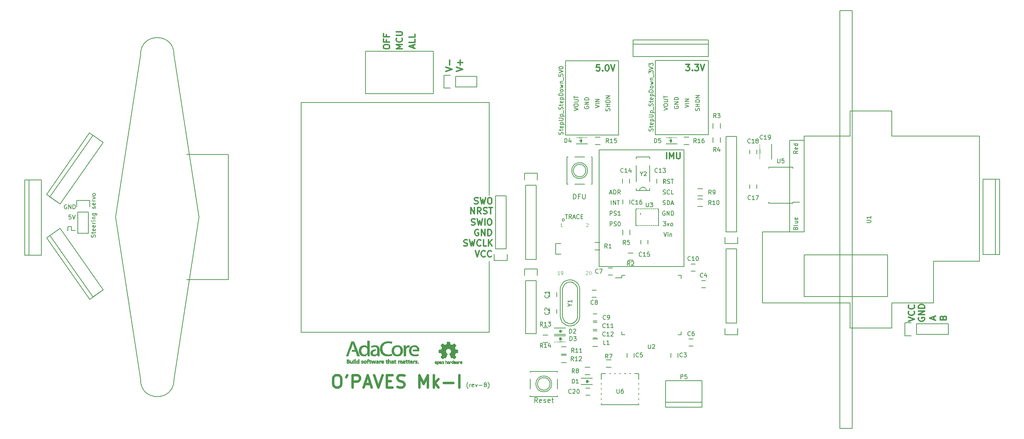
<source format=gto>
G04 #@! TF.FileFunction,Legend,Top*
%FSLAX46Y46*%
G04 Gerber Fmt 4.6, Leading zero omitted, Abs format (unit mm)*
G04 Created by KiCad (PCBNEW 4.0.4+dfsg1-stable) date Thu Jun  8 13:27:36 2017*
%MOMM*%
%LPD*%
G01*
G04 APERTURE LIST*
%ADD10C,0.100000*%
%ADD11C,0.200000*%
%ADD12C,0.300000*%
%ADD13C,0.600000*%
%ADD14C,0.150000*%
%ADD15C,0.010000*%
%ADD16R,2.232000X1.927200*%
%ADD17O,2.232000X1.927200*%
%ADD18R,1.700000X0.480000*%
%ADD19R,0.480000X1.700000*%
%ADD20R,1.450000X1.200000*%
%ADD21R,1.200000X1.450000*%
%ADD22R,0.900000X1.500000*%
%ADD23R,1.500000X0.900000*%
%ADD24R,0.450000X0.875000*%
%ADD25R,0.775000X0.450000*%
%ADD26C,1.724000*%
%ADD27R,1.724000X1.724000*%
%ADD28R,1.950000X0.650000*%
%ADD29R,2.699360X2.150720*%
%ADD30C,3.200000*%
%ADD31R,1.927200X2.232000*%
%ADD32O,1.927200X2.232000*%
%ADD33R,0.600000X1.550000*%
%ADD34O,1.450000X1.150000*%
%ADD35O,1.200000X1.750000*%
%ADD36R,2.232000X0.835000*%
%ADD37C,3.600000*%
%ADD38R,1.398880X1.398880*%
%ADD39R,1.700000X0.900000*%
%ADD40R,0.900000X1.700000*%
%ADD41R,1.200000X3.400000*%
%ADD42R,3.400000X1.200000*%
%ADD43C,6.600000*%
%ADD44C,1.701140*%
%ADD45R,2.100000X1.500000*%
%ADD46C,2.200000*%
G04 APERTURE END LIST*
D10*
D11*
X150750000Y-107000000D02*
X150750000Y-124000000D01*
X105750000Y-69000000D02*
X150750000Y-69000000D01*
X105750000Y-124000000D02*
X105750000Y-69000000D01*
X150750000Y-124000000D02*
X105750000Y-124000000D01*
X150750000Y-69000000D02*
X150750000Y-91250000D01*
D12*
X132584000Y-55927429D02*
X132584000Y-55213143D01*
X133012571Y-56070286D02*
X131512571Y-55570286D01*
X133012571Y-55070286D01*
X133012571Y-53856000D02*
X133012571Y-54570286D01*
X131512571Y-54570286D01*
X133012571Y-52641714D02*
X133012571Y-53356000D01*
X131512571Y-53356000D01*
X129964571Y-56137714D02*
X128464571Y-56137714D01*
X129536000Y-55637714D01*
X128464571Y-55137714D01*
X129964571Y-55137714D01*
X129821714Y-53566285D02*
X129893143Y-53637714D01*
X129964571Y-53852000D01*
X129964571Y-53994857D01*
X129893143Y-54209142D01*
X129750286Y-54352000D01*
X129607429Y-54423428D01*
X129321714Y-54494857D01*
X129107429Y-54494857D01*
X128821714Y-54423428D01*
X128678857Y-54352000D01*
X128536000Y-54209142D01*
X128464571Y-53994857D01*
X128464571Y-53852000D01*
X128536000Y-53637714D01*
X128607429Y-53566285D01*
X128464571Y-52923428D02*
X129678857Y-52923428D01*
X129821714Y-52852000D01*
X129893143Y-52780571D01*
X129964571Y-52637714D01*
X129964571Y-52352000D01*
X129893143Y-52209142D01*
X129821714Y-52137714D01*
X129678857Y-52066285D01*
X128464571Y-52066285D01*
X125416571Y-55784571D02*
X125416571Y-55498857D01*
X125488000Y-55355999D01*
X125630857Y-55213142D01*
X125916571Y-55141714D01*
X126416571Y-55141714D01*
X126702286Y-55213142D01*
X126845143Y-55355999D01*
X126916571Y-55498857D01*
X126916571Y-55784571D01*
X126845143Y-55927428D01*
X126702286Y-56070285D01*
X126416571Y-56141714D01*
X125916571Y-56141714D01*
X125630857Y-56070285D01*
X125488000Y-55927428D01*
X125416571Y-55784571D01*
X126130857Y-53998856D02*
X126130857Y-54498856D01*
X126916571Y-54498856D02*
X125416571Y-54498856D01*
X125416571Y-53784570D01*
X126130857Y-52713142D02*
X126130857Y-53213142D01*
X126916571Y-53213142D02*
X125416571Y-53213142D01*
X125416571Y-52498856D01*
D11*
X145701048Y-137485333D02*
X145653428Y-137437714D01*
X145558190Y-137294857D01*
X145510571Y-137199619D01*
X145462952Y-137056762D01*
X145415333Y-136818667D01*
X145415333Y-136628190D01*
X145462952Y-136390095D01*
X145510571Y-136247238D01*
X145558190Y-136152000D01*
X145653428Y-136009143D01*
X145701048Y-135961524D01*
X146082000Y-137104381D02*
X146082000Y-136437714D01*
X146082000Y-136628190D02*
X146129619Y-136532952D01*
X146177238Y-136485333D01*
X146272476Y-136437714D01*
X146367715Y-136437714D01*
X147082001Y-137056762D02*
X146986763Y-137104381D01*
X146796286Y-137104381D01*
X146701048Y-137056762D01*
X146653429Y-136961524D01*
X146653429Y-136580571D01*
X146701048Y-136485333D01*
X146796286Y-136437714D01*
X146986763Y-136437714D01*
X147082001Y-136485333D01*
X147129620Y-136580571D01*
X147129620Y-136675810D01*
X146653429Y-136771048D01*
X147462953Y-136437714D02*
X147701048Y-137104381D01*
X147939144Y-136437714D01*
X148320096Y-136723429D02*
X149082001Y-136723429D01*
X149891525Y-136580571D02*
X150034382Y-136628190D01*
X150082001Y-136675810D01*
X150129620Y-136771048D01*
X150129620Y-136913905D01*
X150082001Y-137009143D01*
X150034382Y-137056762D01*
X149939144Y-137104381D01*
X149558191Y-137104381D01*
X149558191Y-136104381D01*
X149891525Y-136104381D01*
X149986763Y-136152000D01*
X150034382Y-136199619D01*
X150082001Y-136294857D01*
X150082001Y-136390095D01*
X150034382Y-136485333D01*
X149986763Y-136532952D01*
X149891525Y-136580571D01*
X149558191Y-136580571D01*
X150462953Y-137485333D02*
X150510572Y-137437714D01*
X150605810Y-137294857D01*
X150653429Y-137199619D01*
X150701048Y-137056762D01*
X150748667Y-136818667D01*
X150748667Y-136628190D01*
X150701048Y-136390095D01*
X150653429Y-136247238D01*
X150605810Y-136152000D01*
X150510572Y-136009143D01*
X150462953Y-135961524D01*
D13*
X114024000Y-134247143D02*
X114595429Y-134247143D01*
X114881143Y-134390000D01*
X115166857Y-134675714D01*
X115309715Y-135247143D01*
X115309715Y-136247143D01*
X115166857Y-136818571D01*
X114881143Y-137104286D01*
X114595429Y-137247143D01*
X114024000Y-137247143D01*
X113738286Y-137104286D01*
X113452572Y-136818571D01*
X113309715Y-136247143D01*
X113309715Y-135247143D01*
X113452572Y-134675714D01*
X113738286Y-134390000D01*
X114024000Y-134247143D01*
X116738286Y-134247143D02*
X116452572Y-134818571D01*
X118024000Y-137247143D02*
X118024000Y-134247143D01*
X119166857Y-134247143D01*
X119452571Y-134390000D01*
X119595428Y-134532857D01*
X119738285Y-134818571D01*
X119738285Y-135247143D01*
X119595428Y-135532857D01*
X119452571Y-135675714D01*
X119166857Y-135818571D01*
X118024000Y-135818571D01*
X120881143Y-136390000D02*
X122309714Y-136390000D01*
X120595428Y-137247143D02*
X121595428Y-134247143D01*
X122595428Y-137247143D01*
X123166857Y-134247143D02*
X124166857Y-137247143D01*
X125166857Y-134247143D01*
X126166858Y-135675714D02*
X127166858Y-135675714D01*
X127595429Y-137247143D02*
X126166858Y-137247143D01*
X126166858Y-134247143D01*
X127595429Y-134247143D01*
X128738287Y-137104286D02*
X129166858Y-137247143D01*
X129881144Y-137247143D01*
X130166858Y-137104286D01*
X130309715Y-136961429D01*
X130452572Y-136675714D01*
X130452572Y-136390000D01*
X130309715Y-136104286D01*
X130166858Y-135961429D01*
X129881144Y-135818571D01*
X129309715Y-135675714D01*
X129024001Y-135532857D01*
X128881144Y-135390000D01*
X128738287Y-135104286D01*
X128738287Y-134818571D01*
X128881144Y-134532857D01*
X129024001Y-134390000D01*
X129309715Y-134247143D01*
X130024001Y-134247143D01*
X130452572Y-134390000D01*
X134024001Y-137247143D02*
X134024001Y-134247143D01*
X135024001Y-136390000D01*
X136024001Y-134247143D01*
X136024001Y-137247143D01*
X137452572Y-137247143D02*
X137452572Y-134247143D01*
X137738286Y-136104286D02*
X138595429Y-137247143D01*
X138595429Y-135247143D02*
X137452572Y-136390000D01*
X139881143Y-136104286D02*
X142166857Y-136104286D01*
X143595429Y-137247143D02*
X143595429Y-134247143D01*
D11*
X170885857Y-92092857D02*
X170885857Y-90892857D01*
X171171572Y-90892857D01*
X171343000Y-90950000D01*
X171457286Y-91064286D01*
X171514429Y-91178571D01*
X171571572Y-91407143D01*
X171571572Y-91578571D01*
X171514429Y-91807143D01*
X171457286Y-91921429D01*
X171343000Y-92035714D01*
X171171572Y-92092857D01*
X170885857Y-92092857D01*
X172485857Y-91464286D02*
X172085857Y-91464286D01*
X172085857Y-92092857D02*
X172085857Y-90892857D01*
X172657286Y-90892857D01*
X173114428Y-90892857D02*
X173114428Y-91864286D01*
X173171571Y-91978571D01*
X173228714Y-92035714D01*
X173343000Y-92092857D01*
X173571571Y-92092857D01*
X173685857Y-92035714D01*
X173743000Y-91978571D01*
X173800143Y-91864286D01*
X173800143Y-90892857D01*
X162344287Y-140892857D02*
X161944287Y-140321429D01*
X161658572Y-140892857D02*
X161658572Y-139692857D01*
X162115715Y-139692857D01*
X162230001Y-139750000D01*
X162287144Y-139807143D01*
X162344287Y-139921429D01*
X162344287Y-140092857D01*
X162287144Y-140207143D01*
X162230001Y-140264286D01*
X162115715Y-140321429D01*
X161658572Y-140321429D01*
X163315715Y-140835714D02*
X163201429Y-140892857D01*
X162972858Y-140892857D01*
X162858572Y-140835714D01*
X162801429Y-140721429D01*
X162801429Y-140264286D01*
X162858572Y-140150000D01*
X162972858Y-140092857D01*
X163201429Y-140092857D01*
X163315715Y-140150000D01*
X163372858Y-140264286D01*
X163372858Y-140378571D01*
X162801429Y-140492857D01*
X163830000Y-140835714D02*
X163944286Y-140892857D01*
X164172858Y-140892857D01*
X164287143Y-140835714D01*
X164344286Y-140721429D01*
X164344286Y-140664286D01*
X164287143Y-140550000D01*
X164172858Y-140492857D01*
X164001429Y-140492857D01*
X163887143Y-140435714D01*
X163830000Y-140321429D01*
X163830000Y-140264286D01*
X163887143Y-140150000D01*
X164001429Y-140092857D01*
X164172858Y-140092857D01*
X164287143Y-140150000D01*
X165315715Y-140835714D02*
X165201429Y-140892857D01*
X164972858Y-140892857D01*
X164858572Y-140835714D01*
X164801429Y-140721429D01*
X164801429Y-140264286D01*
X164858572Y-140150000D01*
X164972858Y-140092857D01*
X165201429Y-140092857D01*
X165315715Y-140150000D01*
X165372858Y-140264286D01*
X165372858Y-140378571D01*
X164801429Y-140492857D01*
X165715715Y-140092857D02*
X166172858Y-140092857D01*
X165887143Y-139692857D02*
X165887143Y-140721429D01*
X165944286Y-140835714D01*
X166058572Y-140892857D01*
X166172858Y-140892857D01*
X49850000Y-99650000D02*
X49700000Y-99650000D01*
X50725000Y-99650000D02*
X51575000Y-99650000D01*
X50725000Y-98750000D02*
X50725000Y-99650000D01*
X49850000Y-98750000D02*
X50725000Y-98750000D01*
X49850000Y-99650000D02*
X49850000Y-98750000D01*
X50584524Y-95927381D02*
X50108333Y-95927381D01*
X50060714Y-96403571D01*
X50108333Y-96355952D01*
X50203571Y-96308333D01*
X50441667Y-96308333D01*
X50536905Y-96355952D01*
X50584524Y-96403571D01*
X50632143Y-96498810D01*
X50632143Y-96736905D01*
X50584524Y-96832143D01*
X50536905Y-96879762D01*
X50441667Y-96927381D01*
X50203571Y-96927381D01*
X50108333Y-96879762D01*
X50060714Y-96832143D01*
X50917857Y-95927381D02*
X51251190Y-96927381D01*
X51584524Y-95927381D01*
X49538096Y-93525000D02*
X49442858Y-93477381D01*
X49300001Y-93477381D01*
X49157143Y-93525000D01*
X49061905Y-93620238D01*
X49014286Y-93715476D01*
X48966667Y-93905952D01*
X48966667Y-94048810D01*
X49014286Y-94239286D01*
X49061905Y-94334524D01*
X49157143Y-94429762D01*
X49300001Y-94477381D01*
X49395239Y-94477381D01*
X49538096Y-94429762D01*
X49585715Y-94382143D01*
X49585715Y-94048810D01*
X49395239Y-94048810D01*
X50014286Y-94477381D02*
X50014286Y-93477381D01*
X50585715Y-94477381D01*
X50585715Y-93477381D01*
X51061905Y-94477381D02*
X51061905Y-93477381D01*
X51300000Y-93477381D01*
X51442858Y-93525000D01*
X51538096Y-93620238D01*
X51585715Y-93715476D01*
X51633334Y-93905952D01*
X51633334Y-94048810D01*
X51585715Y-94239286D01*
X51538096Y-94334524D01*
X51442858Y-94429762D01*
X51300000Y-94477381D01*
X51061905Y-94477381D01*
D12*
X259480857Y-120542857D02*
X259552286Y-120328571D01*
X259623714Y-120257143D01*
X259766571Y-120185714D01*
X259980857Y-120185714D01*
X260123714Y-120257143D01*
X260195143Y-120328571D01*
X260266571Y-120471429D01*
X260266571Y-121042857D01*
X258766571Y-121042857D01*
X258766571Y-120542857D01*
X258838000Y-120400000D01*
X258909429Y-120328571D01*
X259052286Y-120257143D01*
X259195143Y-120257143D01*
X259338000Y-120328571D01*
X259409429Y-120400000D01*
X259480857Y-120542857D01*
X259480857Y-121042857D01*
X257298000Y-121007143D02*
X257298000Y-120292857D01*
X257726571Y-121150000D02*
X256226571Y-120650000D01*
X257726571Y-120150000D01*
X253626979Y-120522857D02*
X253555550Y-120665714D01*
X253555550Y-120880000D01*
X253626979Y-121094285D01*
X253769836Y-121237143D01*
X253912693Y-121308571D01*
X254198408Y-121380000D01*
X254412693Y-121380000D01*
X254698408Y-121308571D01*
X254841265Y-121237143D01*
X254984122Y-121094285D01*
X255055550Y-120880000D01*
X255055550Y-120737143D01*
X254984122Y-120522857D01*
X254912693Y-120451428D01*
X254412693Y-120451428D01*
X254412693Y-120737143D01*
X255055550Y-119808571D02*
X253555550Y-119808571D01*
X255055550Y-118951428D01*
X253555550Y-118951428D01*
X255055550Y-118237142D02*
X253555550Y-118237142D01*
X253555550Y-117879999D01*
X253626979Y-117665714D01*
X253769836Y-117522856D01*
X253912693Y-117451428D01*
X254198408Y-117379999D01*
X254412693Y-117379999D01*
X254698408Y-117451428D01*
X254841265Y-117522856D01*
X254984122Y-117665714D01*
X255055550Y-117879999D01*
X255055550Y-118237142D01*
X251146571Y-121380000D02*
X252646571Y-120880000D01*
X251146571Y-120380000D01*
X252503714Y-119022857D02*
X252575143Y-119094286D01*
X252646571Y-119308572D01*
X252646571Y-119451429D01*
X252575143Y-119665714D01*
X252432286Y-119808572D01*
X252289429Y-119880000D01*
X252003714Y-119951429D01*
X251789429Y-119951429D01*
X251503714Y-119880000D01*
X251360857Y-119808572D01*
X251218000Y-119665714D01*
X251146571Y-119451429D01*
X251146571Y-119308572D01*
X251218000Y-119094286D01*
X251289429Y-119022857D01*
X252503714Y-117522857D02*
X252575143Y-117594286D01*
X252646571Y-117808572D01*
X252646571Y-117951429D01*
X252575143Y-118165714D01*
X252432286Y-118308572D01*
X252289429Y-118380000D01*
X252003714Y-118451429D01*
X251789429Y-118451429D01*
X251503714Y-118380000D01*
X251360857Y-118308572D01*
X251218000Y-118165714D01*
X251146571Y-117951429D01*
X251146571Y-117808572D01*
X251218000Y-117594286D01*
X251289429Y-117522857D01*
D11*
X56379762Y-101263096D02*
X56427381Y-101120239D01*
X56427381Y-100882143D01*
X56379762Y-100786905D01*
X56332143Y-100739286D01*
X56236905Y-100691667D01*
X56141667Y-100691667D01*
X56046429Y-100739286D01*
X55998810Y-100786905D01*
X55951190Y-100882143D01*
X55903571Y-101072620D01*
X55855952Y-101167858D01*
X55808333Y-101215477D01*
X55713095Y-101263096D01*
X55617857Y-101263096D01*
X55522619Y-101215477D01*
X55475000Y-101167858D01*
X55427381Y-101072620D01*
X55427381Y-100834524D01*
X55475000Y-100691667D01*
X55760714Y-100405953D02*
X55760714Y-100025001D01*
X55427381Y-100263096D02*
X56284524Y-100263096D01*
X56379762Y-100215477D01*
X56427381Y-100120239D01*
X56427381Y-100025001D01*
X56379762Y-99310714D02*
X56427381Y-99405952D01*
X56427381Y-99596429D01*
X56379762Y-99691667D01*
X56284524Y-99739286D01*
X55903571Y-99739286D01*
X55808333Y-99691667D01*
X55760714Y-99596429D01*
X55760714Y-99405952D01*
X55808333Y-99310714D01*
X55903571Y-99263095D01*
X55998810Y-99263095D01*
X56094048Y-99739286D01*
X56379762Y-98453571D02*
X56427381Y-98548809D01*
X56427381Y-98739286D01*
X56379762Y-98834524D01*
X56284524Y-98882143D01*
X55903571Y-98882143D01*
X55808333Y-98834524D01*
X55760714Y-98739286D01*
X55760714Y-98548809D01*
X55808333Y-98453571D01*
X55903571Y-98405952D01*
X55998810Y-98405952D01*
X56094048Y-98882143D01*
X56427381Y-97977381D02*
X55760714Y-97977381D01*
X55951190Y-97977381D02*
X55855952Y-97929762D01*
X55808333Y-97882143D01*
X55760714Y-97786905D01*
X55760714Y-97691666D01*
X56427381Y-97358333D02*
X55760714Y-97358333D01*
X55427381Y-97358333D02*
X55475000Y-97405952D01*
X55522619Y-97358333D01*
X55475000Y-97310714D01*
X55427381Y-97358333D01*
X55522619Y-97358333D01*
X55760714Y-96882143D02*
X56427381Y-96882143D01*
X55855952Y-96882143D02*
X55808333Y-96834524D01*
X55760714Y-96739286D01*
X55760714Y-96596428D01*
X55808333Y-96501190D01*
X55903571Y-96453571D01*
X56427381Y-96453571D01*
X55760714Y-95548809D02*
X56570238Y-95548809D01*
X56665476Y-95596428D01*
X56713095Y-95644047D01*
X56760714Y-95739286D01*
X56760714Y-95882143D01*
X56713095Y-95977381D01*
X56379762Y-95548809D02*
X56427381Y-95644047D01*
X56427381Y-95834524D01*
X56379762Y-95929762D01*
X56332143Y-95977381D01*
X56236905Y-96025000D01*
X55951190Y-96025000D01*
X55855952Y-95977381D01*
X55808333Y-95929762D01*
X55760714Y-95834524D01*
X55760714Y-95644047D01*
X55808333Y-95548809D01*
X56379762Y-94358333D02*
X56427381Y-94263095D01*
X56427381Y-94072619D01*
X56379762Y-93977380D01*
X56284524Y-93929761D01*
X56236905Y-93929761D01*
X56141667Y-93977380D01*
X56094048Y-94072619D01*
X56094048Y-94215476D01*
X56046429Y-94310714D01*
X55951190Y-94358333D01*
X55903571Y-94358333D01*
X55808333Y-94310714D01*
X55760714Y-94215476D01*
X55760714Y-94072619D01*
X55808333Y-93977380D01*
X56379762Y-93120237D02*
X56427381Y-93215475D01*
X56427381Y-93405952D01*
X56379762Y-93501190D01*
X56284524Y-93548809D01*
X55903571Y-93548809D01*
X55808333Y-93501190D01*
X55760714Y-93405952D01*
X55760714Y-93215475D01*
X55808333Y-93120237D01*
X55903571Y-93072618D01*
X55998810Y-93072618D01*
X56094048Y-93548809D01*
X56427381Y-92644047D02*
X55760714Y-92644047D01*
X55951190Y-92644047D02*
X55855952Y-92596428D01*
X55808333Y-92548809D01*
X55760714Y-92453571D01*
X55760714Y-92358332D01*
X55760714Y-92120237D02*
X56427381Y-91882142D01*
X55760714Y-91644046D01*
X56427381Y-91120237D02*
X56379762Y-91215475D01*
X56332143Y-91263094D01*
X56236905Y-91310713D01*
X55951190Y-91310713D01*
X55855952Y-91263094D01*
X55808333Y-91215475D01*
X55760714Y-91120237D01*
X55760714Y-90977379D01*
X55808333Y-90882141D01*
X55855952Y-90834522D01*
X55951190Y-90786903D01*
X56236905Y-90786903D01*
X56332143Y-90834522D01*
X56379762Y-90882141D01*
X56427381Y-90977379D01*
X56427381Y-91120237D01*
X166668000Y-105300000D02*
X167968000Y-105300000D01*
X166668000Y-102750000D02*
X166668000Y-105300000D01*
X167968000Y-102750000D02*
X166668000Y-102750000D01*
D12*
X147246571Y-93207143D02*
X147460857Y-93278571D01*
X147818000Y-93278571D01*
X147960857Y-93207143D01*
X148032286Y-93135714D01*
X148103714Y-92992857D01*
X148103714Y-92850000D01*
X148032286Y-92707143D01*
X147960857Y-92635714D01*
X147818000Y-92564286D01*
X147532286Y-92492857D01*
X147389428Y-92421429D01*
X147318000Y-92350000D01*
X147246571Y-92207143D01*
X147246571Y-92064286D01*
X147318000Y-91921429D01*
X147389428Y-91850000D01*
X147532286Y-91778571D01*
X147889428Y-91778571D01*
X148103714Y-91850000D01*
X148603714Y-91778571D02*
X148960857Y-93278571D01*
X149246571Y-92207143D01*
X149532285Y-93278571D01*
X149889428Y-91778571D01*
X150746571Y-91778571D02*
X151032285Y-91778571D01*
X151175143Y-91850000D01*
X151318000Y-91992857D01*
X151389428Y-92278571D01*
X151389428Y-92778571D01*
X151318000Y-93064286D01*
X151175143Y-93207143D01*
X151032285Y-93278571D01*
X150746571Y-93278571D01*
X150603714Y-93207143D01*
X150460857Y-93064286D01*
X150389428Y-92778571D01*
X150389428Y-92278571D01*
X150460857Y-91992857D01*
X150603714Y-91850000D01*
X150746571Y-91778571D01*
X146379715Y-95674571D02*
X146379715Y-94174571D01*
X147236858Y-95674571D01*
X147236858Y-94174571D01*
X148808287Y-95674571D02*
X148308287Y-94960286D01*
X147951144Y-95674571D02*
X147951144Y-94174571D01*
X148522572Y-94174571D01*
X148665430Y-94246000D01*
X148736858Y-94317429D01*
X148808287Y-94460286D01*
X148808287Y-94674571D01*
X148736858Y-94817429D01*
X148665430Y-94888857D01*
X148522572Y-94960286D01*
X147951144Y-94960286D01*
X149379715Y-95603143D02*
X149594001Y-95674571D01*
X149951144Y-95674571D01*
X150094001Y-95603143D01*
X150165430Y-95531714D01*
X150236858Y-95388857D01*
X150236858Y-95246000D01*
X150165430Y-95103143D01*
X150094001Y-95031714D01*
X149951144Y-94960286D01*
X149665430Y-94888857D01*
X149522572Y-94817429D01*
X149451144Y-94746000D01*
X149379715Y-94603143D01*
X149379715Y-94460286D01*
X149451144Y-94317429D01*
X149522572Y-94246000D01*
X149665430Y-94174571D01*
X150022572Y-94174571D01*
X150236858Y-94246000D01*
X150665429Y-94174571D02*
X151522572Y-94174571D01*
X151094001Y-95674571D02*
X151094001Y-94174571D01*
X146489428Y-98307143D02*
X146703714Y-98378571D01*
X147060857Y-98378571D01*
X147203714Y-98307143D01*
X147275143Y-98235714D01*
X147346571Y-98092857D01*
X147346571Y-97950000D01*
X147275143Y-97807143D01*
X147203714Y-97735714D01*
X147060857Y-97664286D01*
X146775143Y-97592857D01*
X146632285Y-97521429D01*
X146560857Y-97450000D01*
X146489428Y-97307143D01*
X146489428Y-97164286D01*
X146560857Y-97021429D01*
X146632285Y-96950000D01*
X146775143Y-96878571D01*
X147132285Y-96878571D01*
X147346571Y-96950000D01*
X147846571Y-96878571D02*
X148203714Y-98378571D01*
X148489428Y-97307143D01*
X148775142Y-98378571D01*
X149132285Y-96878571D01*
X149703714Y-98378571D02*
X149703714Y-96878571D01*
X150703714Y-96878571D02*
X150989428Y-96878571D01*
X151132286Y-96950000D01*
X151275143Y-97092857D01*
X151346571Y-97378571D01*
X151346571Y-97878571D01*
X151275143Y-98164286D01*
X151132286Y-98307143D01*
X150989428Y-98378571D01*
X150703714Y-98378571D01*
X150560857Y-98307143D01*
X150418000Y-98164286D01*
X150346571Y-97878571D01*
X150346571Y-97378571D01*
X150418000Y-97092857D01*
X150560857Y-96950000D01*
X150703714Y-96878571D01*
X148175143Y-99450000D02*
X148032286Y-99378571D01*
X147818000Y-99378571D01*
X147603715Y-99450000D01*
X147460857Y-99592857D01*
X147389429Y-99735714D01*
X147318000Y-100021429D01*
X147318000Y-100235714D01*
X147389429Y-100521429D01*
X147460857Y-100664286D01*
X147603715Y-100807143D01*
X147818000Y-100878571D01*
X147960857Y-100878571D01*
X148175143Y-100807143D01*
X148246572Y-100735714D01*
X148246572Y-100235714D01*
X147960857Y-100235714D01*
X148889429Y-100878571D02*
X148889429Y-99378571D01*
X149746572Y-100878571D01*
X149746572Y-99378571D01*
X150460858Y-100878571D02*
X150460858Y-99378571D01*
X150818001Y-99378571D01*
X151032286Y-99450000D01*
X151175144Y-99592857D01*
X151246572Y-99735714D01*
X151318001Y-100021429D01*
X151318001Y-100235714D01*
X151246572Y-100521429D01*
X151175144Y-100664286D01*
X151032286Y-100807143D01*
X150818001Y-100878571D01*
X150460858Y-100878571D01*
X144689143Y-103307143D02*
X144903429Y-103378571D01*
X145260572Y-103378571D01*
X145403429Y-103307143D01*
X145474858Y-103235714D01*
X145546286Y-103092857D01*
X145546286Y-102950000D01*
X145474858Y-102807143D01*
X145403429Y-102735714D01*
X145260572Y-102664286D01*
X144974858Y-102592857D01*
X144832000Y-102521429D01*
X144760572Y-102450000D01*
X144689143Y-102307143D01*
X144689143Y-102164286D01*
X144760572Y-102021429D01*
X144832000Y-101950000D01*
X144974858Y-101878571D01*
X145332000Y-101878571D01*
X145546286Y-101950000D01*
X146046286Y-101878571D02*
X146403429Y-103378571D01*
X146689143Y-102307143D01*
X146974857Y-103378571D01*
X147332000Y-101878571D01*
X148760572Y-103235714D02*
X148689143Y-103307143D01*
X148474857Y-103378571D01*
X148332000Y-103378571D01*
X148117715Y-103307143D01*
X147974857Y-103164286D01*
X147903429Y-103021429D01*
X147832000Y-102735714D01*
X147832000Y-102521429D01*
X147903429Y-102235714D01*
X147974857Y-102092857D01*
X148117715Y-101950000D01*
X148332000Y-101878571D01*
X148474857Y-101878571D01*
X148689143Y-101950000D01*
X148760572Y-102021429D01*
X150117715Y-103378571D02*
X149403429Y-103378571D01*
X149403429Y-101878571D01*
X150617715Y-103378571D02*
X150617715Y-101878571D01*
X151474858Y-103378571D02*
X150832001Y-102521429D01*
X151474858Y-101878571D02*
X150617715Y-102735714D01*
X147418000Y-104478571D02*
X147918000Y-105978571D01*
X148418000Y-104478571D01*
X149775143Y-105835714D02*
X149703714Y-105907143D01*
X149489428Y-105978571D01*
X149346571Y-105978571D01*
X149132286Y-105907143D01*
X148989428Y-105764286D01*
X148918000Y-105621429D01*
X148846571Y-105335714D01*
X148846571Y-105121429D01*
X148918000Y-104835714D01*
X148989428Y-104692857D01*
X149132286Y-104550000D01*
X149346571Y-104478571D01*
X149489428Y-104478571D01*
X149703714Y-104550000D01*
X149775143Y-104621429D01*
X151275143Y-105835714D02*
X151203714Y-105907143D01*
X150989428Y-105978571D01*
X150846571Y-105978571D01*
X150632286Y-105907143D01*
X150489428Y-105764286D01*
X150418000Y-105621429D01*
X150346571Y-105335714D01*
X150346571Y-105121429D01*
X150418000Y-104835714D01*
X150489428Y-104692857D01*
X150632286Y-104550000D01*
X150846571Y-104478571D01*
X150989428Y-104478571D01*
X151203714Y-104550000D01*
X151275143Y-104621429D01*
D11*
X168976333Y-95827381D02*
X169547762Y-95827381D01*
X169262047Y-96827381D02*
X169262047Y-95827381D01*
X170452524Y-96827381D02*
X170119190Y-96351190D01*
X169881095Y-96827381D02*
X169881095Y-95827381D01*
X170262048Y-95827381D01*
X170357286Y-95875000D01*
X170404905Y-95922619D01*
X170452524Y-96017857D01*
X170452524Y-96160714D01*
X170404905Y-96255952D01*
X170357286Y-96303571D01*
X170262048Y-96351190D01*
X169881095Y-96351190D01*
X170833476Y-96541667D02*
X171309667Y-96541667D01*
X170738238Y-96827381D02*
X171071571Y-95827381D01*
X171404905Y-96827381D01*
X172309667Y-96732143D02*
X172262048Y-96779762D01*
X172119191Y-96827381D01*
X172023953Y-96827381D01*
X171881095Y-96779762D01*
X171785857Y-96684524D01*
X171738238Y-96589286D01*
X171690619Y-96398810D01*
X171690619Y-96255952D01*
X171738238Y-96065476D01*
X171785857Y-95970238D01*
X171881095Y-95875000D01*
X172023953Y-95827381D01*
X172119191Y-95827381D01*
X172262048Y-95875000D01*
X172309667Y-95922619D01*
X172738238Y-96303571D02*
X173071572Y-96303571D01*
X173214429Y-96827381D02*
X172738238Y-96827381D01*
X172738238Y-95827381D01*
X173214429Y-95827381D01*
D12*
X140344571Y-61516571D02*
X141844571Y-61016571D01*
X140344571Y-60516571D01*
X141273143Y-60016571D02*
X141273143Y-58873714D01*
X142884571Y-61516571D02*
X144384571Y-61016571D01*
X142884571Y-60516571D01*
X143813143Y-60016571D02*
X143813143Y-58873714D01*
X144384571Y-59445143D02*
X143241714Y-59445143D01*
X177210858Y-59928571D02*
X176496572Y-59928571D01*
X176425143Y-60642857D01*
X176496572Y-60571429D01*
X176639429Y-60500000D01*
X176996572Y-60500000D01*
X177139429Y-60571429D01*
X177210858Y-60642857D01*
X177282286Y-60785714D01*
X177282286Y-61142857D01*
X177210858Y-61285714D01*
X177139429Y-61357143D01*
X176996572Y-61428571D01*
X176639429Y-61428571D01*
X176496572Y-61357143D01*
X176425143Y-61285714D01*
X177925143Y-61285714D02*
X177996571Y-61357143D01*
X177925143Y-61428571D01*
X177853714Y-61357143D01*
X177925143Y-61285714D01*
X177925143Y-61428571D01*
X178925143Y-59928571D02*
X179068000Y-59928571D01*
X179210857Y-60000000D01*
X179282286Y-60071429D01*
X179353715Y-60214286D01*
X179425143Y-60500000D01*
X179425143Y-60857143D01*
X179353715Y-61142857D01*
X179282286Y-61285714D01*
X179210857Y-61357143D01*
X179068000Y-61428571D01*
X178925143Y-61428571D01*
X178782286Y-61357143D01*
X178710857Y-61285714D01*
X178639429Y-61142857D01*
X178568000Y-60857143D01*
X178568000Y-60500000D01*
X178639429Y-60214286D01*
X178710857Y-60071429D01*
X178782286Y-60000000D01*
X178925143Y-59928571D01*
X179853714Y-59928571D02*
X180353714Y-61428571D01*
X180853714Y-59928571D01*
X197853715Y-59878571D02*
X198782286Y-59878571D01*
X198282286Y-60450000D01*
X198496572Y-60450000D01*
X198639429Y-60521429D01*
X198710858Y-60592857D01*
X198782286Y-60735714D01*
X198782286Y-61092857D01*
X198710858Y-61235714D01*
X198639429Y-61307143D01*
X198496572Y-61378571D01*
X198068000Y-61378571D01*
X197925143Y-61307143D01*
X197853715Y-61235714D01*
X199425143Y-61235714D02*
X199496571Y-61307143D01*
X199425143Y-61378571D01*
X199353714Y-61307143D01*
X199425143Y-61235714D01*
X199425143Y-61378571D01*
X199996572Y-59878571D02*
X200925143Y-59878571D01*
X200425143Y-60450000D01*
X200639429Y-60450000D01*
X200782286Y-60521429D01*
X200853715Y-60592857D01*
X200925143Y-60735714D01*
X200925143Y-61092857D01*
X200853715Y-61235714D01*
X200782286Y-61307143D01*
X200639429Y-61378571D01*
X200210857Y-61378571D01*
X200068000Y-61307143D01*
X199996572Y-61235714D01*
X201353714Y-59878571D02*
X201853714Y-61378571D01*
X202353714Y-59878571D01*
X193225143Y-82478571D02*
X193225143Y-80978571D01*
X193939429Y-82478571D02*
X193939429Y-80978571D01*
X194439429Y-82050000D01*
X194939429Y-80978571D01*
X194939429Y-82478571D01*
X195653715Y-80978571D02*
X195653715Y-82192857D01*
X195725143Y-82335714D01*
X195796572Y-82407143D01*
X195939429Y-82478571D01*
X196225143Y-82478571D01*
X196368001Y-82407143D01*
X196439429Y-82335714D01*
X196510858Y-82192857D01*
X196510858Y-80978571D01*
D14*
X159488000Y-88780000D02*
X159488000Y-106560000D01*
X159488000Y-106560000D02*
X162028000Y-106560000D01*
X162028000Y-106560000D02*
X162028000Y-88780000D01*
X159208000Y-85960000D02*
X159208000Y-87510000D01*
X159488000Y-88780000D02*
X162028000Y-88780000D01*
X162308000Y-87510000D02*
X162308000Y-85960000D01*
X162308000Y-85960000D02*
X159208000Y-85960000D01*
X159488000Y-111660000D02*
X159488000Y-124360000D01*
X159488000Y-124360000D02*
X162028000Y-124360000D01*
X162028000Y-124360000D02*
X162028000Y-111660000D01*
X159208000Y-108840000D02*
X159208000Y-110390000D01*
X159488000Y-111660000D02*
X162028000Y-111660000D01*
X162308000Y-110390000D02*
X162308000Y-108840000D01*
X162308000Y-108840000D02*
X159208000Y-108840000D01*
X210028000Y-100000000D02*
X210028000Y-77140000D01*
X210028000Y-77140000D02*
X207488000Y-77140000D01*
X207488000Y-77140000D02*
X207488000Y-100000000D01*
X210308000Y-102820000D02*
X210308000Y-101270000D01*
X210028000Y-100000000D02*
X207488000Y-100000000D01*
X207208000Y-101270000D02*
X207208000Y-102820000D01*
X207208000Y-102820000D02*
X210308000Y-102820000D01*
X210028000Y-121840000D02*
X210028000Y-104060000D01*
X210028000Y-104060000D02*
X207488000Y-104060000D01*
X207488000Y-104060000D02*
X207488000Y-121840000D01*
X210308000Y-124660000D02*
X210308000Y-123110000D01*
X210028000Y-121840000D02*
X207488000Y-121840000D01*
X207208000Y-123110000D02*
X207208000Y-124660000D01*
X207208000Y-124660000D02*
X210308000Y-124660000D01*
X182493000Y-110375000D02*
X182493000Y-111025000D01*
X196743000Y-110375000D02*
X196743000Y-111135000D01*
X196743000Y-124625000D02*
X196743000Y-123865000D01*
X182493000Y-124625000D02*
X182493000Y-123865000D01*
X182493000Y-110375000D02*
X183253000Y-110375000D01*
X182493000Y-124625000D02*
X183253000Y-124625000D01*
X196743000Y-124625000D02*
X195983000Y-124625000D01*
X196743000Y-110375000D02*
X195983000Y-110375000D01*
X182493000Y-111025000D02*
X180968000Y-111025000D01*
X165268000Y-114500000D02*
X165268000Y-115500000D01*
X166968000Y-115500000D02*
X166968000Y-114500000D01*
X166968000Y-119500000D02*
X166968000Y-118500000D01*
X165268000Y-118500000D02*
X165268000Y-119500000D01*
X195968000Y-130000000D02*
X195968000Y-129000000D01*
X194268000Y-129000000D02*
X194268000Y-130000000D01*
X202618000Y-111650000D02*
X201618000Y-111650000D01*
X201618000Y-113350000D02*
X202618000Y-113350000D01*
X185468000Y-130000000D02*
X185468000Y-129000000D01*
X183768000Y-129000000D02*
X183768000Y-130000000D01*
X199618000Y-125650000D02*
X198618000Y-125650000D01*
X198618000Y-127350000D02*
X199618000Y-127350000D01*
X179318000Y-110300000D02*
X180318000Y-110300000D01*
X180318000Y-108600000D02*
X179318000Y-108600000D01*
X175418000Y-115650000D02*
X176418000Y-115650000D01*
X176418000Y-113950000D02*
X175418000Y-113950000D01*
X175618000Y-121350000D02*
X176618000Y-121350000D01*
X176618000Y-119650000D02*
X175618000Y-119650000D01*
X200118000Y-107650000D02*
X199118000Y-107650000D01*
X199118000Y-109350000D02*
X200118000Y-109350000D01*
X175618000Y-123350000D02*
X176618000Y-123350000D01*
X176618000Y-121650000D02*
X175618000Y-121650000D01*
X175618000Y-125350000D02*
X176618000Y-125350000D01*
X176618000Y-123650000D02*
X175618000Y-123650000D01*
X176068000Y-102525000D02*
X177268000Y-102525000D01*
X177268000Y-104275000D02*
X176068000Y-104275000D01*
X184018000Y-105025000D02*
X185218000Y-105025000D01*
X185218000Y-106775000D02*
X184018000Y-106775000D01*
X204393000Y-75150000D02*
X204393000Y-73950000D01*
X206143000Y-73950000D02*
X206143000Y-75150000D01*
X204393000Y-78600000D02*
X204393000Y-77400000D01*
X206143000Y-77400000D02*
X206143000Y-78600000D01*
X190868000Y-87300000D02*
X190868000Y-88300000D01*
X192568000Y-88300000D02*
X192568000Y-87300000D01*
X182668000Y-87300000D02*
X182668000Y-88300000D01*
X184368000Y-88300000D02*
X184368000Y-87300000D01*
X188768000Y-102900000D02*
X188768000Y-101900000D01*
X187068000Y-101900000D02*
X187068000Y-102900000D01*
X182768000Y-92300000D02*
X182768000Y-93300000D01*
X184468000Y-93300000D02*
X184468000Y-92300000D01*
X184493000Y-99450000D02*
X184493000Y-100650000D01*
X182743000Y-100650000D02*
X182743000Y-99450000D01*
X187118000Y-95687500D02*
G75*
G03X187118000Y-95687500I-100000J0D01*
G01*
X191318000Y-94487500D02*
X185918000Y-94487500D01*
X191318000Y-98487500D02*
X191318000Y-94487500D01*
X185918000Y-98487500D02*
X191318000Y-98487500D01*
X185918000Y-94487500D02*
X185918000Y-98487500D01*
X190568000Y-76740000D02*
X203268000Y-76740000D01*
X203268000Y-76740000D02*
X203268000Y-58960000D01*
X203268000Y-58960000D02*
X190568000Y-58960000D01*
X190568000Y-58960000D02*
X190568000Y-76740000D01*
X169068000Y-76790000D02*
X181768000Y-76790000D01*
X181768000Y-76790000D02*
X181768000Y-59010000D01*
X181768000Y-59010000D02*
X169068000Y-59010000D01*
X169068000Y-59010000D02*
X169068000Y-76790000D01*
X177098000Y-80330000D02*
X197418000Y-80330000D01*
X197418000Y-80330000D02*
X197418000Y-108270000D01*
X197418000Y-108270000D02*
X177098000Y-108270000D01*
X177098000Y-80330000D02*
X177098000Y-108270000D01*
X223475000Y-93125000D02*
X223475000Y-92900000D01*
X217725000Y-93125000D02*
X217725000Y-92825000D01*
X217725000Y-84475000D02*
X217725000Y-84775000D01*
X223475000Y-84475000D02*
X223475000Y-84775000D01*
X223475000Y-93125000D02*
X217725000Y-93125000D01*
X223475000Y-84475000D02*
X217725000Y-84475000D01*
X223475000Y-92900000D02*
X225075000Y-92900000D01*
X213150000Y-88600000D02*
X213150000Y-89600000D01*
X214850000Y-89600000D02*
X214850000Y-88600000D01*
X213150000Y-80300000D02*
X213150000Y-81300000D01*
X214850000Y-81300000D02*
X214850000Y-80300000D01*
X218397000Y-82006500D02*
X215603000Y-82006500D01*
X218397000Y-82578000D02*
X218397000Y-79022000D01*
X218397000Y-79022000D02*
X215603000Y-79022000D01*
X215603000Y-79022000D02*
X215603000Y-82578000D01*
X215603000Y-82578000D02*
X218397000Y-82578000D01*
X40500000Y-105580000D02*
X40500000Y-87580000D01*
X43500000Y-105580000D02*
X40500000Y-105580000D01*
X39500000Y-105580000D02*
X43500000Y-105580000D01*
X39500000Y-87580000D02*
X39500000Y-105580000D01*
X43500000Y-87580000D02*
X39500000Y-87580000D01*
X43500000Y-105580000D02*
X43500000Y-87580000D01*
X55872942Y-115572970D02*
X45548566Y-100828233D01*
X58330398Y-113852240D02*
X55872942Y-115572970D01*
X55053790Y-116146546D02*
X58330398Y-113852240D01*
X44729414Y-101401809D02*
X55053790Y-116146546D01*
X48006022Y-99107504D02*
X44729414Y-101401809D01*
X58330398Y-113852240D02*
X48006022Y-99107504D01*
X45540255Y-91610302D02*
X55864631Y-76865566D01*
X47997711Y-93331032D02*
X45540255Y-91610302D01*
X44721103Y-91036726D02*
X47997711Y-93331032D01*
X55045479Y-76291989D02*
X44721103Y-91036726D01*
X58322087Y-78586295D02*
X55045479Y-76291989D01*
X47997711Y-93331032D02*
X58322087Y-78586295D01*
X185240000Y-55000000D02*
X203240000Y-55000000D01*
X185240000Y-58000000D02*
X185240000Y-55000000D01*
X185240000Y-54000000D02*
X185240000Y-58000000D01*
X203240000Y-54000000D02*
X185240000Y-54000000D01*
X203240000Y-58000000D02*
X203240000Y-54000000D01*
X185240000Y-58000000D02*
X203240000Y-58000000D01*
X272000000Y-87380000D02*
X272000000Y-105380000D01*
X269000000Y-87380000D02*
X272000000Y-87380000D01*
X273000000Y-87380000D02*
X269000000Y-87380000D01*
X273000000Y-105380000D02*
X273000000Y-87380000D01*
X269000000Y-105380000D02*
X273000000Y-105380000D01*
X269000000Y-87380000D02*
X269000000Y-105380000D01*
X226220000Y-105520000D02*
X246220000Y-105520000D01*
X226220000Y-115520000D02*
X226220000Y-105520000D01*
X246220000Y-115520000D02*
X226220000Y-115520000D01*
X246220000Y-105520000D02*
X246220000Y-115520000D01*
X222720000Y-78020000D02*
X226220000Y-78020000D01*
X226220000Y-100020000D02*
X216220000Y-100020000D01*
X226220000Y-77020000D02*
X237220000Y-77020000D01*
X222720000Y-78020000D02*
X222720000Y-100020000D01*
X237720000Y-147020000D02*
X237720000Y-47020000D01*
X237720000Y-47020000D02*
X234720000Y-47020000D01*
X234720000Y-47020000D02*
X234720000Y-147020000D01*
X234720000Y-147020000D02*
X237720000Y-147020000D01*
X268220000Y-107020000D02*
X268220000Y-77020000D01*
X247220000Y-117020000D02*
X257220000Y-117020000D01*
X257220000Y-117020000D02*
X257220000Y-107020000D01*
X257220000Y-107020000D02*
X268220000Y-107020000D01*
X216220000Y-100020000D02*
X216220000Y-117020000D01*
X226220000Y-77020000D02*
X226220000Y-100020000D01*
X216220000Y-117020000D02*
X237220000Y-117020000D01*
X247220000Y-77020000D02*
X268220000Y-77020000D01*
X247220000Y-117020000D02*
X247220000Y-123020000D01*
X247220000Y-123020000D02*
X237220000Y-123020000D01*
X237220000Y-123020000D02*
X237220000Y-117020000D01*
X237220000Y-77020000D02*
X237220000Y-71020000D01*
X237220000Y-71020000D02*
X247220000Y-71020000D01*
X247220000Y-71020000D02*
X247220000Y-77020000D01*
X142748000Y-65278000D02*
X147828000Y-65278000D01*
X147828000Y-65278000D02*
X147828000Y-62738000D01*
X147828000Y-62738000D02*
X142748000Y-62738000D01*
X139928000Y-62458000D02*
X141478000Y-62458000D01*
X142748000Y-62738000D02*
X142748000Y-65278000D01*
X141478000Y-65558000D02*
X139928000Y-65558000D01*
X139928000Y-65558000D02*
X139928000Y-62458000D01*
X52230000Y-95230000D02*
X52230000Y-100310000D01*
X52230000Y-100310000D02*
X54770000Y-100310000D01*
X54770000Y-100310000D02*
X54770000Y-95230000D01*
X55050000Y-92410000D02*
X55050000Y-93960000D01*
X54770000Y-95230000D02*
X52230000Y-95230000D01*
X51950000Y-93960000D02*
X51950000Y-92410000D01*
X51950000Y-92410000D02*
X55050000Y-92410000D01*
X193007100Y-141993460D02*
X201707100Y-141993460D01*
X193007100Y-135588460D02*
X201707100Y-135588460D01*
X201707100Y-135588460D02*
X201707100Y-141993460D01*
X201707100Y-140763460D02*
X193007100Y-140763460D01*
X193007100Y-141993460D02*
X193007100Y-135588460D01*
X168806581Y-97106200D02*
G75*
G03X168806581Y-97106200I-283981J0D01*
G01*
X152248000Y-104030000D02*
X152248000Y-91330000D01*
X152248000Y-91330000D02*
X154788000Y-91330000D01*
X154788000Y-91330000D02*
X154788000Y-104030000D01*
X151968000Y-106850000D02*
X151968000Y-105300000D01*
X152248000Y-104030000D02*
X154788000Y-104030000D01*
X155068000Y-105300000D02*
X155068000Y-106850000D01*
X155068000Y-106850000D02*
X151968000Y-106850000D01*
X176768000Y-127375000D02*
X175568000Y-127375000D01*
X175568000Y-125625000D02*
X176768000Y-125625000D01*
X88250000Y-81450000D02*
X78250000Y-81450000D01*
X88250000Y-111450000D02*
X88250000Y-81450000D01*
X78250000Y-111450000D02*
X88250000Y-111450000D01*
X61250000Y-96450000D02*
X67250000Y-135450000D01*
X75250000Y-135450000D02*
X81250000Y-96450000D01*
X67250000Y-135450000D02*
G75*
G03X75250000Y-135450000I4000000J0D01*
G01*
X67250000Y-57450000D02*
X61250000Y-96450000D01*
X75250000Y-57450000D02*
X81250000Y-96450000D01*
X75250000Y-57450000D02*
G75*
G03X67250000Y-57450000I-4000000J0D01*
G01*
X173868000Y-139100000D02*
X174868000Y-139100000D01*
X174868000Y-137400000D02*
X173868000Y-137400000D01*
X172767020Y-136550000D02*
X175467020Y-136550000D01*
X172767020Y-135050000D02*
X175467020Y-135050000D01*
X174267020Y-135950000D02*
X174267020Y-135700000D01*
X174267020Y-135700000D02*
X174117020Y-135850000D01*
X174017020Y-135450000D02*
X174017020Y-136150000D01*
X174367020Y-135800000D02*
X174717020Y-135800000D01*
X174017020Y-135800000D02*
X174367020Y-135450000D01*
X174367020Y-135450000D02*
X174367020Y-136150000D01*
X174367020Y-136150000D02*
X174017020Y-135800000D01*
X178768000Y-130625000D02*
X179968000Y-130625000D01*
X179968000Y-132375000D02*
X178768000Y-132375000D01*
X174918000Y-134175000D02*
X173718000Y-134175000D01*
X173718000Y-132425000D02*
X174918000Y-132425000D01*
X186618000Y-141400000D02*
X177618000Y-141400000D01*
X177618000Y-133900000D02*
X186618000Y-133900000D01*
X177618000Y-141400000D02*
X177618000Y-133900000D01*
X186618000Y-133900000D02*
X186618000Y-141400000D01*
X200718000Y-89625000D02*
X201918000Y-89625000D01*
X201918000Y-91375000D02*
X200718000Y-91375000D01*
X200718000Y-92125000D02*
X201918000Y-92125000D01*
X201918000Y-93875000D02*
X200718000Y-93875000D01*
X168018000Y-127525000D02*
X169218000Y-127525000D01*
X169218000Y-129275000D02*
X168018000Y-129275000D01*
X168018000Y-129525000D02*
X169218000Y-129525000D01*
X169218000Y-131275000D02*
X168018000Y-131275000D01*
X253116979Y-124574249D02*
X260736979Y-124574249D01*
X253116979Y-122034249D02*
X260736979Y-122034249D01*
X250296979Y-121754249D02*
X251846979Y-121754249D01*
X260736979Y-124574249D02*
X260736979Y-122034249D01*
X253116979Y-122034249D02*
X253116979Y-124574249D01*
X251846979Y-124854249D02*
X250296979Y-124854249D01*
X250296979Y-124854249D02*
X250296979Y-121754249D01*
X169418000Y-82050000D02*
X169618000Y-82050000D01*
X175418000Y-82050000D02*
X175218000Y-82050000D01*
X175418000Y-88550000D02*
X175218000Y-88550000D01*
X169418000Y-88550000D02*
X169618000Y-88550000D01*
X171218000Y-88550000D02*
X173618000Y-88550000D01*
X171218000Y-82050000D02*
X173618000Y-82050000D01*
X169418000Y-82050000D02*
X169418000Y-88550000D01*
X175418000Y-88550000D02*
X175418000Y-82050000D01*
X174318000Y-85300000D02*
G75*
G03X174318000Y-85300000I-1900000J0D01*
G01*
X173918000Y-85300000D02*
G75*
G03X173918000Y-85300000I-1500000J0D01*
G01*
X160580000Y-139398000D02*
X160580000Y-139198000D01*
X160580000Y-133398000D02*
X160580000Y-133598000D01*
X167080000Y-133398000D02*
X167080000Y-133598000D01*
X167080000Y-139398000D02*
X167080000Y-139198000D01*
X167080000Y-137598000D02*
X167080000Y-135198000D01*
X160580000Y-137598000D02*
X160580000Y-135198000D01*
X160580000Y-139398000D02*
X167080000Y-139398000D01*
X167080000Y-133398000D02*
X160580000Y-133398000D01*
X165730000Y-136398000D02*
G75*
G03X165730000Y-136398000I-1900000J0D01*
G01*
X165330000Y-136398000D02*
G75*
G03X165330000Y-136398000I-1500000J0D01*
G01*
D15*
G36*
X117610838Y-131023783D02*
X117611199Y-131098910D01*
X117612174Y-131159155D01*
X117614022Y-131206567D01*
X117617001Y-131243194D01*
X117621369Y-131271083D01*
X117627383Y-131292284D01*
X117635302Y-131308843D01*
X117645384Y-131322810D01*
X117649031Y-131326979D01*
X117677648Y-131346875D01*
X117713365Y-131354493D01*
X117751897Y-131350090D01*
X117788958Y-131333923D01*
X117810124Y-131317330D01*
X117826414Y-131300141D01*
X117839340Y-131282223D01*
X117849332Y-131261380D01*
X117856822Y-131235413D01*
X117862238Y-131202124D01*
X117866012Y-131159315D01*
X117868574Y-131104789D01*
X117870353Y-131036347D01*
X117870903Y-131006850D01*
X117874472Y-130801533D01*
X118050733Y-130801533D01*
X118050733Y-131487333D01*
X117881400Y-131487333D01*
X117881400Y-131399344D01*
X117853883Y-131425666D01*
X117816719Y-131456205D01*
X117777747Y-131476632D01*
X117732291Y-131488691D01*
X117675678Y-131494126D01*
X117669733Y-131494354D01*
X117630940Y-131495291D01*
X117603738Y-131494288D01*
X117582814Y-131490444D01*
X117562858Y-131482859D01*
X117542733Y-131472820D01*
X117497796Y-131440002D01*
X117463456Y-131394406D01*
X117440283Y-131336896D01*
X117433465Y-131306317D01*
X117430904Y-131283002D01*
X117428623Y-131245637D01*
X117426718Y-131197104D01*
X117425285Y-131140285D01*
X117424419Y-131078062D01*
X117424200Y-131027323D01*
X117424200Y-130801533D01*
X117610467Y-130801533D01*
X117610838Y-131023783D01*
X117610838Y-131023783D01*
G37*
X117610838Y-131023783D02*
X117611199Y-131098910D01*
X117612174Y-131159155D01*
X117614022Y-131206567D01*
X117617001Y-131243194D01*
X117621369Y-131271083D01*
X117627383Y-131292284D01*
X117635302Y-131308843D01*
X117645384Y-131322810D01*
X117649031Y-131326979D01*
X117677648Y-131346875D01*
X117713365Y-131354493D01*
X117751897Y-131350090D01*
X117788958Y-131333923D01*
X117810124Y-131317330D01*
X117826414Y-131300141D01*
X117839340Y-131282223D01*
X117849332Y-131261380D01*
X117856822Y-131235413D01*
X117862238Y-131202124D01*
X117866012Y-131159315D01*
X117868574Y-131104789D01*
X117870353Y-131036347D01*
X117870903Y-131006850D01*
X117874472Y-130801533D01*
X118050733Y-130801533D01*
X118050733Y-131487333D01*
X117881400Y-131487333D01*
X117881400Y-131399344D01*
X117853883Y-131425666D01*
X117816719Y-131456205D01*
X117777747Y-131476632D01*
X117732291Y-131488691D01*
X117675678Y-131494126D01*
X117669733Y-131494354D01*
X117630940Y-131495291D01*
X117603738Y-131494288D01*
X117582814Y-131490444D01*
X117562858Y-131482859D01*
X117542733Y-131472820D01*
X117497796Y-131440002D01*
X117463456Y-131394406D01*
X117440283Y-131336896D01*
X117433465Y-131306317D01*
X117430904Y-131283002D01*
X117428623Y-131245637D01*
X117426718Y-131197104D01*
X117425285Y-131140285D01*
X117424419Y-131078062D01*
X117424200Y-131027323D01*
X117424200Y-130801533D01*
X117610467Y-130801533D01*
X117610838Y-131023783D01*
G36*
X119583200Y-131487333D02*
X119405400Y-131487333D01*
X119405400Y-131416431D01*
X119382117Y-131438683D01*
X119347496Y-131465530D01*
X119307888Y-131483083D01*
X119259604Y-131492494D01*
X119202200Y-131494945D01*
X119156480Y-131493175D01*
X119116642Y-131488825D01*
X119088040Y-131482491D01*
X119086929Y-131482108D01*
X119035135Y-131454997D01*
X118991960Y-131413952D01*
X118957858Y-131359872D01*
X118933282Y-131293660D01*
X118918686Y-131216214D01*
X118915615Y-131160748D01*
X119105805Y-131160748D01*
X119113470Y-131217150D01*
X119130142Y-131267988D01*
X119155504Y-131309323D01*
X119166057Y-131320519D01*
X119203945Y-131346126D01*
X119244995Y-131355212D01*
X119288350Y-131347703D01*
X119318208Y-131333384D01*
X119347056Y-131306996D01*
X119369954Y-131268076D01*
X119386026Y-131220245D01*
X119394395Y-131167127D01*
X119394187Y-131112343D01*
X119384525Y-131059516D01*
X119384475Y-131059344D01*
X119365507Y-131014926D01*
X119337759Y-130976878D01*
X119304458Y-130948676D01*
X119268830Y-130933800D01*
X119267797Y-130933603D01*
X119226746Y-130934186D01*
X119187543Y-130949532D01*
X119154236Y-130977614D01*
X119140031Y-130997527D01*
X119118769Y-131046999D01*
X119107466Y-131102718D01*
X119105805Y-131160748D01*
X118915615Y-131160748D01*
X118914458Y-131139862D01*
X118920131Y-131051461D01*
X118937410Y-130975162D01*
X118966246Y-130911064D01*
X119006589Y-130859262D01*
X119058389Y-130819855D01*
X119083236Y-130807165D01*
X119109827Y-130797608D01*
X119140433Y-130792122D01*
X119180484Y-130789879D01*
X119197967Y-130789707D01*
X119249248Y-130791560D01*
X119288958Y-130798400D01*
X119322119Y-130811844D01*
X119353754Y-130833507D01*
X119365799Y-130843684D01*
X119396933Y-130871020D01*
X119396933Y-130496733D01*
X119583200Y-130496733D01*
X119583200Y-131487333D01*
X119583200Y-131487333D01*
G37*
X119583200Y-131487333D02*
X119405400Y-131487333D01*
X119405400Y-131416431D01*
X119382117Y-131438683D01*
X119347496Y-131465530D01*
X119307888Y-131483083D01*
X119259604Y-131492494D01*
X119202200Y-131494945D01*
X119156480Y-131493175D01*
X119116642Y-131488825D01*
X119088040Y-131482491D01*
X119086929Y-131482108D01*
X119035135Y-131454997D01*
X118991960Y-131413952D01*
X118957858Y-131359872D01*
X118933282Y-131293660D01*
X118918686Y-131216214D01*
X118915615Y-131160748D01*
X119105805Y-131160748D01*
X119113470Y-131217150D01*
X119130142Y-131267988D01*
X119155504Y-131309323D01*
X119166057Y-131320519D01*
X119203945Y-131346126D01*
X119244995Y-131355212D01*
X119288350Y-131347703D01*
X119318208Y-131333384D01*
X119347056Y-131306996D01*
X119369954Y-131268076D01*
X119386026Y-131220245D01*
X119394395Y-131167127D01*
X119394187Y-131112343D01*
X119384525Y-131059516D01*
X119384475Y-131059344D01*
X119365507Y-131014926D01*
X119337759Y-130976878D01*
X119304458Y-130948676D01*
X119268830Y-130933800D01*
X119267797Y-130933603D01*
X119226746Y-130934186D01*
X119187543Y-130949532D01*
X119154236Y-130977614D01*
X119140031Y-130997527D01*
X119118769Y-131046999D01*
X119107466Y-131102718D01*
X119105805Y-131160748D01*
X118915615Y-131160748D01*
X118914458Y-131139862D01*
X118920131Y-131051461D01*
X118937410Y-130975162D01*
X118966246Y-130911064D01*
X119006589Y-130859262D01*
X119058389Y-130819855D01*
X119083236Y-130807165D01*
X119109827Y-130797608D01*
X119140433Y-130792122D01*
X119180484Y-130789879D01*
X119197967Y-130789707D01*
X119249248Y-130791560D01*
X119288958Y-130798400D01*
X119322119Y-130811844D01*
X119353754Y-130833507D01*
X119365799Y-130843684D01*
X119396933Y-130871020D01*
X119396933Y-130496733D01*
X119583200Y-130496733D01*
X119583200Y-131487333D01*
G36*
X120394233Y-130788598D02*
X120460494Y-130795667D01*
X120500520Y-130802951D01*
X120541541Y-130811747D01*
X120535557Y-130880723D01*
X120532555Y-130912828D01*
X120529829Y-130937600D01*
X120527849Y-130950904D01*
X120527460Y-130952053D01*
X120519012Y-130951082D01*
X120502000Y-130945530D01*
X120467907Y-130935901D01*
X120426943Y-130929121D01*
X120385471Y-130925802D01*
X120349853Y-130926556D01*
X120333510Y-130929334D01*
X120299680Y-130943978D01*
X120277933Y-130964334D01*
X120269394Y-130987757D01*
X120275191Y-131011602D01*
X120290968Y-131029250D01*
X120309273Y-131039752D01*
X120338463Y-131052357D01*
X120373070Y-131064769D01*
X120383090Y-131067929D01*
X120449165Y-131092446D01*
X120499831Y-131121542D01*
X120536273Y-131156411D01*
X120559672Y-131198242D01*
X120571212Y-131248228D01*
X120572135Y-131258380D01*
X120571111Y-131314647D01*
X120558142Y-131361563D01*
X120531891Y-131402978D01*
X120515758Y-131420480D01*
X120481872Y-131449816D01*
X120446130Y-131470871D01*
X120405087Y-131484711D01*
X120355301Y-131492402D01*
X120293327Y-131495008D01*
X120275032Y-131494987D01*
X120230100Y-131493827D01*
X120186955Y-131491299D01*
X120150872Y-131487792D01*
X120129300Y-131484240D01*
X120086966Y-131474306D01*
X120090014Y-131398270D01*
X120091568Y-131364430D01*
X120093164Y-131337806D01*
X120094548Y-131322325D01*
X120095056Y-131320013D01*
X120103145Y-131321986D01*
X120121849Y-131329419D01*
X120138575Y-131336821D01*
X120164287Y-131346805D01*
X120191406Y-131352709D01*
X120225617Y-131355449D01*
X120257713Y-131355974D01*
X120295285Y-131355632D01*
X120320196Y-131353875D01*
X120336707Y-131349830D01*
X120349081Y-131342622D01*
X120357196Y-131335574D01*
X120375248Y-131308872D01*
X120378571Y-131279419D01*
X120367055Y-131251736D01*
X120359420Y-131243228D01*
X120343269Y-131232878D01*
X120315315Y-131219629D01*
X120279975Y-131205446D01*
X120253472Y-131196103D01*
X120192968Y-131173509D01*
X120147521Y-131149954D01*
X120115289Y-131123369D01*
X120094432Y-131091685D01*
X120083108Y-131052832D01*
X120079478Y-131004741D01*
X120079464Y-131000500D01*
X120086078Y-130941001D01*
X120105983Y-130891439D01*
X120139478Y-130851499D01*
X120186866Y-130820867D01*
X120248446Y-130799228D01*
X120277927Y-130792872D01*
X120331339Y-130787574D01*
X120394233Y-130788598D01*
X120394233Y-130788598D01*
G37*
X120394233Y-130788598D02*
X120460494Y-130795667D01*
X120500520Y-130802951D01*
X120541541Y-130811747D01*
X120535557Y-130880723D01*
X120532555Y-130912828D01*
X120529829Y-130937600D01*
X120527849Y-130950904D01*
X120527460Y-130952053D01*
X120519012Y-130951082D01*
X120502000Y-130945530D01*
X120467907Y-130935901D01*
X120426943Y-130929121D01*
X120385471Y-130925802D01*
X120349853Y-130926556D01*
X120333510Y-130929334D01*
X120299680Y-130943978D01*
X120277933Y-130964334D01*
X120269394Y-130987757D01*
X120275191Y-131011602D01*
X120290968Y-131029250D01*
X120309273Y-131039752D01*
X120338463Y-131052357D01*
X120373070Y-131064769D01*
X120383090Y-131067929D01*
X120449165Y-131092446D01*
X120499831Y-131121542D01*
X120536273Y-131156411D01*
X120559672Y-131198242D01*
X120571212Y-131248228D01*
X120572135Y-131258380D01*
X120571111Y-131314647D01*
X120558142Y-131361563D01*
X120531891Y-131402978D01*
X120515758Y-131420480D01*
X120481872Y-131449816D01*
X120446130Y-131470871D01*
X120405087Y-131484711D01*
X120355301Y-131492402D01*
X120293327Y-131495008D01*
X120275032Y-131494987D01*
X120230100Y-131493827D01*
X120186955Y-131491299D01*
X120150872Y-131487792D01*
X120129300Y-131484240D01*
X120086966Y-131474306D01*
X120090014Y-131398270D01*
X120091568Y-131364430D01*
X120093164Y-131337806D01*
X120094548Y-131322325D01*
X120095056Y-131320013D01*
X120103145Y-131321986D01*
X120121849Y-131329419D01*
X120138575Y-131336821D01*
X120164287Y-131346805D01*
X120191406Y-131352709D01*
X120225617Y-131355449D01*
X120257713Y-131355974D01*
X120295285Y-131355632D01*
X120320196Y-131353875D01*
X120336707Y-131349830D01*
X120349081Y-131342622D01*
X120357196Y-131335574D01*
X120375248Y-131308872D01*
X120378571Y-131279419D01*
X120367055Y-131251736D01*
X120359420Y-131243228D01*
X120343269Y-131232878D01*
X120315315Y-131219629D01*
X120279975Y-131205446D01*
X120253472Y-131196103D01*
X120192968Y-131173509D01*
X120147521Y-131149954D01*
X120115289Y-131123369D01*
X120094432Y-131091685D01*
X120083108Y-131052832D01*
X120079478Y-131004741D01*
X120079464Y-131000500D01*
X120086078Y-130941001D01*
X120105983Y-130891439D01*
X120139478Y-130851499D01*
X120186866Y-130820867D01*
X120248446Y-130799228D01*
X120277927Y-130792872D01*
X120331339Y-130787574D01*
X120394233Y-130788598D01*
G36*
X121055126Y-130789267D02*
X121123157Y-130802152D01*
X121187624Y-130827032D01*
X121246115Y-130864124D01*
X121283739Y-130899132D01*
X121315325Y-130937430D01*
X121337952Y-130975096D01*
X121352912Y-131016084D01*
X121361497Y-131064349D01*
X121364999Y-131123845D01*
X121365264Y-131148666D01*
X121365109Y-131193520D01*
X121364004Y-131225799D01*
X121361245Y-131249858D01*
X121356125Y-131270055D01*
X121347939Y-131290745D01*
X121339208Y-131309533D01*
X121300502Y-131373023D01*
X121250670Y-131423877D01*
X121189003Y-131462804D01*
X121184743Y-131464856D01*
X121159223Y-131476388D01*
X121137429Y-131484126D01*
X121114700Y-131488915D01*
X121086375Y-131491597D01*
X121047793Y-131493017D01*
X121026767Y-131493452D01*
X120964156Y-131493126D01*
X120917202Y-131489561D01*
X120889488Y-131483852D01*
X120824507Y-131454603D01*
X120769154Y-131413001D01*
X120724129Y-131361081D01*
X120690125Y-131300874D01*
X120667841Y-131234414D01*
X120657972Y-131163735D01*
X120659019Y-131140200D01*
X120853294Y-131140200D01*
X120856735Y-131197097D01*
X120867801Y-131242830D01*
X120887607Y-131281867D01*
X120889272Y-131284350D01*
X120923340Y-131323167D01*
X120962689Y-131346370D01*
X121008508Y-131354365D01*
X121061990Y-131347560D01*
X121069100Y-131345735D01*
X121104716Y-131327878D01*
X121134236Y-131297028D01*
X121157039Y-131256215D01*
X121172500Y-131208470D01*
X121179997Y-131156824D01*
X121178906Y-131104309D01*
X121168603Y-131053956D01*
X121148467Y-131008795D01*
X121140762Y-130997189D01*
X121105085Y-130960576D01*
X121063463Y-130938750D01*
X121018486Y-130931876D01*
X120972749Y-130940120D01*
X120928845Y-130963645D01*
X120907237Y-130982335D01*
X120880858Y-131014314D01*
X120864084Y-131049820D01*
X120855413Y-131093241D01*
X120853294Y-131140200D01*
X120659019Y-131140200D01*
X120661216Y-131090869D01*
X120678267Y-131017849D01*
X120707143Y-130951558D01*
X120745915Y-130897082D01*
X120795593Y-130853285D01*
X120853764Y-130820385D01*
X120918018Y-130798603D01*
X120985942Y-130788157D01*
X121055126Y-130789267D01*
X121055126Y-130789267D01*
G37*
X121055126Y-130789267D02*
X121123157Y-130802152D01*
X121187624Y-130827032D01*
X121246115Y-130864124D01*
X121283739Y-130899132D01*
X121315325Y-130937430D01*
X121337952Y-130975096D01*
X121352912Y-131016084D01*
X121361497Y-131064349D01*
X121364999Y-131123845D01*
X121365264Y-131148666D01*
X121365109Y-131193520D01*
X121364004Y-131225799D01*
X121361245Y-131249858D01*
X121356125Y-131270055D01*
X121347939Y-131290745D01*
X121339208Y-131309533D01*
X121300502Y-131373023D01*
X121250670Y-131423877D01*
X121189003Y-131462804D01*
X121184743Y-131464856D01*
X121159223Y-131476388D01*
X121137429Y-131484126D01*
X121114700Y-131488915D01*
X121086375Y-131491597D01*
X121047793Y-131493017D01*
X121026767Y-131493452D01*
X120964156Y-131493126D01*
X120917202Y-131489561D01*
X120889488Y-131483852D01*
X120824507Y-131454603D01*
X120769154Y-131413001D01*
X120724129Y-131361081D01*
X120690125Y-131300874D01*
X120667841Y-131234414D01*
X120657972Y-131163735D01*
X120659019Y-131140200D01*
X120853294Y-131140200D01*
X120856735Y-131197097D01*
X120867801Y-131242830D01*
X120887607Y-131281867D01*
X120889272Y-131284350D01*
X120923340Y-131323167D01*
X120962689Y-131346370D01*
X121008508Y-131354365D01*
X121061990Y-131347560D01*
X121069100Y-131345735D01*
X121104716Y-131327878D01*
X121134236Y-131297028D01*
X121157039Y-131256215D01*
X121172500Y-131208470D01*
X121179997Y-131156824D01*
X121178906Y-131104309D01*
X121168603Y-131053956D01*
X121148467Y-131008795D01*
X121140762Y-130997189D01*
X121105085Y-130960576D01*
X121063463Y-130938750D01*
X121018486Y-130931876D01*
X120972749Y-130940120D01*
X120928845Y-130963645D01*
X120907237Y-130982335D01*
X120880858Y-131014314D01*
X120864084Y-131049820D01*
X120855413Y-131093241D01*
X120853294Y-131140200D01*
X120659019Y-131140200D01*
X120661216Y-131090869D01*
X120678267Y-131017849D01*
X120707143Y-130951558D01*
X120745915Y-130897082D01*
X120795593Y-130853285D01*
X120853764Y-130820385D01*
X120918018Y-130798603D01*
X120985942Y-130788157D01*
X121055126Y-130789267D01*
G36*
X122244609Y-130620225D02*
X122247881Y-130636381D01*
X122249672Y-130665655D01*
X122250200Y-130708400D01*
X122250200Y-130801533D01*
X122411067Y-130801533D01*
X122411067Y-130937000D01*
X122248745Y-130937000D01*
X122251589Y-131118430D01*
X122252642Y-131178869D01*
X122253811Y-131224774D01*
X122255336Y-131258544D01*
X122257454Y-131282578D01*
X122260403Y-131299276D01*
X122264423Y-131311036D01*
X122269751Y-131320257D01*
X122271940Y-131323291D01*
X122298916Y-131346403D01*
X122334271Y-131354868D01*
X122377857Y-131348668D01*
X122404717Y-131339236D01*
X122411749Y-131337796D01*
X122416131Y-131342481D01*
X122418476Y-131356197D01*
X122419402Y-131381850D01*
X122419533Y-131409240D01*
X122419260Y-131445497D01*
X122417897Y-131468305D01*
X122414628Y-131481141D01*
X122408636Y-131487488D01*
X122400483Y-131490463D01*
X122380035Y-131493320D01*
X122348398Y-131494850D01*
X122310361Y-131495144D01*
X122270714Y-131494297D01*
X122234247Y-131492403D01*
X122205749Y-131489553D01*
X122191186Y-131486380D01*
X122147473Y-131460429D01*
X122111093Y-131422066D01*
X122092738Y-131390957D01*
X122086417Y-131376742D01*
X122081574Y-131363088D01*
X122078011Y-131347569D01*
X122075532Y-131327758D01*
X122073938Y-131301227D01*
X122073032Y-131265550D01*
X122072615Y-131218298D01*
X122072490Y-131157045D01*
X122072483Y-131142316D01*
X122072400Y-130937000D01*
X121936933Y-130937000D01*
X121936933Y-130801533D01*
X122072400Y-130801533D01*
X122072400Y-130667463D01*
X122150737Y-130641364D01*
X122185450Y-130630144D01*
X122214649Y-130621341D01*
X122234262Y-130616150D01*
X122239637Y-130615266D01*
X122244609Y-130620225D01*
X122244609Y-130620225D01*
G37*
X122244609Y-130620225D02*
X122247881Y-130636381D01*
X122249672Y-130665655D01*
X122250200Y-130708400D01*
X122250200Y-130801533D01*
X122411067Y-130801533D01*
X122411067Y-130937000D01*
X122248745Y-130937000D01*
X122251589Y-131118430D01*
X122252642Y-131178869D01*
X122253811Y-131224774D01*
X122255336Y-131258544D01*
X122257454Y-131282578D01*
X122260403Y-131299276D01*
X122264423Y-131311036D01*
X122269751Y-131320257D01*
X122271940Y-131323291D01*
X122298916Y-131346403D01*
X122334271Y-131354868D01*
X122377857Y-131348668D01*
X122404717Y-131339236D01*
X122411749Y-131337796D01*
X122416131Y-131342481D01*
X122418476Y-131356197D01*
X122419402Y-131381850D01*
X122419533Y-131409240D01*
X122419260Y-131445497D01*
X122417897Y-131468305D01*
X122414628Y-131481141D01*
X122408636Y-131487488D01*
X122400483Y-131490463D01*
X122380035Y-131493320D01*
X122348398Y-131494850D01*
X122310361Y-131495144D01*
X122270714Y-131494297D01*
X122234247Y-131492403D01*
X122205749Y-131489553D01*
X122191186Y-131486380D01*
X122147473Y-131460429D01*
X122111093Y-131422066D01*
X122092738Y-131390957D01*
X122086417Y-131376742D01*
X122081574Y-131363088D01*
X122078011Y-131347569D01*
X122075532Y-131327758D01*
X122073938Y-131301227D01*
X122073032Y-131265550D01*
X122072615Y-131218298D01*
X122072490Y-131157045D01*
X122072483Y-131142316D01*
X122072400Y-130937000D01*
X121936933Y-130937000D01*
X121936933Y-130801533D01*
X122072400Y-130801533D01*
X122072400Y-130667463D01*
X122150737Y-130641364D01*
X122185450Y-130630144D01*
X122214649Y-130621341D01*
X122234262Y-130616150D01*
X122239637Y-130615266D01*
X122244609Y-130620225D01*
G36*
X123999310Y-130787921D02*
X124066102Y-130798265D01*
X124124027Y-130818707D01*
X124170992Y-130849021D01*
X124187900Y-130865717D01*
X124203232Y-130884623D01*
X124215735Y-130904352D01*
X124225741Y-130926872D01*
X124233580Y-130954147D01*
X124239582Y-130988144D01*
X124244078Y-131030829D01*
X124247398Y-131084167D01*
X124249873Y-131150125D01*
X124251834Y-131230669D01*
X124252182Y-131248150D01*
X124256832Y-131487333D01*
X124098115Y-131487333D01*
X124086885Y-131402683D01*
X124058841Y-131430727D01*
X124027472Y-131457853D01*
X123994526Y-131476169D01*
X123955547Y-131487284D01*
X123906080Y-131492807D01*
X123884266Y-131493754D01*
X123841809Y-131494268D01*
X123811355Y-131492363D01*
X123788076Y-131487475D01*
X123769966Y-131480386D01*
X123716639Y-131448336D01*
X123678382Y-131408812D01*
X123654780Y-131361185D01*
X123645413Y-131304826D01*
X123645212Y-131292337D01*
X123645958Y-131285412D01*
X123816833Y-131285412D01*
X123823906Y-131308753D01*
X123840574Y-131332660D01*
X123859798Y-131348518D01*
X123885644Y-131356543D01*
X123920329Y-131359599D01*
X123956513Y-131357720D01*
X123986856Y-131350935D01*
X123993745Y-131347937D01*
X124029827Y-131320316D01*
X124057582Y-131281083D01*
X124074626Y-131234482D01*
X124078953Y-131196218D01*
X124079000Y-131171802D01*
X123996450Y-131175839D01*
X123937171Y-131181417D01*
X123892238Y-131192148D01*
X123859621Y-131208875D01*
X123837290Y-131232440D01*
X123830398Y-131244773D01*
X123821358Y-131266813D01*
X123816930Y-131283508D01*
X123816833Y-131285412D01*
X123645958Y-131285412D01*
X123651855Y-131230744D01*
X123671369Y-131179773D01*
X123704400Y-131138329D01*
X123751593Y-131105318D01*
X123757266Y-131102363D01*
X123797921Y-131085317D01*
X123843617Y-131073663D01*
X123897923Y-131066792D01*
X123964411Y-131064094D01*
X123982050Y-131064000D01*
X124079000Y-131064000D01*
X124078968Y-131036483D01*
X124071261Y-131000408D01*
X124050744Y-130966944D01*
X124021204Y-130942070D01*
X124018120Y-130940399D01*
X123980892Y-130928979D01*
X123934202Y-130926278D01*
X123882665Y-130931604D01*
X123830896Y-130944264D01*
X123783511Y-130963566D01*
X123756957Y-130979553D01*
X123739324Y-130990603D01*
X123728260Y-130994746D01*
X123727154Y-130994376D01*
X123724943Y-130984820D01*
X123722163Y-130962370D01*
X123719271Y-130931034D01*
X123717984Y-130914106D01*
X123712552Y-130837573D01*
X123766659Y-130819770D01*
X123847495Y-130798446D01*
X123925743Y-130787905D01*
X123999310Y-130787921D01*
X123999310Y-130787921D01*
G37*
X123999310Y-130787921D02*
X124066102Y-130798265D01*
X124124027Y-130818707D01*
X124170992Y-130849021D01*
X124187900Y-130865717D01*
X124203232Y-130884623D01*
X124215735Y-130904352D01*
X124225741Y-130926872D01*
X124233580Y-130954147D01*
X124239582Y-130988144D01*
X124244078Y-131030829D01*
X124247398Y-131084167D01*
X124249873Y-131150125D01*
X124251834Y-131230669D01*
X124252182Y-131248150D01*
X124256832Y-131487333D01*
X124098115Y-131487333D01*
X124086885Y-131402683D01*
X124058841Y-131430727D01*
X124027472Y-131457853D01*
X123994526Y-131476169D01*
X123955547Y-131487284D01*
X123906080Y-131492807D01*
X123884266Y-131493754D01*
X123841809Y-131494268D01*
X123811355Y-131492363D01*
X123788076Y-131487475D01*
X123769966Y-131480386D01*
X123716639Y-131448336D01*
X123678382Y-131408812D01*
X123654780Y-131361185D01*
X123645413Y-131304826D01*
X123645212Y-131292337D01*
X123645958Y-131285412D01*
X123816833Y-131285412D01*
X123823906Y-131308753D01*
X123840574Y-131332660D01*
X123859798Y-131348518D01*
X123885644Y-131356543D01*
X123920329Y-131359599D01*
X123956513Y-131357720D01*
X123986856Y-131350935D01*
X123993745Y-131347937D01*
X124029827Y-131320316D01*
X124057582Y-131281083D01*
X124074626Y-131234482D01*
X124078953Y-131196218D01*
X124079000Y-131171802D01*
X123996450Y-131175839D01*
X123937171Y-131181417D01*
X123892238Y-131192148D01*
X123859621Y-131208875D01*
X123837290Y-131232440D01*
X123830398Y-131244773D01*
X123821358Y-131266813D01*
X123816930Y-131283508D01*
X123816833Y-131285412D01*
X123645958Y-131285412D01*
X123651855Y-131230744D01*
X123671369Y-131179773D01*
X123704400Y-131138329D01*
X123751593Y-131105318D01*
X123757266Y-131102363D01*
X123797921Y-131085317D01*
X123843617Y-131073663D01*
X123897923Y-131066792D01*
X123964411Y-131064094D01*
X123982050Y-131064000D01*
X124079000Y-131064000D01*
X124078968Y-131036483D01*
X124071261Y-131000408D01*
X124050744Y-130966944D01*
X124021204Y-130942070D01*
X124018120Y-130940399D01*
X123980892Y-130928979D01*
X123934202Y-130926278D01*
X123882665Y-130931604D01*
X123830896Y-130944264D01*
X123783511Y-130963566D01*
X123756957Y-130979553D01*
X123739324Y-130990603D01*
X123728260Y-130994746D01*
X123727154Y-130994376D01*
X123724943Y-130984820D01*
X123722163Y-130962370D01*
X123719271Y-130931034D01*
X123717984Y-130914106D01*
X123712552Y-130837573D01*
X123766659Y-130819770D01*
X123847495Y-130798446D01*
X123925743Y-130787905D01*
X123999310Y-130787921D01*
G36*
X125216824Y-130788238D02*
X125281625Y-130800397D01*
X125340419Y-130823250D01*
X125389365Y-130856406D01*
X125389846Y-130856837D01*
X125428331Y-130898980D01*
X125457760Y-130949024D01*
X125479020Y-131009203D01*
X125493000Y-131081754D01*
X125498033Y-131129277D01*
X125503728Y-131199466D01*
X125269731Y-131199466D01*
X125199994Y-131199562D01*
X125145401Y-131199914D01*
X125104166Y-131200623D01*
X125074498Y-131201787D01*
X125054612Y-131203506D01*
X125042717Y-131205878D01*
X125037028Y-131209003D01*
X125035733Y-131212438D01*
X125040381Y-131234696D01*
X125052146Y-131263340D01*
X125067762Y-131291382D01*
X125080587Y-131308418D01*
X125117663Y-131336688D01*
X125165189Y-131353969D01*
X125220707Y-131360228D01*
X125281756Y-131355436D01*
X125345877Y-131339558D01*
X125410383Y-131312679D01*
X125450600Y-131292314D01*
X125450600Y-131451116D01*
X125401917Y-131470565D01*
X125378762Y-131478813D01*
X125354933Y-131484620D01*
X125326448Y-131488514D01*
X125289327Y-131491026D01*
X125239590Y-131492684D01*
X125234700Y-131492802D01*
X125173797Y-131493356D01*
X125128001Y-131491709D01*
X125095619Y-131487769D01*
X125082300Y-131484390D01*
X125022263Y-131459351D01*
X124973214Y-131426498D01*
X124939985Y-131394212D01*
X124905376Y-131348176D01*
X124881393Y-131297395D01*
X124866689Y-131238152D01*
X124860254Y-131174066D01*
X124862101Y-131087548D01*
X124864892Y-131072466D01*
X125034388Y-131072466D01*
X125324945Y-131072466D01*
X125319020Y-131044950D01*
X125301757Y-130996483D01*
X125274034Y-130959219D01*
X125237395Y-130934921D01*
X125216987Y-130928357D01*
X125168540Y-130925354D01*
X125123913Y-130937475D01*
X125085792Y-130962947D01*
X125056864Y-131000000D01*
X125040207Y-131044950D01*
X125034388Y-131072466D01*
X124864892Y-131072466D01*
X124876452Y-131010015D01*
X124902877Y-130942399D01*
X124940940Y-130885635D01*
X124990209Y-130840655D01*
X125024768Y-130819813D01*
X125084555Y-130797556D01*
X125149854Y-130787161D01*
X125216824Y-130788238D01*
X125216824Y-130788238D01*
G37*
X125216824Y-130788238D02*
X125281625Y-130800397D01*
X125340419Y-130823250D01*
X125389365Y-130856406D01*
X125389846Y-130856837D01*
X125428331Y-130898980D01*
X125457760Y-130949024D01*
X125479020Y-131009203D01*
X125493000Y-131081754D01*
X125498033Y-131129277D01*
X125503728Y-131199466D01*
X125269731Y-131199466D01*
X125199994Y-131199562D01*
X125145401Y-131199914D01*
X125104166Y-131200623D01*
X125074498Y-131201787D01*
X125054612Y-131203506D01*
X125042717Y-131205878D01*
X125037028Y-131209003D01*
X125035733Y-131212438D01*
X125040381Y-131234696D01*
X125052146Y-131263340D01*
X125067762Y-131291382D01*
X125080587Y-131308418D01*
X125117663Y-131336688D01*
X125165189Y-131353969D01*
X125220707Y-131360228D01*
X125281756Y-131355436D01*
X125345877Y-131339558D01*
X125410383Y-131312679D01*
X125450600Y-131292314D01*
X125450600Y-131451116D01*
X125401917Y-131470565D01*
X125378762Y-131478813D01*
X125354933Y-131484620D01*
X125326448Y-131488514D01*
X125289327Y-131491026D01*
X125239590Y-131492684D01*
X125234700Y-131492802D01*
X125173797Y-131493356D01*
X125128001Y-131491709D01*
X125095619Y-131487769D01*
X125082300Y-131484390D01*
X125022263Y-131459351D01*
X124973214Y-131426498D01*
X124939985Y-131394212D01*
X124905376Y-131348176D01*
X124881393Y-131297395D01*
X124866689Y-131238152D01*
X124860254Y-131174066D01*
X124862101Y-131087548D01*
X124864892Y-131072466D01*
X125034388Y-131072466D01*
X125324945Y-131072466D01*
X125319020Y-131044950D01*
X125301757Y-130996483D01*
X125274034Y-130959219D01*
X125237395Y-130934921D01*
X125216987Y-130928357D01*
X125168540Y-130925354D01*
X125123913Y-130937475D01*
X125085792Y-130962947D01*
X125056864Y-131000000D01*
X125040207Y-131044950D01*
X125034388Y-131072466D01*
X124864892Y-131072466D01*
X124876452Y-131010015D01*
X124902877Y-130942399D01*
X124940940Y-130885635D01*
X124990209Y-130840655D01*
X125024768Y-130819813D01*
X125084555Y-130797556D01*
X125149854Y-130787161D01*
X125216824Y-130788238D01*
G36*
X126231048Y-130617995D02*
X126234766Y-130627958D01*
X126236917Y-130647825D01*
X126237862Y-130680263D01*
X126238000Y-130708400D01*
X126238000Y-130801533D01*
X126390400Y-130801533D01*
X126390400Y-130937000D01*
X126238000Y-130937000D01*
X126238000Y-131115220D01*
X126238298Y-131182175D01*
X126239489Y-131234277D01*
X126242018Y-131273600D01*
X126246331Y-131302217D01*
X126252871Y-131322203D01*
X126262085Y-131335632D01*
X126274416Y-131344578D01*
X126288480Y-131350486D01*
X126313620Y-131354964D01*
X126344673Y-131351242D01*
X126356470Y-131348411D01*
X126398867Y-131337413D01*
X126398867Y-131411467D01*
X126398283Y-131448682D01*
X126396173Y-131472178D01*
X126391999Y-131485141D01*
X126385474Y-131490660D01*
X126371786Y-131492749D01*
X126345357Y-131494344D01*
X126310376Y-131495255D01*
X126281757Y-131495377D01*
X126237165Y-131494525D01*
X126204970Y-131492027D01*
X126180670Y-131487242D01*
X126159757Y-131479527D01*
X126155004Y-131477295D01*
X126127638Y-131460262D01*
X126103564Y-131439184D01*
X126098020Y-131432685D01*
X126084166Y-131413091D01*
X126073359Y-131393364D01*
X126065226Y-131371121D01*
X126059399Y-131343979D01*
X126055506Y-131309556D01*
X126053178Y-131265471D01*
X126052044Y-131209339D01*
X126051734Y-131138779D01*
X126051733Y-131134902D01*
X126051733Y-130937000D01*
X125924733Y-130937000D01*
X125924733Y-130801533D01*
X126051733Y-130801533D01*
X126051733Y-130666861D01*
X126132268Y-130641064D01*
X126167800Y-130630069D01*
X126198093Y-130621407D01*
X126219003Y-130616227D01*
X126225401Y-130615266D01*
X126231048Y-130617995D01*
X126231048Y-130617995D01*
G37*
X126231048Y-130617995D02*
X126234766Y-130627958D01*
X126236917Y-130647825D01*
X126237862Y-130680263D01*
X126238000Y-130708400D01*
X126238000Y-130801533D01*
X126390400Y-130801533D01*
X126390400Y-130937000D01*
X126238000Y-130937000D01*
X126238000Y-131115220D01*
X126238298Y-131182175D01*
X126239489Y-131234277D01*
X126242018Y-131273600D01*
X126246331Y-131302217D01*
X126252871Y-131322203D01*
X126262085Y-131335632D01*
X126274416Y-131344578D01*
X126288480Y-131350486D01*
X126313620Y-131354964D01*
X126344673Y-131351242D01*
X126356470Y-131348411D01*
X126398867Y-131337413D01*
X126398867Y-131411467D01*
X126398283Y-131448682D01*
X126396173Y-131472178D01*
X126391999Y-131485141D01*
X126385474Y-131490660D01*
X126371786Y-131492749D01*
X126345357Y-131494344D01*
X126310376Y-131495255D01*
X126281757Y-131495377D01*
X126237165Y-131494525D01*
X126204970Y-131492027D01*
X126180670Y-131487242D01*
X126159757Y-131479527D01*
X126155004Y-131477295D01*
X126127638Y-131460262D01*
X126103564Y-131439184D01*
X126098020Y-131432685D01*
X126084166Y-131413091D01*
X126073359Y-131393364D01*
X126065226Y-131371121D01*
X126059399Y-131343979D01*
X126055506Y-131309556D01*
X126053178Y-131265471D01*
X126052044Y-131209339D01*
X126051734Y-131138779D01*
X126051733Y-131134902D01*
X126051733Y-130937000D01*
X125924733Y-130937000D01*
X125924733Y-130801533D01*
X126051733Y-130801533D01*
X126051733Y-130666861D01*
X126132268Y-130641064D01*
X126167800Y-130630069D01*
X126198093Y-130621407D01*
X126219003Y-130616227D01*
X126225401Y-130615266D01*
X126231048Y-130617995D01*
G36*
X127670954Y-130796149D02*
X127729488Y-130813600D01*
X127778122Y-130839666D01*
X127814607Y-130874012D01*
X127822049Y-130884607D01*
X127833106Y-130903618D01*
X127842033Y-130923583D01*
X127849118Y-130946628D01*
X127854647Y-130974880D01*
X127858907Y-131010463D01*
X127862187Y-131055504D01*
X127864772Y-131112128D01*
X127866951Y-131182462D01*
X127868012Y-131224866D01*
X127869605Y-131285753D01*
X127871355Y-131341812D01*
X127873164Y-131390588D01*
X127874931Y-131429621D01*
X127876557Y-131456455D01*
X127877850Y-131468283D01*
X127879264Y-131476889D01*
X127876646Y-131482412D01*
X127867086Y-131485535D01*
X127847676Y-131486943D01*
X127815507Y-131487319D01*
X127796784Y-131487333D01*
X127711200Y-131487333D01*
X127711200Y-131390341D01*
X127685813Y-131421140D01*
X127663037Y-131442963D01*
X127633149Y-131464414D01*
X127616417Y-131473869D01*
X127590981Y-131485198D01*
X127567086Y-131491765D01*
X127538561Y-131494698D01*
X127499987Y-131495131D01*
X127461589Y-131493358D01*
X127425201Y-131489263D01*
X127397552Y-131483656D01*
X127393385Y-131482326D01*
X127342080Y-131455799D01*
X127302350Y-131417742D01*
X127275586Y-131370123D01*
X127263180Y-131314912D01*
X127262467Y-131297259D01*
X127263588Y-131283164D01*
X127440267Y-131283164D01*
X127445890Y-131317400D01*
X127463396Y-131341139D01*
X127493735Y-131355112D01*
X127537859Y-131360054D01*
X127540170Y-131360075D01*
X127570783Y-131357961D01*
X127598002Y-131352297D01*
X127607904Y-131348437D01*
X127647619Y-131318722D01*
X127675758Y-131276834D01*
X127692459Y-131222557D01*
X127693601Y-131215836D01*
X127700204Y-131174066D01*
X127635272Y-131174066D01*
X127569848Y-131178361D01*
X127516943Y-131190973D01*
X127477285Y-131211493D01*
X127451606Y-131239515D01*
X127440634Y-131274628D01*
X127440267Y-131283164D01*
X127263588Y-131283164D01*
X127266994Y-131240367D01*
X127281518Y-131194109D01*
X127307457Y-131154517D01*
X127317268Y-131143765D01*
X127346556Y-131117667D01*
X127378937Y-131097938D01*
X127417298Y-131083712D01*
X127464526Y-131074121D01*
X127523507Y-131068299D01*
X127576590Y-131065902D01*
X127700214Y-131062215D01*
X127692872Y-131022919D01*
X127678286Y-130981516D01*
X127651796Y-130951832D01*
X127612690Y-130933185D01*
X127594966Y-130928962D01*
X127533431Y-130925727D01*
X127468104Y-130938200D01*
X127400647Y-130966055D01*
X127398490Y-130967187D01*
X127371887Y-130980893D01*
X127352026Y-130990465D01*
X127342735Y-130994068D01*
X127342502Y-130994001D01*
X127341354Y-130985267D01*
X127339534Y-130963487D01*
X127337348Y-130932519D01*
X127336182Y-130914295D01*
X127331374Y-130836557D01*
X127382787Y-130819195D01*
X127458436Y-130798837D01*
X127533180Y-130788433D01*
X127604768Y-130787649D01*
X127670954Y-130796149D01*
X127670954Y-130796149D01*
G37*
X127670954Y-130796149D02*
X127729488Y-130813600D01*
X127778122Y-130839666D01*
X127814607Y-130874012D01*
X127822049Y-130884607D01*
X127833106Y-130903618D01*
X127842033Y-130923583D01*
X127849118Y-130946628D01*
X127854647Y-130974880D01*
X127858907Y-131010463D01*
X127862187Y-131055504D01*
X127864772Y-131112128D01*
X127866951Y-131182462D01*
X127868012Y-131224866D01*
X127869605Y-131285753D01*
X127871355Y-131341812D01*
X127873164Y-131390588D01*
X127874931Y-131429621D01*
X127876557Y-131456455D01*
X127877850Y-131468283D01*
X127879264Y-131476889D01*
X127876646Y-131482412D01*
X127867086Y-131485535D01*
X127847676Y-131486943D01*
X127815507Y-131487319D01*
X127796784Y-131487333D01*
X127711200Y-131487333D01*
X127711200Y-131390341D01*
X127685813Y-131421140D01*
X127663037Y-131442963D01*
X127633149Y-131464414D01*
X127616417Y-131473869D01*
X127590981Y-131485198D01*
X127567086Y-131491765D01*
X127538561Y-131494698D01*
X127499987Y-131495131D01*
X127461589Y-131493358D01*
X127425201Y-131489263D01*
X127397552Y-131483656D01*
X127393385Y-131482326D01*
X127342080Y-131455799D01*
X127302350Y-131417742D01*
X127275586Y-131370123D01*
X127263180Y-131314912D01*
X127262467Y-131297259D01*
X127263588Y-131283164D01*
X127440267Y-131283164D01*
X127445890Y-131317400D01*
X127463396Y-131341139D01*
X127493735Y-131355112D01*
X127537859Y-131360054D01*
X127540170Y-131360075D01*
X127570783Y-131357961D01*
X127598002Y-131352297D01*
X127607904Y-131348437D01*
X127647619Y-131318722D01*
X127675758Y-131276834D01*
X127692459Y-131222557D01*
X127693601Y-131215836D01*
X127700204Y-131174066D01*
X127635272Y-131174066D01*
X127569848Y-131178361D01*
X127516943Y-131190973D01*
X127477285Y-131211493D01*
X127451606Y-131239515D01*
X127440634Y-131274628D01*
X127440267Y-131283164D01*
X127263588Y-131283164D01*
X127266994Y-131240367D01*
X127281518Y-131194109D01*
X127307457Y-131154517D01*
X127317268Y-131143765D01*
X127346556Y-131117667D01*
X127378937Y-131097938D01*
X127417298Y-131083712D01*
X127464526Y-131074121D01*
X127523507Y-131068299D01*
X127576590Y-131065902D01*
X127700214Y-131062215D01*
X127692872Y-131022919D01*
X127678286Y-130981516D01*
X127651796Y-130951832D01*
X127612690Y-130933185D01*
X127594966Y-130928962D01*
X127533431Y-130925727D01*
X127468104Y-130938200D01*
X127400647Y-130966055D01*
X127398490Y-130967187D01*
X127371887Y-130980893D01*
X127352026Y-130990465D01*
X127342735Y-130994068D01*
X127342502Y-130994001D01*
X127341354Y-130985267D01*
X127339534Y-130963487D01*
X127337348Y-130932519D01*
X127336182Y-130914295D01*
X127331374Y-130836557D01*
X127382787Y-130819195D01*
X127458436Y-130798837D01*
X127533180Y-130788433D01*
X127604768Y-130787649D01*
X127670954Y-130796149D01*
G36*
X128264409Y-130620225D02*
X128267681Y-130636381D01*
X128269472Y-130665655D01*
X128270000Y-130708400D01*
X128270000Y-130801533D01*
X128430867Y-130801533D01*
X128430867Y-130937000D01*
X128268545Y-130937000D01*
X128271389Y-131118430D01*
X128272442Y-131178869D01*
X128273611Y-131224774D01*
X128275136Y-131258544D01*
X128277254Y-131282578D01*
X128280203Y-131299276D01*
X128284223Y-131311036D01*
X128289551Y-131320257D01*
X128291740Y-131323291D01*
X128318716Y-131346403D01*
X128354071Y-131354868D01*
X128397657Y-131348668D01*
X128424517Y-131339236D01*
X128431549Y-131337796D01*
X128435931Y-131342481D01*
X128438276Y-131356197D01*
X128439202Y-131381850D01*
X128439333Y-131409240D01*
X128439060Y-131445497D01*
X128437697Y-131468305D01*
X128434428Y-131481141D01*
X128428436Y-131487488D01*
X128420283Y-131490463D01*
X128399835Y-131493320D01*
X128368198Y-131494850D01*
X128330161Y-131495144D01*
X128290514Y-131494297D01*
X128254047Y-131492403D01*
X128225549Y-131489553D01*
X128210986Y-131486380D01*
X128167273Y-131460429D01*
X128130893Y-131422066D01*
X128112538Y-131390957D01*
X128106217Y-131376742D01*
X128101374Y-131363088D01*
X128097811Y-131347569D01*
X128095332Y-131327758D01*
X128093738Y-131301227D01*
X128092832Y-131265550D01*
X128092415Y-131218298D01*
X128092290Y-131157045D01*
X128092283Y-131142316D01*
X128092200Y-130937000D01*
X127956733Y-130937000D01*
X127956733Y-130801533D01*
X128092200Y-130801533D01*
X128092200Y-130667463D01*
X128170537Y-130641364D01*
X128205250Y-130630144D01*
X128234449Y-130621341D01*
X128254062Y-130616150D01*
X128259437Y-130615266D01*
X128264409Y-130620225D01*
X128264409Y-130620225D01*
G37*
X128264409Y-130620225D02*
X128267681Y-130636381D01*
X128269472Y-130665655D01*
X128270000Y-130708400D01*
X128270000Y-130801533D01*
X128430867Y-130801533D01*
X128430867Y-130937000D01*
X128268545Y-130937000D01*
X128271389Y-131118430D01*
X128272442Y-131178869D01*
X128273611Y-131224774D01*
X128275136Y-131258544D01*
X128277254Y-131282578D01*
X128280203Y-131299276D01*
X128284223Y-131311036D01*
X128289551Y-131320257D01*
X128291740Y-131323291D01*
X128318716Y-131346403D01*
X128354071Y-131354868D01*
X128397657Y-131348668D01*
X128424517Y-131339236D01*
X128431549Y-131337796D01*
X128435931Y-131342481D01*
X128438276Y-131356197D01*
X128439202Y-131381850D01*
X128439333Y-131409240D01*
X128439060Y-131445497D01*
X128437697Y-131468305D01*
X128434428Y-131481141D01*
X128428436Y-131487488D01*
X128420283Y-131490463D01*
X128399835Y-131493320D01*
X128368198Y-131494850D01*
X128330161Y-131495144D01*
X128290514Y-131494297D01*
X128254047Y-131492403D01*
X128225549Y-131489553D01*
X128210986Y-131486380D01*
X128167273Y-131460429D01*
X128130893Y-131422066D01*
X128112538Y-131390957D01*
X128106217Y-131376742D01*
X128101374Y-131363088D01*
X128097811Y-131347569D01*
X128095332Y-131327758D01*
X128093738Y-131301227D01*
X128092832Y-131265550D01*
X128092415Y-131218298D01*
X128092290Y-131157045D01*
X128092283Y-131142316D01*
X128092200Y-130937000D01*
X127956733Y-130937000D01*
X127956733Y-130801533D01*
X128092200Y-130801533D01*
X128092200Y-130667463D01*
X128170537Y-130641364D01*
X128205250Y-130630144D01*
X128234449Y-130621341D01*
X128254062Y-130616150D01*
X128259437Y-130615266D01*
X128264409Y-130620225D01*
G36*
X130446497Y-130797557D02*
X130504517Y-130816647D01*
X130551496Y-130845157D01*
X130566174Y-130858628D01*
X130581940Y-130875644D01*
X130594890Y-130892064D01*
X130605345Y-130909743D01*
X130613626Y-130930536D01*
X130620055Y-130956297D01*
X130624953Y-130988880D01*
X130628640Y-131030141D01*
X130631438Y-131081933D01*
X130633667Y-131146111D01*
X130635650Y-131224530D01*
X130636550Y-131265083D01*
X130641375Y-131487333D01*
X130479800Y-131487333D01*
X130479684Y-131464050D01*
X130477858Y-131439509D01*
X130474893Y-131423359D01*
X130471148Y-131413609D01*
X130464923Y-131413090D01*
X130452440Y-131422859D01*
X130441987Y-131432577D01*
X130408451Y-131459915D01*
X130373651Y-131477974D01*
X130332738Y-131488497D01*
X130280861Y-131493227D01*
X130272366Y-131493528D01*
X130216193Y-131492907D01*
X130175002Y-131487247D01*
X130163379Y-131483762D01*
X130117220Y-131459367D01*
X130076346Y-131424093D01*
X130050256Y-131389161D01*
X130039132Y-131364895D01*
X130033218Y-131337360D01*
X130031240Y-131300224D01*
X130031206Y-131294444D01*
X130033731Y-131264584D01*
X130204984Y-131264584D01*
X130205079Y-131295584D01*
X130217998Y-131325383D01*
X130240648Y-131347000D01*
X130241785Y-131347636D01*
X130268924Y-131356139D01*
X130304626Y-131359527D01*
X130341299Y-131357752D01*
X130371352Y-131350771D01*
X130376504Y-131348437D01*
X130413550Y-131320288D01*
X130442115Y-131281070D01*
X130459250Y-131235719D01*
X130462866Y-131203971D01*
X130462866Y-131174066D01*
X130400903Y-131174066D01*
X130337648Y-131178489D01*
X130284801Y-131191310D01*
X130243819Y-131211854D01*
X130216161Y-131239449D01*
X130204984Y-131264584D01*
X130033731Y-131264584D01*
X130036371Y-131233388D01*
X130052925Y-131183830D01*
X130081996Y-131143799D01*
X130124712Y-131111323D01*
X130141133Y-131102363D01*
X130181788Y-131085317D01*
X130227483Y-131073663D01*
X130281790Y-131066792D01*
X130348278Y-131064094D01*
X130365917Y-131064000D01*
X130462866Y-131064000D01*
X130462835Y-131036483D01*
X130455127Y-131000408D01*
X130434611Y-130966944D01*
X130405070Y-130942070D01*
X130401987Y-130940399D01*
X130364759Y-130928979D01*
X130318069Y-130926278D01*
X130266531Y-130931604D01*
X130214762Y-130944264D01*
X130167377Y-130963566D01*
X130140824Y-130979553D01*
X130123298Y-130990703D01*
X130112487Y-130995103D01*
X130111457Y-130994812D01*
X130109408Y-130985464D01*
X130106685Y-130963184D01*
X130103736Y-130931936D01*
X130102343Y-130914523D01*
X130096531Y-130837535D01*
X130150582Y-130819751D01*
X130229478Y-130798984D01*
X130306648Y-130788507D01*
X130379764Y-130788104D01*
X130446497Y-130797557D01*
X130446497Y-130797557D01*
G37*
X130446497Y-130797557D02*
X130504517Y-130816647D01*
X130551496Y-130845157D01*
X130566174Y-130858628D01*
X130581940Y-130875644D01*
X130594890Y-130892064D01*
X130605345Y-130909743D01*
X130613626Y-130930536D01*
X130620055Y-130956297D01*
X130624953Y-130988880D01*
X130628640Y-131030141D01*
X130631438Y-131081933D01*
X130633667Y-131146111D01*
X130635650Y-131224530D01*
X130636550Y-131265083D01*
X130641375Y-131487333D01*
X130479800Y-131487333D01*
X130479684Y-131464050D01*
X130477858Y-131439509D01*
X130474893Y-131423359D01*
X130471148Y-131413609D01*
X130464923Y-131413090D01*
X130452440Y-131422859D01*
X130441987Y-131432577D01*
X130408451Y-131459915D01*
X130373651Y-131477974D01*
X130332738Y-131488497D01*
X130280861Y-131493227D01*
X130272366Y-131493528D01*
X130216193Y-131492907D01*
X130175002Y-131487247D01*
X130163379Y-131483762D01*
X130117220Y-131459367D01*
X130076346Y-131424093D01*
X130050256Y-131389161D01*
X130039132Y-131364895D01*
X130033218Y-131337360D01*
X130031240Y-131300224D01*
X130031206Y-131294444D01*
X130033731Y-131264584D01*
X130204984Y-131264584D01*
X130205079Y-131295584D01*
X130217998Y-131325383D01*
X130240648Y-131347000D01*
X130241785Y-131347636D01*
X130268924Y-131356139D01*
X130304626Y-131359527D01*
X130341299Y-131357752D01*
X130371352Y-131350771D01*
X130376504Y-131348437D01*
X130413550Y-131320288D01*
X130442115Y-131281070D01*
X130459250Y-131235719D01*
X130462866Y-131203971D01*
X130462866Y-131174066D01*
X130400903Y-131174066D01*
X130337648Y-131178489D01*
X130284801Y-131191310D01*
X130243819Y-131211854D01*
X130216161Y-131239449D01*
X130204984Y-131264584D01*
X130033731Y-131264584D01*
X130036371Y-131233388D01*
X130052925Y-131183830D01*
X130081996Y-131143799D01*
X130124712Y-131111323D01*
X130141133Y-131102363D01*
X130181788Y-131085317D01*
X130227483Y-131073663D01*
X130281790Y-131066792D01*
X130348278Y-131064094D01*
X130365917Y-131064000D01*
X130462866Y-131064000D01*
X130462835Y-131036483D01*
X130455127Y-131000408D01*
X130434611Y-130966944D01*
X130405070Y-130942070D01*
X130401987Y-130940399D01*
X130364759Y-130928979D01*
X130318069Y-130926278D01*
X130266531Y-130931604D01*
X130214762Y-130944264D01*
X130167377Y-130963566D01*
X130140824Y-130979553D01*
X130123298Y-130990703D01*
X130112487Y-130995103D01*
X130111457Y-130994812D01*
X130109408Y-130985464D01*
X130106685Y-130963184D01*
X130103736Y-130931936D01*
X130102343Y-130914523D01*
X130096531Y-130837535D01*
X130150582Y-130819751D01*
X130229478Y-130798984D01*
X130306648Y-130788507D01*
X130379764Y-130788104D01*
X130446497Y-130797557D01*
G36*
X131033322Y-130621050D02*
X131036521Y-130639429D01*
X131038215Y-130671946D01*
X131038600Y-130708400D01*
X131038600Y-130801533D01*
X131199466Y-130801533D01*
X131199466Y-130937000D01*
X131038600Y-130937000D01*
X131038600Y-131106605D01*
X131038984Y-131172918D01*
X131040373Y-131224568D01*
X131043121Y-131263810D01*
X131047586Y-131292902D01*
X131054120Y-131314100D01*
X131063080Y-131329660D01*
X131074821Y-131341841D01*
X131075748Y-131342618D01*
X131094764Y-131350373D01*
X131122911Y-131353574D01*
X131152976Y-131352097D01*
X131177746Y-131345819D01*
X131180625Y-131344421D01*
X131192683Y-131340284D01*
X131199134Y-131347415D01*
X131202690Y-131361634D01*
X131205664Y-131385163D01*
X131207564Y-131416833D01*
X131207933Y-131436604D01*
X131207486Y-131459575D01*
X131204431Y-131475641D01*
X131196202Y-131486033D01*
X131180231Y-131491982D01*
X131153952Y-131494720D01*
X131114795Y-131495479D01*
X131085166Y-131495498D01*
X131038439Y-131494449D01*
X131004215Y-131491013D01*
X130978161Y-131484621D01*
X130966283Y-131479885D01*
X130937860Y-131462600D01*
X130911720Y-131439947D01*
X130907850Y-131435621D01*
X130893008Y-131417238D01*
X130881380Y-131399871D01*
X130872531Y-131381151D01*
X130866027Y-131358709D01*
X130861432Y-131330176D01*
X130858312Y-131293181D01*
X130856231Y-131245355D01*
X130854755Y-131184328D01*
X130854011Y-131142316D01*
X130850596Y-130937000D01*
X130725333Y-130937000D01*
X130725333Y-130801533D01*
X130852333Y-130801533D01*
X130852333Y-130669667D01*
X130935318Y-130642467D01*
X130970994Y-130631080D01*
X131001116Y-130622036D01*
X131021775Y-130616475D01*
X131028451Y-130615266D01*
X131033322Y-130621050D01*
X131033322Y-130621050D01*
G37*
X131033322Y-130621050D02*
X131036521Y-130639429D01*
X131038215Y-130671946D01*
X131038600Y-130708400D01*
X131038600Y-130801533D01*
X131199466Y-130801533D01*
X131199466Y-130937000D01*
X131038600Y-130937000D01*
X131038600Y-131106605D01*
X131038984Y-131172918D01*
X131040373Y-131224568D01*
X131043121Y-131263810D01*
X131047586Y-131292902D01*
X131054120Y-131314100D01*
X131063080Y-131329660D01*
X131074821Y-131341841D01*
X131075748Y-131342618D01*
X131094764Y-131350373D01*
X131122911Y-131353574D01*
X131152976Y-131352097D01*
X131177746Y-131345819D01*
X131180625Y-131344421D01*
X131192683Y-131340284D01*
X131199134Y-131347415D01*
X131202690Y-131361634D01*
X131205664Y-131385163D01*
X131207564Y-131416833D01*
X131207933Y-131436604D01*
X131207486Y-131459575D01*
X131204431Y-131475641D01*
X131196202Y-131486033D01*
X131180231Y-131491982D01*
X131153952Y-131494720D01*
X131114795Y-131495479D01*
X131085166Y-131495498D01*
X131038439Y-131494449D01*
X131004215Y-131491013D01*
X130978161Y-131484621D01*
X130966283Y-131479885D01*
X130937860Y-131462600D01*
X130911720Y-131439947D01*
X130907850Y-131435621D01*
X130893008Y-131417238D01*
X130881380Y-131399871D01*
X130872531Y-131381151D01*
X130866027Y-131358709D01*
X130861432Y-131330176D01*
X130858312Y-131293181D01*
X130856231Y-131245355D01*
X130854755Y-131184328D01*
X130854011Y-131142316D01*
X130850596Y-130937000D01*
X130725333Y-130937000D01*
X130725333Y-130801533D01*
X130852333Y-130801533D01*
X130852333Y-130669667D01*
X130935318Y-130642467D01*
X130970994Y-130631080D01*
X131001116Y-130622036D01*
X131021775Y-130616475D01*
X131028451Y-130615266D01*
X131033322Y-130621050D01*
G36*
X131541009Y-130620225D02*
X131544281Y-130636381D01*
X131546072Y-130665655D01*
X131546600Y-130708400D01*
X131546600Y-130801533D01*
X131707466Y-130801533D01*
X131707466Y-130937000D01*
X131545145Y-130937000D01*
X131547989Y-131118430D01*
X131549042Y-131178869D01*
X131550211Y-131224774D01*
X131551736Y-131258544D01*
X131553854Y-131282578D01*
X131556803Y-131299276D01*
X131560823Y-131311036D01*
X131566151Y-131320257D01*
X131568340Y-131323291D01*
X131595316Y-131346403D01*
X131630671Y-131354868D01*
X131674257Y-131348668D01*
X131701116Y-131339236D01*
X131708149Y-131337796D01*
X131712531Y-131342481D01*
X131714876Y-131356197D01*
X131715802Y-131381850D01*
X131715933Y-131409240D01*
X131715660Y-131445497D01*
X131714297Y-131468305D01*
X131711028Y-131481141D01*
X131705036Y-131487488D01*
X131696883Y-131490463D01*
X131676435Y-131493320D01*
X131644798Y-131494850D01*
X131606761Y-131495144D01*
X131567114Y-131494297D01*
X131530647Y-131492403D01*
X131502149Y-131489553D01*
X131487586Y-131486380D01*
X131443873Y-131460429D01*
X131407493Y-131422066D01*
X131389138Y-131390957D01*
X131382817Y-131376742D01*
X131377974Y-131363088D01*
X131374411Y-131347569D01*
X131371932Y-131327758D01*
X131370338Y-131301227D01*
X131369432Y-131265550D01*
X131369015Y-131218298D01*
X131368890Y-131157045D01*
X131368883Y-131142316D01*
X131368800Y-130937000D01*
X131233333Y-130937000D01*
X131233333Y-130801533D01*
X131368800Y-130801533D01*
X131368800Y-130667463D01*
X131447137Y-130641364D01*
X131481850Y-130630144D01*
X131511049Y-130621341D01*
X131530662Y-130616150D01*
X131536037Y-130615266D01*
X131541009Y-130620225D01*
X131541009Y-130620225D01*
G37*
X131541009Y-130620225D02*
X131544281Y-130636381D01*
X131546072Y-130665655D01*
X131546600Y-130708400D01*
X131546600Y-130801533D01*
X131707466Y-130801533D01*
X131707466Y-130937000D01*
X131545145Y-130937000D01*
X131547989Y-131118430D01*
X131549042Y-131178869D01*
X131550211Y-131224774D01*
X131551736Y-131258544D01*
X131553854Y-131282578D01*
X131556803Y-131299276D01*
X131560823Y-131311036D01*
X131566151Y-131320257D01*
X131568340Y-131323291D01*
X131595316Y-131346403D01*
X131630671Y-131354868D01*
X131674257Y-131348668D01*
X131701116Y-131339236D01*
X131708149Y-131337796D01*
X131712531Y-131342481D01*
X131714876Y-131356197D01*
X131715802Y-131381850D01*
X131715933Y-131409240D01*
X131715660Y-131445497D01*
X131714297Y-131468305D01*
X131711028Y-131481141D01*
X131705036Y-131487488D01*
X131696883Y-131490463D01*
X131676435Y-131493320D01*
X131644798Y-131494850D01*
X131606761Y-131495144D01*
X131567114Y-131494297D01*
X131530647Y-131492403D01*
X131502149Y-131489553D01*
X131487586Y-131486380D01*
X131443873Y-131460429D01*
X131407493Y-131422066D01*
X131389138Y-131390957D01*
X131382817Y-131376742D01*
X131377974Y-131363088D01*
X131374411Y-131347569D01*
X131371932Y-131327758D01*
X131370338Y-131301227D01*
X131369432Y-131265550D01*
X131369015Y-131218298D01*
X131368890Y-131157045D01*
X131368883Y-131142316D01*
X131368800Y-130937000D01*
X131233333Y-130937000D01*
X131233333Y-130801533D01*
X131368800Y-130801533D01*
X131368800Y-130667463D01*
X131447137Y-130641364D01*
X131481850Y-130630144D01*
X131511049Y-130621341D01*
X131530662Y-130616150D01*
X131536037Y-130615266D01*
X131541009Y-130620225D01*
G36*
X132134770Y-130788649D02*
X132199930Y-130801157D01*
X132259126Y-130824438D01*
X132308504Y-130858088D01*
X132308750Y-130858309D01*
X132343376Y-130895521D01*
X132370340Y-130939107D01*
X132390616Y-130991597D01*
X132405183Y-131055523D01*
X132415018Y-131133417D01*
X132415057Y-131133850D01*
X132421002Y-131199466D01*
X132187001Y-131199466D01*
X132117263Y-131199562D01*
X132062671Y-131199914D01*
X132021434Y-131200623D01*
X131991766Y-131201787D01*
X131971879Y-131203506D01*
X131959985Y-131205878D01*
X131954295Y-131209003D01*
X131953000Y-131212438D01*
X131957647Y-131234696D01*
X131969413Y-131263340D01*
X131985029Y-131291382D01*
X131997854Y-131308418D01*
X132034930Y-131336688D01*
X132082456Y-131353969D01*
X132137974Y-131360228D01*
X132199023Y-131355436D01*
X132263144Y-131339558D01*
X132327650Y-131312679D01*
X132367866Y-131292314D01*
X132367866Y-131451116D01*
X132319183Y-131470565D01*
X132296029Y-131478813D01*
X132272199Y-131484620D01*
X132243714Y-131488514D01*
X132206593Y-131491026D01*
X132156856Y-131492684D01*
X132151966Y-131492802D01*
X132091064Y-131493356D01*
X132045268Y-131491709D01*
X132012885Y-131487769D01*
X131999566Y-131484390D01*
X131939529Y-131459351D01*
X131890480Y-131426498D01*
X131857252Y-131394212D01*
X131822643Y-131348176D01*
X131798660Y-131297395D01*
X131783956Y-131238152D01*
X131777521Y-131174066D01*
X131779367Y-131087548D01*
X131782158Y-131072466D01*
X131950883Y-131072466D01*
X132242212Y-131072466D01*
X132236286Y-131044950D01*
X132218473Y-130995902D01*
X132190020Y-130958715D01*
X132153122Y-130934461D01*
X132109972Y-130924212D01*
X132062764Y-130929040D01*
X132027047Y-130942678D01*
X132002930Y-130961665D01*
X131980004Y-130991055D01*
X131962578Y-131024606D01*
X131956359Y-131045088D01*
X131950883Y-131072466D01*
X131782158Y-131072466D01*
X131793719Y-131010015D01*
X131820143Y-130942399D01*
X131858207Y-130885635D01*
X131907476Y-130840655D01*
X131942035Y-130819813D01*
X132001969Y-130797573D01*
X132067499Y-130787320D01*
X132134770Y-130788649D01*
X132134770Y-130788649D01*
G37*
X132134770Y-130788649D02*
X132199930Y-130801157D01*
X132259126Y-130824438D01*
X132308504Y-130858088D01*
X132308750Y-130858309D01*
X132343376Y-130895521D01*
X132370340Y-130939107D01*
X132390616Y-130991597D01*
X132405183Y-131055523D01*
X132415018Y-131133417D01*
X132415057Y-131133850D01*
X132421002Y-131199466D01*
X132187001Y-131199466D01*
X132117263Y-131199562D01*
X132062671Y-131199914D01*
X132021434Y-131200623D01*
X131991766Y-131201787D01*
X131971879Y-131203506D01*
X131959985Y-131205878D01*
X131954295Y-131209003D01*
X131953000Y-131212438D01*
X131957647Y-131234696D01*
X131969413Y-131263340D01*
X131985029Y-131291382D01*
X131997854Y-131308418D01*
X132034930Y-131336688D01*
X132082456Y-131353969D01*
X132137974Y-131360228D01*
X132199023Y-131355436D01*
X132263144Y-131339558D01*
X132327650Y-131312679D01*
X132367866Y-131292314D01*
X132367866Y-131451116D01*
X132319183Y-131470565D01*
X132296029Y-131478813D01*
X132272199Y-131484620D01*
X132243714Y-131488514D01*
X132206593Y-131491026D01*
X132156856Y-131492684D01*
X132151966Y-131492802D01*
X132091064Y-131493356D01*
X132045268Y-131491709D01*
X132012885Y-131487769D01*
X131999566Y-131484390D01*
X131939529Y-131459351D01*
X131890480Y-131426498D01*
X131857252Y-131394212D01*
X131822643Y-131348176D01*
X131798660Y-131297395D01*
X131783956Y-131238152D01*
X131777521Y-131174066D01*
X131779367Y-131087548D01*
X131782158Y-131072466D01*
X131950883Y-131072466D01*
X132242212Y-131072466D01*
X132236286Y-131044950D01*
X132218473Y-130995902D01*
X132190020Y-130958715D01*
X132153122Y-130934461D01*
X132109972Y-130924212D01*
X132062764Y-130929040D01*
X132027047Y-130942678D01*
X132002930Y-130961665D01*
X131980004Y-130991055D01*
X131962578Y-131024606D01*
X131956359Y-131045088D01*
X131950883Y-131072466D01*
X131782158Y-131072466D01*
X131793719Y-131010015D01*
X131820143Y-130942399D01*
X131858207Y-130885635D01*
X131907476Y-130840655D01*
X131942035Y-130819813D01*
X132001969Y-130797573D01*
X132067499Y-130787320D01*
X132134770Y-130788649D01*
G36*
X133351557Y-130790818D02*
X133403097Y-130796018D01*
X133428462Y-130800579D01*
X133477291Y-130811260D01*
X133471749Y-130880480D01*
X133469024Y-130912590D01*
X133466637Y-130937308D01*
X133464993Y-130950537D01*
X133464692Y-130951671D01*
X133456508Y-130950787D01*
X133438287Y-130946073D01*
X133434106Y-130944831D01*
X133375357Y-130930814D01*
X133322481Y-130925536D01*
X133277320Y-130928621D01*
X133241714Y-130939688D01*
X133217502Y-130958362D01*
X133206527Y-130984263D01*
X133206066Y-130991659D01*
X133209954Y-131008821D01*
X133222950Y-131024330D01*
X133247052Y-131039529D01*
X133284259Y-131055759D01*
X133321722Y-131069331D01*
X133360375Y-131083702D01*
X133396442Y-131099007D01*
X133424572Y-131112892D01*
X133434538Y-131118944D01*
X133470612Y-131153636D01*
X133495139Y-131197587D01*
X133507832Y-131247406D01*
X133508403Y-131299702D01*
X133496563Y-131351084D01*
X133472023Y-131398161D01*
X133459618Y-131413867D01*
X133431192Y-131442207D01*
X133400874Y-131463080D01*
X133365473Y-131477555D01*
X133321792Y-131486699D01*
X133266639Y-131491581D01*
X133223000Y-131492975D01*
X133168442Y-131492958D01*
X133120476Y-131491089D01*
X133083003Y-131487577D01*
X133066366Y-131484573D01*
X133024033Y-131474192D01*
X133026617Y-131398451D01*
X133028017Y-131364642D01*
X133029587Y-131338023D01*
X133031071Y-131322545D01*
X133031658Y-131320252D01*
X133040053Y-131322015D01*
X133059030Y-131329167D01*
X133075641Y-131336266D01*
X133120620Y-131351397D01*
X133167778Y-131358982D01*
X133213553Y-131359294D01*
X133254380Y-131352608D01*
X133286697Y-131339196D01*
X133306940Y-131319332D01*
X133307416Y-131318468D01*
X133316989Y-131290178D01*
X133312790Y-131265340D01*
X133294068Y-131243144D01*
X133260072Y-131222777D01*
X133210052Y-131203427D01*
X133197341Y-131199386D01*
X133129586Y-131174375D01*
X133078428Y-131146267D01*
X133043811Y-131115028D01*
X133032351Y-131097578D01*
X133018408Y-131056156D01*
X133013309Y-131006694D01*
X133017599Y-130955912D01*
X133019969Y-130944759D01*
X133039004Y-130899291D01*
X133071571Y-130858080D01*
X133114291Y-130824607D01*
X133155761Y-130804945D01*
X133192766Y-130796340D01*
X133241197Y-130791062D01*
X133295859Y-130789193D01*
X133351557Y-130790818D01*
X133351557Y-130790818D01*
G37*
X133351557Y-130790818D02*
X133403097Y-130796018D01*
X133428462Y-130800579D01*
X133477291Y-130811260D01*
X133471749Y-130880480D01*
X133469024Y-130912590D01*
X133466637Y-130937308D01*
X133464993Y-130950537D01*
X133464692Y-130951671D01*
X133456508Y-130950787D01*
X133438287Y-130946073D01*
X133434106Y-130944831D01*
X133375357Y-130930814D01*
X133322481Y-130925536D01*
X133277320Y-130928621D01*
X133241714Y-130939688D01*
X133217502Y-130958362D01*
X133206527Y-130984263D01*
X133206066Y-130991659D01*
X133209954Y-131008821D01*
X133222950Y-131024330D01*
X133247052Y-131039529D01*
X133284259Y-131055759D01*
X133321722Y-131069331D01*
X133360375Y-131083702D01*
X133396442Y-131099007D01*
X133424572Y-131112892D01*
X133434538Y-131118944D01*
X133470612Y-131153636D01*
X133495139Y-131197587D01*
X133507832Y-131247406D01*
X133508403Y-131299702D01*
X133496563Y-131351084D01*
X133472023Y-131398161D01*
X133459618Y-131413867D01*
X133431192Y-131442207D01*
X133400874Y-131463080D01*
X133365473Y-131477555D01*
X133321792Y-131486699D01*
X133266639Y-131491581D01*
X133223000Y-131492975D01*
X133168442Y-131492958D01*
X133120476Y-131491089D01*
X133083003Y-131487577D01*
X133066366Y-131484573D01*
X133024033Y-131474192D01*
X133026617Y-131398451D01*
X133028017Y-131364642D01*
X133029587Y-131338023D01*
X133031071Y-131322545D01*
X133031658Y-131320252D01*
X133040053Y-131322015D01*
X133059030Y-131329167D01*
X133075641Y-131336266D01*
X133120620Y-131351397D01*
X133167778Y-131358982D01*
X133213553Y-131359294D01*
X133254380Y-131352608D01*
X133286697Y-131339196D01*
X133306940Y-131319332D01*
X133307416Y-131318468D01*
X133316989Y-131290178D01*
X133312790Y-131265340D01*
X133294068Y-131243144D01*
X133260072Y-131222777D01*
X133210052Y-131203427D01*
X133197341Y-131199386D01*
X133129586Y-131174375D01*
X133078428Y-131146267D01*
X133043811Y-131115028D01*
X133032351Y-131097578D01*
X133018408Y-131056156D01*
X133013309Y-131006694D01*
X133017599Y-130955912D01*
X133019969Y-130944759D01*
X133039004Y-130899291D01*
X133071571Y-130858080D01*
X133114291Y-130824607D01*
X133155761Y-130804945D01*
X133192766Y-130796340D01*
X133241197Y-130791062D01*
X133295859Y-130789193D01*
X133351557Y-130790818D01*
G36*
X116863283Y-130565950D02*
X117081300Y-130568700D01*
X117132075Y-130592472D01*
X117174562Y-130614903D01*
X117204901Y-130637942D01*
X117227552Y-130665504D01*
X117240026Y-130687233D01*
X117252826Y-130723906D01*
X117260329Y-130769768D01*
X117261931Y-130817740D01*
X117257032Y-130860742D01*
X117255354Y-130867629D01*
X117236799Y-130908228D01*
X117205606Y-130946654D01*
X117165892Y-130978300D01*
X117147088Y-130988741D01*
X117108119Y-131007606D01*
X117145769Y-131018584D01*
X117185762Y-131036838D01*
X117224694Y-131065818D01*
X117256833Y-131100631D01*
X117272764Y-131127027D01*
X117284893Y-131170244D01*
X117288547Y-131221241D01*
X117282757Y-131288799D01*
X117264571Y-131345271D01*
X117233450Y-131391661D01*
X117188854Y-131428973D01*
X117171351Y-131439323D01*
X117141028Y-131454027D01*
X117108745Y-131465530D01*
X117072021Y-131474179D01*
X117028374Y-131480321D01*
X116975322Y-131484305D01*
X116910383Y-131486477D01*
X116831076Y-131487184D01*
X116829417Y-131487186D01*
X116645267Y-131487333D01*
X116645267Y-131080933D01*
X116831533Y-131080933D01*
X116831533Y-131337240D01*
X116909957Y-131333138D01*
X116968812Y-131327459D01*
X117013414Y-131317140D01*
X117027777Y-131311610D01*
X117066929Y-131286729D01*
X117091340Y-131254072D01*
X117100440Y-131215126D01*
X117093660Y-131171383D01*
X117087481Y-131155331D01*
X117069567Y-131125325D01*
X117044857Y-131103935D01*
X117010897Y-131090112D01*
X116965233Y-131082805D01*
X116913527Y-131080933D01*
X116831533Y-131080933D01*
X116645267Y-131080933D01*
X116645267Y-130928533D01*
X116831533Y-130928533D01*
X116897150Y-130928486D01*
X116933749Y-130927318D01*
X116968045Y-130924293D01*
X116992938Y-130920049D01*
X116993972Y-130919771D01*
X117028897Y-130902403D01*
X117054507Y-130874370D01*
X117067582Y-130839690D01*
X117068600Y-130826682D01*
X117064719Y-130788968D01*
X117051953Y-130760631D01*
X117028619Y-130740490D01*
X116993032Y-130727364D01*
X116943509Y-130720071D01*
X116914083Y-130718286D01*
X116831533Y-130714897D01*
X116831533Y-130928533D01*
X116645267Y-130928533D01*
X116645267Y-130563201D01*
X116863283Y-130565950D01*
X116863283Y-130565950D01*
G37*
X116863283Y-130565950D02*
X117081300Y-130568700D01*
X117132075Y-130592472D01*
X117174562Y-130614903D01*
X117204901Y-130637942D01*
X117227552Y-130665504D01*
X117240026Y-130687233D01*
X117252826Y-130723906D01*
X117260329Y-130769768D01*
X117261931Y-130817740D01*
X117257032Y-130860742D01*
X117255354Y-130867629D01*
X117236799Y-130908228D01*
X117205606Y-130946654D01*
X117165892Y-130978300D01*
X117147088Y-130988741D01*
X117108119Y-131007606D01*
X117145769Y-131018584D01*
X117185762Y-131036838D01*
X117224694Y-131065818D01*
X117256833Y-131100631D01*
X117272764Y-131127027D01*
X117284893Y-131170244D01*
X117288547Y-131221241D01*
X117282757Y-131288799D01*
X117264571Y-131345271D01*
X117233450Y-131391661D01*
X117188854Y-131428973D01*
X117171351Y-131439323D01*
X117141028Y-131454027D01*
X117108745Y-131465530D01*
X117072021Y-131474179D01*
X117028374Y-131480321D01*
X116975322Y-131484305D01*
X116910383Y-131486477D01*
X116831076Y-131487184D01*
X116829417Y-131487186D01*
X116645267Y-131487333D01*
X116645267Y-131080933D01*
X116831533Y-131080933D01*
X116831533Y-131337240D01*
X116909957Y-131333138D01*
X116968812Y-131327459D01*
X117013414Y-131317140D01*
X117027777Y-131311610D01*
X117066929Y-131286729D01*
X117091340Y-131254072D01*
X117100440Y-131215126D01*
X117093660Y-131171383D01*
X117087481Y-131155331D01*
X117069567Y-131125325D01*
X117044857Y-131103935D01*
X117010897Y-131090112D01*
X116965233Y-131082805D01*
X116913527Y-131080933D01*
X116831533Y-131080933D01*
X116645267Y-131080933D01*
X116645267Y-130928533D01*
X116831533Y-130928533D01*
X116897150Y-130928486D01*
X116933749Y-130927318D01*
X116968045Y-130924293D01*
X116992938Y-130920049D01*
X116993972Y-130919771D01*
X117028897Y-130902403D01*
X117054507Y-130874370D01*
X117067582Y-130839690D01*
X117068600Y-130826682D01*
X117064719Y-130788968D01*
X117051953Y-130760631D01*
X117028619Y-130740490D01*
X116993032Y-130727364D01*
X116943509Y-130720071D01*
X116914083Y-130718286D01*
X116831533Y-130714897D01*
X116831533Y-130928533D01*
X116645267Y-130928533D01*
X116645267Y-130563201D01*
X116863283Y-130565950D01*
G36*
X118414800Y-131487333D02*
X118228533Y-131487333D01*
X118228533Y-130801533D01*
X118414800Y-130801533D01*
X118414800Y-131487333D01*
X118414800Y-131487333D01*
G37*
X118414800Y-131487333D02*
X118228533Y-131487333D01*
X118228533Y-130801533D01*
X118414800Y-130801533D01*
X118414800Y-131487333D01*
G36*
X118778867Y-131487333D02*
X118592600Y-131487333D01*
X118592600Y-130496733D01*
X118778867Y-130496733D01*
X118778867Y-131487333D01*
X118778867Y-131487333D01*
G37*
X118778867Y-131487333D02*
X118592600Y-131487333D01*
X118592600Y-130496733D01*
X118778867Y-130496733D01*
X118778867Y-131487333D01*
G36*
X121830038Y-130481369D02*
X121873485Y-130485561D01*
X121881900Y-130486962D01*
X121896925Y-130490013D01*
X121906923Y-130494585D01*
X121912506Y-130503532D01*
X121914286Y-130519709D01*
X121912875Y-130545968D01*
X121908885Y-130585163D01*
X121906883Y-130603469D01*
X121902151Y-130646705D01*
X121866363Y-130633836D01*
X121826463Y-130625523D01*
X121794679Y-130631956D01*
X121771286Y-130652870D01*
X121756560Y-130688002D01*
X121750778Y-130737087D01*
X121750698Y-130744383D01*
X121750667Y-130801533D01*
X121903067Y-130801533D01*
X121903067Y-130937000D01*
X121750667Y-130937000D01*
X121750667Y-131487333D01*
X121564400Y-131487333D01*
X121564400Y-130937000D01*
X121437400Y-130937000D01*
X121437400Y-130801533D01*
X121562136Y-130801533D01*
X121566395Y-130718983D01*
X121570516Y-130670670D01*
X121577174Y-130629341D01*
X121585435Y-130600311D01*
X121606699Y-130565008D01*
X121638652Y-130531149D01*
X121675657Y-130503873D01*
X121706698Y-130489756D01*
X121740022Y-130483572D01*
X121783343Y-130480741D01*
X121830038Y-130481369D01*
X121830038Y-130481369D01*
G37*
X121830038Y-130481369D02*
X121873485Y-130485561D01*
X121881900Y-130486962D01*
X121896925Y-130490013D01*
X121906923Y-130494585D01*
X121912506Y-130503532D01*
X121914286Y-130519709D01*
X121912875Y-130545968D01*
X121908885Y-130585163D01*
X121906883Y-130603469D01*
X121902151Y-130646705D01*
X121866363Y-130633836D01*
X121826463Y-130625523D01*
X121794679Y-130631956D01*
X121771286Y-130652870D01*
X121756560Y-130688002D01*
X121750778Y-130737087D01*
X121750698Y-130744383D01*
X121750667Y-130801533D01*
X121903067Y-130801533D01*
X121903067Y-130937000D01*
X121750667Y-130937000D01*
X121750667Y-131487333D01*
X121564400Y-131487333D01*
X121564400Y-130937000D01*
X121437400Y-130937000D01*
X121437400Y-130801533D01*
X121562136Y-130801533D01*
X121566395Y-130718983D01*
X121570516Y-130670670D01*
X121577174Y-130629341D01*
X121585435Y-130600311D01*
X121606699Y-130565008D01*
X121638652Y-130531149D01*
X121675657Y-130503873D01*
X121706698Y-130489756D01*
X121740022Y-130483572D01*
X121783343Y-130480741D01*
X121830038Y-130481369D01*
G36*
X123133293Y-130805766D02*
X123202210Y-131040358D01*
X123219962Y-131100468D01*
X123236290Y-131155154D01*
X123250562Y-131202345D01*
X123262144Y-131239969D01*
X123270405Y-131265955D01*
X123274710Y-131278230D01*
X123275074Y-131278896D01*
X123278246Y-131272090D01*
X123285305Y-131250923D01*
X123295660Y-131217366D01*
X123308720Y-131173387D01*
X123323894Y-131120958D01*
X123340589Y-131062047D01*
X123346146Y-131042188D01*
X123413270Y-130801533D01*
X123500602Y-130801533D01*
X123536758Y-130802106D01*
X123565637Y-130803653D01*
X123583703Y-130805919D01*
X123588034Y-130807883D01*
X123585655Y-130817090D01*
X123578818Y-130840761D01*
X123568040Y-130877172D01*
X123553838Y-130924601D01*
X123536729Y-130981325D01*
X123517229Y-131045622D01*
X123495856Y-131115769D01*
X123485153Y-131150783D01*
X123382172Y-131487333D01*
X123167856Y-131487333D01*
X123096815Y-131237386D01*
X123079103Y-131176011D01*
X123062648Y-131120787D01*
X123048046Y-131073575D01*
X123035894Y-131036239D01*
X123026789Y-131010640D01*
X123021326Y-130998640D01*
X123020200Y-130998203D01*
X123016589Y-131008848D01*
X123009108Y-131033679D01*
X122998372Y-131070554D01*
X122984998Y-131117329D01*
X122969601Y-131171864D01*
X122952798Y-131232016D01*
X122948320Y-131248150D01*
X122882015Y-131487333D01*
X122675190Y-131487333D01*
X122665266Y-131459816D01*
X122659767Y-131444045D01*
X122649954Y-131415354D01*
X122636519Y-131375806D01*
X122620154Y-131327460D01*
X122601553Y-131272377D01*
X122581409Y-131212618D01*
X122560413Y-131150245D01*
X122539259Y-131087317D01*
X122518640Y-131025896D01*
X122499247Y-130968043D01*
X122481775Y-130915817D01*
X122466916Y-130871281D01*
X122455362Y-130836494D01*
X122447806Y-130813518D01*
X122444941Y-130804413D01*
X122444933Y-130804357D01*
X122452842Y-130803243D01*
X122474336Y-130802337D01*
X122506069Y-130801735D01*
X122542028Y-130801533D01*
X122639122Y-130801533D01*
X122660386Y-130871383D01*
X122669582Y-130901719D01*
X122682457Y-130944370D01*
X122697836Y-130995432D01*
X122714541Y-131050997D01*
X122731396Y-131107159D01*
X122732027Y-131109263D01*
X122747255Y-131159735D01*
X122760923Y-131204429D01*
X122772268Y-131240901D01*
X122780527Y-131266705D01*
X122784938Y-131279397D01*
X122785376Y-131280265D01*
X122788304Y-131273296D01*
X122794968Y-131252135D01*
X122804738Y-131218948D01*
X122816986Y-131175904D01*
X122831082Y-131125171D01*
X122842701Y-131082602D01*
X122858496Y-131024408D01*
X122873482Y-130969410D01*
X122886878Y-130920450D01*
X122897905Y-130880372D01*
X122905786Y-130852018D01*
X122908770Y-130841502D01*
X122920485Y-130801038D01*
X123133293Y-130805766D01*
X123133293Y-130805766D01*
G37*
X123133293Y-130805766D02*
X123202210Y-131040358D01*
X123219962Y-131100468D01*
X123236290Y-131155154D01*
X123250562Y-131202345D01*
X123262144Y-131239969D01*
X123270405Y-131265955D01*
X123274710Y-131278230D01*
X123275074Y-131278896D01*
X123278246Y-131272090D01*
X123285305Y-131250923D01*
X123295660Y-131217366D01*
X123308720Y-131173387D01*
X123323894Y-131120958D01*
X123340589Y-131062047D01*
X123346146Y-131042188D01*
X123413270Y-130801533D01*
X123500602Y-130801533D01*
X123536758Y-130802106D01*
X123565637Y-130803653D01*
X123583703Y-130805919D01*
X123588034Y-130807883D01*
X123585655Y-130817090D01*
X123578818Y-130840761D01*
X123568040Y-130877172D01*
X123553838Y-130924601D01*
X123536729Y-130981325D01*
X123517229Y-131045622D01*
X123495856Y-131115769D01*
X123485153Y-131150783D01*
X123382172Y-131487333D01*
X123167856Y-131487333D01*
X123096815Y-131237386D01*
X123079103Y-131176011D01*
X123062648Y-131120787D01*
X123048046Y-131073575D01*
X123035894Y-131036239D01*
X123026789Y-131010640D01*
X123021326Y-130998640D01*
X123020200Y-130998203D01*
X123016589Y-131008848D01*
X123009108Y-131033679D01*
X122998372Y-131070554D01*
X122984998Y-131117329D01*
X122969601Y-131171864D01*
X122952798Y-131232016D01*
X122948320Y-131248150D01*
X122882015Y-131487333D01*
X122675190Y-131487333D01*
X122665266Y-131459816D01*
X122659767Y-131444045D01*
X122649954Y-131415354D01*
X122636519Y-131375806D01*
X122620154Y-131327460D01*
X122601553Y-131272377D01*
X122581409Y-131212618D01*
X122560413Y-131150245D01*
X122539259Y-131087317D01*
X122518640Y-131025896D01*
X122499247Y-130968043D01*
X122481775Y-130915817D01*
X122466916Y-130871281D01*
X122455362Y-130836494D01*
X122447806Y-130813518D01*
X122444941Y-130804413D01*
X122444933Y-130804357D01*
X122452842Y-130803243D01*
X122474336Y-130802337D01*
X122506069Y-130801735D01*
X122542028Y-130801533D01*
X122639122Y-130801533D01*
X122660386Y-130871383D01*
X122669582Y-130901719D01*
X122682457Y-130944370D01*
X122697836Y-130995432D01*
X122714541Y-131050997D01*
X122731396Y-131107159D01*
X122732027Y-131109263D01*
X122747255Y-131159735D01*
X122760923Y-131204429D01*
X122772268Y-131240901D01*
X122780527Y-131266705D01*
X122784938Y-131279397D01*
X122785376Y-131280265D01*
X122788304Y-131273296D01*
X122794968Y-131252135D01*
X122804738Y-131218948D01*
X122816986Y-131175904D01*
X122831082Y-131125171D01*
X122842701Y-131082602D01*
X122858496Y-131024408D01*
X122873482Y-130969410D01*
X122886878Y-130920450D01*
X122897905Y-130880372D01*
X122905786Y-130852018D01*
X122908770Y-130841502D01*
X122920485Y-130801038D01*
X123133293Y-130805766D01*
G36*
X124802791Y-130788049D02*
X124812065Y-130790931D01*
X124818156Y-130796086D01*
X124821732Y-130806623D01*
X124823463Y-130825655D01*
X124824019Y-130856291D01*
X124824066Y-130886931D01*
X124823964Y-130927660D01*
X124823258Y-130954179D01*
X124821350Y-130969211D01*
X124817640Y-130975479D01*
X124811530Y-130975707D01*
X124805016Y-130973553D01*
X124785438Y-130969492D01*
X124757252Y-130967002D01*
X124742132Y-130966633D01*
X124702061Y-130971478D01*
X124670599Y-130987478D01*
X124644516Y-131016828D01*
X124629333Y-131043273D01*
X124622633Y-131057136D01*
X124617478Y-131070460D01*
X124613625Y-131085690D01*
X124610832Y-131105270D01*
X124608857Y-131131646D01*
X124607458Y-131167264D01*
X124606392Y-131214568D01*
X124605418Y-131276004D01*
X124605269Y-131286250D01*
X124602372Y-131487333D01*
X124417666Y-131487333D01*
X124417666Y-130801533D01*
X124578533Y-130801533D01*
X124578613Y-130867150D01*
X124578692Y-130932766D01*
X124604448Y-130887854D01*
X124635210Y-130847672D01*
X124674813Y-130815815D01*
X124719406Y-130794217D01*
X124765141Y-130784817D01*
X124802791Y-130788049D01*
X124802791Y-130788049D01*
G37*
X124802791Y-130788049D02*
X124812065Y-130790931D01*
X124818156Y-130796086D01*
X124821732Y-130806623D01*
X124823463Y-130825655D01*
X124824019Y-130856291D01*
X124824066Y-130886931D01*
X124823964Y-130927660D01*
X124823258Y-130954179D01*
X124821350Y-130969211D01*
X124817640Y-130975479D01*
X124811530Y-130975707D01*
X124805016Y-130973553D01*
X124785438Y-130969492D01*
X124757252Y-130967002D01*
X124742132Y-130966633D01*
X124702061Y-130971478D01*
X124670599Y-130987478D01*
X124644516Y-131016828D01*
X124629333Y-131043273D01*
X124622633Y-131057136D01*
X124617478Y-131070460D01*
X124613625Y-131085690D01*
X124610832Y-131105270D01*
X124608857Y-131131646D01*
X124607458Y-131167264D01*
X124606392Y-131214568D01*
X124605418Y-131276004D01*
X124605269Y-131286250D01*
X124602372Y-131487333D01*
X124417666Y-131487333D01*
X124417666Y-130801533D01*
X124578533Y-130801533D01*
X124578613Y-130867150D01*
X124578692Y-130932766D01*
X124604448Y-130887854D01*
X124635210Y-130847672D01*
X124674813Y-130815815D01*
X124719406Y-130794217D01*
X124765141Y-130784817D01*
X124802791Y-130788049D01*
G36*
X126686733Y-130879487D02*
X126718053Y-130851988D01*
X126760169Y-130820736D01*
X126804156Y-130801066D01*
X126855031Y-130791234D01*
X126898400Y-130789268D01*
X126936230Y-130789875D01*
X126963208Y-130792749D01*
X126985387Y-130799147D01*
X127008818Y-130810329D01*
X127014465Y-130813403D01*
X127043450Y-130832890D01*
X127069505Y-130856237D01*
X127080662Y-130869597D01*
X127093092Y-130888671D01*
X127103092Y-130907636D01*
X127110923Y-130928548D01*
X127116847Y-130953465D01*
X127121124Y-130984441D01*
X127124016Y-131023534D01*
X127125783Y-131072801D01*
X127126687Y-131134297D01*
X127126988Y-131210080D01*
X127127000Y-131234678D01*
X127127000Y-131487333D01*
X126950614Y-131487333D01*
X126947790Y-131256616D01*
X126946853Y-131187205D01*
X126945830Y-131132564D01*
X126944559Y-131090527D01*
X126942881Y-131058932D01*
X126940631Y-131035613D01*
X126937650Y-131018408D01*
X126933776Y-131005151D01*
X126928846Y-130993679D01*
X126928033Y-130992033D01*
X126903303Y-130957986D01*
X126871960Y-130937775D01*
X126836662Y-130931064D01*
X126800068Y-130937518D01*
X126764836Y-130956804D01*
X126733624Y-130988585D01*
X126715223Y-131018833D01*
X126690967Y-131068233D01*
X126688198Y-131277783D01*
X126685430Y-131487333D01*
X126500467Y-131487333D01*
X126500467Y-130496733D01*
X126686733Y-130496733D01*
X126686733Y-130879487D01*
X126686733Y-130879487D01*
G37*
X126686733Y-130879487D02*
X126718053Y-130851988D01*
X126760169Y-130820736D01*
X126804156Y-130801066D01*
X126855031Y-130791234D01*
X126898400Y-130789268D01*
X126936230Y-130789875D01*
X126963208Y-130792749D01*
X126985387Y-130799147D01*
X127008818Y-130810329D01*
X127014465Y-130813403D01*
X127043450Y-130832890D01*
X127069505Y-130856237D01*
X127080662Y-130869597D01*
X127093092Y-130888671D01*
X127103092Y-130907636D01*
X127110923Y-130928548D01*
X127116847Y-130953465D01*
X127121124Y-130984441D01*
X127124016Y-131023534D01*
X127125783Y-131072801D01*
X127126687Y-131134297D01*
X127126988Y-131210080D01*
X127127000Y-131234678D01*
X127127000Y-131487333D01*
X126950614Y-131487333D01*
X126947790Y-131256616D01*
X126946853Y-131187205D01*
X126945830Y-131132564D01*
X126944559Y-131090527D01*
X126942881Y-131058932D01*
X126940631Y-131035613D01*
X126937650Y-131018408D01*
X126933776Y-131005151D01*
X126928846Y-130993679D01*
X126928033Y-130992033D01*
X126903303Y-130957986D01*
X126871960Y-130937775D01*
X126836662Y-130931064D01*
X126800068Y-130937518D01*
X126764836Y-130956804D01*
X126733624Y-130988585D01*
X126715223Y-131018833D01*
X126690967Y-131068233D01*
X126688198Y-131277783D01*
X126685430Y-131487333D01*
X126500467Y-131487333D01*
X126500467Y-130496733D01*
X126686733Y-130496733D01*
X126686733Y-130879487D01*
G36*
X129339092Y-130795079D02*
X129389165Y-130811938D01*
X129429734Y-130840697D01*
X129446414Y-130858970D01*
X129473787Y-130893032D01*
X129502731Y-130860994D01*
X129545947Y-130824639D01*
X129598611Y-130801281D01*
X129661751Y-130790525D01*
X129688166Y-130789660D01*
X129748885Y-130794827D01*
X129797820Y-130811106D01*
X129836757Y-130839479D01*
X129867484Y-130880931D01*
X129873076Y-130891420D01*
X129881909Y-130913023D01*
X129889019Y-130940411D01*
X129894556Y-130975343D01*
X129898669Y-131019576D01*
X129901506Y-131074868D01*
X129903217Y-131142976D01*
X129903950Y-131225659D01*
X129904003Y-131256616D01*
X129904066Y-131487333D01*
X129717800Y-131487333D01*
X129717614Y-131252383D01*
X129717467Y-131182100D01*
X129717065Y-131126599D01*
X129716278Y-131083729D01*
X129714977Y-131051339D01*
X129713032Y-131027278D01*
X129710314Y-131009396D01*
X129706694Y-130995541D01*
X129702042Y-130983563D01*
X129701356Y-130982034D01*
X129687252Y-130957380D01*
X129669956Y-130943713D01*
X129653987Y-130937993D01*
X129611324Y-130933144D01*
X129574208Y-130944115D01*
X129548149Y-130964019D01*
X129533678Y-130980494D01*
X129522200Y-130999147D01*
X129513383Y-131022055D01*
X129506898Y-131051295D01*
X129502414Y-131088944D01*
X129499602Y-131137078D01*
X129498131Y-131197775D01*
X129497670Y-131273110D01*
X129497667Y-131281436D01*
X129497667Y-131487333D01*
X129311400Y-131487333D01*
X129311353Y-131260850D01*
X129311030Y-131198927D01*
X129310147Y-131141150D01*
X129308787Y-131090117D01*
X129307037Y-131048429D01*
X129304983Y-131018683D01*
X129302899Y-131004104D01*
X129285607Y-130967225D01*
X129258277Y-130943820D01*
X129221509Y-130934364D01*
X129214770Y-130934177D01*
X129183007Y-130937326D01*
X129156458Y-130947573D01*
X129134723Y-130966120D01*
X129117397Y-130994167D01*
X129104082Y-131032915D01*
X129094373Y-131083565D01*
X129087871Y-131147319D01*
X129084172Y-131225377D01*
X129082877Y-131318940D01*
X129082864Y-131328583D01*
X129082800Y-131487333D01*
X128905000Y-131487333D01*
X128905000Y-130801533D01*
X129074333Y-130801533D01*
X129074333Y-130887499D01*
X129095888Y-130861882D01*
X129115502Y-130844055D01*
X129143630Y-130824783D01*
X129165738Y-130812549D01*
X129196172Y-130799246D01*
X129223791Y-130792084D01*
X129256410Y-130789438D01*
X129277533Y-130789305D01*
X129339092Y-130795079D01*
X129339092Y-130795079D01*
G37*
X129339092Y-130795079D02*
X129389165Y-130811938D01*
X129429734Y-130840697D01*
X129446414Y-130858970D01*
X129473787Y-130893032D01*
X129502731Y-130860994D01*
X129545947Y-130824639D01*
X129598611Y-130801281D01*
X129661751Y-130790525D01*
X129688166Y-130789660D01*
X129748885Y-130794827D01*
X129797820Y-130811106D01*
X129836757Y-130839479D01*
X129867484Y-130880931D01*
X129873076Y-130891420D01*
X129881909Y-130913023D01*
X129889019Y-130940411D01*
X129894556Y-130975343D01*
X129898669Y-131019576D01*
X129901506Y-131074868D01*
X129903217Y-131142976D01*
X129903950Y-131225659D01*
X129904003Y-131256616D01*
X129904066Y-131487333D01*
X129717800Y-131487333D01*
X129717614Y-131252383D01*
X129717467Y-131182100D01*
X129717065Y-131126599D01*
X129716278Y-131083729D01*
X129714977Y-131051339D01*
X129713032Y-131027278D01*
X129710314Y-131009396D01*
X129706694Y-130995541D01*
X129702042Y-130983563D01*
X129701356Y-130982034D01*
X129687252Y-130957380D01*
X129669956Y-130943713D01*
X129653987Y-130937993D01*
X129611324Y-130933144D01*
X129574208Y-130944115D01*
X129548149Y-130964019D01*
X129533678Y-130980494D01*
X129522200Y-130999147D01*
X129513383Y-131022055D01*
X129506898Y-131051295D01*
X129502414Y-131088944D01*
X129499602Y-131137078D01*
X129498131Y-131197775D01*
X129497670Y-131273110D01*
X129497667Y-131281436D01*
X129497667Y-131487333D01*
X129311400Y-131487333D01*
X129311353Y-131260850D01*
X129311030Y-131198927D01*
X129310147Y-131141150D01*
X129308787Y-131090117D01*
X129307037Y-131048429D01*
X129304983Y-131018683D01*
X129302899Y-131004104D01*
X129285607Y-130967225D01*
X129258277Y-130943820D01*
X129221509Y-130934364D01*
X129214770Y-130934177D01*
X129183007Y-130937326D01*
X129156458Y-130947573D01*
X129134723Y-130966120D01*
X129117397Y-130994167D01*
X129104082Y-131032915D01*
X129094373Y-131083565D01*
X129087871Y-131147319D01*
X129084172Y-131225377D01*
X129082877Y-131318940D01*
X129082864Y-131328583D01*
X129082800Y-131487333D01*
X128905000Y-131487333D01*
X128905000Y-130801533D01*
X129074333Y-130801533D01*
X129074333Y-130887499D01*
X129095888Y-130861882D01*
X129115502Y-130844055D01*
X129143630Y-130824783D01*
X129165738Y-130812549D01*
X129196172Y-130799246D01*
X129223791Y-130792084D01*
X129256410Y-130789438D01*
X129277533Y-130789305D01*
X129339092Y-130795079D01*
G36*
X132916645Y-130786239D02*
X132947833Y-130788833D01*
X132950217Y-130882969D01*
X132952600Y-130977106D01*
X132915396Y-130968592D01*
X132865749Y-130964230D01*
X132823136Y-130975201D01*
X132788067Y-131001214D01*
X132761054Y-131041976D01*
X132752865Y-131061663D01*
X132747750Y-131078949D01*
X132743700Y-131100915D01*
X132740523Y-131129935D01*
X132738028Y-131168387D01*
X132736024Y-131218644D01*
X132734319Y-131283084D01*
X132734064Y-131294716D01*
X132729939Y-131487333D01*
X132554133Y-131487333D01*
X132554133Y-130801533D01*
X132715000Y-130801533D01*
X132715374Y-130862916D01*
X132715748Y-130924300D01*
X132732065Y-130893417D01*
X132762979Y-130850743D01*
X132804052Y-130817042D01*
X132851305Y-130794622D01*
X132900761Y-130785795D01*
X132916645Y-130786239D01*
X132916645Y-130786239D01*
G37*
X132916645Y-130786239D02*
X132947833Y-130788833D01*
X132950217Y-130882969D01*
X132952600Y-130977106D01*
X132915396Y-130968592D01*
X132865749Y-130964230D01*
X132823136Y-130975201D01*
X132788067Y-131001214D01*
X132761054Y-131041976D01*
X132752865Y-131061663D01*
X132747750Y-131078949D01*
X132743700Y-131100915D01*
X132740523Y-131129935D01*
X132738028Y-131168387D01*
X132736024Y-131218644D01*
X132734319Y-131283084D01*
X132734064Y-131294716D01*
X132729939Y-131487333D01*
X132554133Y-131487333D01*
X132554133Y-130801533D01*
X132715000Y-130801533D01*
X132715374Y-130862916D01*
X132715748Y-130924300D01*
X132732065Y-130893417D01*
X132762979Y-130850743D01*
X132804052Y-130817042D01*
X132851305Y-130794622D01*
X132900761Y-130785795D01*
X132916645Y-130786239D01*
G36*
X133832600Y-131487333D02*
X133637867Y-131487333D01*
X133637867Y-131292600D01*
X133832600Y-131292600D01*
X133832600Y-131487333D01*
X133832600Y-131487333D01*
G37*
X133832600Y-131487333D02*
X133637867Y-131487333D01*
X133637867Y-131292600D01*
X133832600Y-131292600D01*
X133832600Y-131487333D01*
G36*
X118414800Y-130691466D02*
X118228533Y-130691466D01*
X118228533Y-130513666D01*
X118414800Y-130513666D01*
X118414800Y-130691466D01*
X118414800Y-130691466D01*
G37*
X118414800Y-130691466D02*
X118228533Y-130691466D01*
X118228533Y-130513666D01*
X118414800Y-130513666D01*
X118414800Y-130691466D01*
G36*
X122064273Y-127497416D02*
X122064408Y-127742892D01*
X122064694Y-127971771D01*
X122065136Y-128184389D01*
X122065736Y-128381080D01*
X122066498Y-128562182D01*
X122067426Y-128728028D01*
X122068522Y-128878956D01*
X122069791Y-129015300D01*
X122071235Y-129137396D01*
X122072858Y-129245580D01*
X122074664Y-129340187D01*
X122076655Y-129421553D01*
X122078836Y-129490013D01*
X122081209Y-129545903D01*
X122083779Y-129589560D01*
X122085799Y-129614083D01*
X122091765Y-129675466D01*
X121642589Y-129675466D01*
X121637550Y-129614083D01*
X121635322Y-129582234D01*
X121632813Y-129538785D01*
X121630306Y-129489060D01*
X121628084Y-129438381D01*
X121627750Y-129429933D01*
X121625718Y-129383488D01*
X121623430Y-129340818D01*
X121621128Y-129305895D01*
X121619055Y-129282695D01*
X121618498Y-129278513D01*
X121614006Y-129249860D01*
X121577031Y-129304977D01*
X121505085Y-129397214D01*
X121420099Y-129479610D01*
X121323302Y-129551441D01*
X121215925Y-129611982D01*
X121099197Y-129660509D01*
X120974348Y-129696296D01*
X120884380Y-129713142D01*
X120814367Y-129720674D01*
X120735197Y-129724468D01*
X120653213Y-129724525D01*
X120574758Y-129720848D01*
X120506175Y-129713441D01*
X120503256Y-129712994D01*
X120367793Y-129683702D01*
X120239592Y-129639527D01*
X120119434Y-129581230D01*
X120008098Y-129509571D01*
X119906364Y-129425311D01*
X119815014Y-129329211D01*
X119734826Y-129222030D01*
X119666582Y-129104531D01*
X119611061Y-128977472D01*
X119569044Y-128841615D01*
X119557405Y-128790849D01*
X119532810Y-128632311D01*
X119524275Y-128470703D01*
X119527963Y-128390855D01*
X120032912Y-128390855D01*
X120033711Y-128516520D01*
X120046960Y-128639300D01*
X120072169Y-128757284D01*
X120108843Y-128868557D01*
X120156491Y-128971207D01*
X120214621Y-129063320D01*
X120267101Y-129126816D01*
X120346833Y-129200070D01*
X120435882Y-129259690D01*
X120533060Y-129305323D01*
X120637180Y-129336617D01*
X120747055Y-129353217D01*
X120861496Y-129354772D01*
X120979316Y-129340928D01*
X120984433Y-129339983D01*
X121087155Y-129312197D01*
X121184544Y-129268402D01*
X121276312Y-129208755D01*
X121357735Y-129137833D01*
X121415537Y-129075606D01*
X121461031Y-129014217D01*
X121497648Y-128948256D01*
X121528817Y-128872314D01*
X121532217Y-128862666D01*
X121560167Y-128782233D01*
X121562747Y-128452653D01*
X121563345Y-128357534D01*
X121563377Y-128277407D01*
X121562625Y-128210334D01*
X121560872Y-128154380D01*
X121557899Y-128107605D01*
X121553488Y-128068074D01*
X121547422Y-128033848D01*
X121539483Y-128002990D01*
X121529452Y-127973563D01*
X121517112Y-127943629D01*
X121502245Y-127911251D01*
X121501731Y-127910166D01*
X121448745Y-127817394D01*
X121383414Y-127735468D01*
X121306948Y-127665085D01*
X121220554Y-127606940D01*
X121125439Y-127561726D01*
X121022814Y-127530139D01*
X120913884Y-127512875D01*
X120806633Y-127510333D01*
X120689466Y-127522641D01*
X120580195Y-127549692D01*
X120479310Y-127591000D01*
X120387301Y-127646080D01*
X120304660Y-127714446D01*
X120231875Y-127795613D01*
X120169439Y-127889096D01*
X120117840Y-127994409D01*
X120077570Y-128111067D01*
X120049119Y-128238585D01*
X120045057Y-128264220D01*
X120032912Y-128390855D01*
X119527963Y-128390855D01*
X119531779Y-128308267D01*
X119555303Y-128147247D01*
X119563240Y-128109470D01*
X119603171Y-127965792D01*
X119656932Y-127831666D01*
X119724788Y-127706511D01*
X119786401Y-127616428D01*
X119876940Y-127509219D01*
X119977329Y-127415732D01*
X120087796Y-127335805D01*
X120208570Y-127269275D01*
X120339878Y-127215978D01*
X120352640Y-127211686D01*
X120430553Y-127188144D01*
X120503739Y-127171252D01*
X120577547Y-127160206D01*
X120657328Y-127154201D01*
X120746742Y-127152434D01*
X120855278Y-127155228D01*
X120951584Y-127164104D01*
X121039525Y-127179885D01*
X121122966Y-127203394D01*
X121205775Y-127235455D01*
X121263833Y-127262631D01*
X121350045Y-127310163D01*
X121422051Y-127360451D01*
X121482568Y-127415561D01*
X121517833Y-127455956D01*
X121560167Y-127509052D01*
X121562330Y-126784626D01*
X121564494Y-126060200D01*
X122063933Y-126060200D01*
X122064273Y-127497416D01*
X122064273Y-127497416D01*
G37*
X122064273Y-127497416D02*
X122064408Y-127742892D01*
X122064694Y-127971771D01*
X122065136Y-128184389D01*
X122065736Y-128381080D01*
X122066498Y-128562182D01*
X122067426Y-128728028D01*
X122068522Y-128878956D01*
X122069791Y-129015300D01*
X122071235Y-129137396D01*
X122072858Y-129245580D01*
X122074664Y-129340187D01*
X122076655Y-129421553D01*
X122078836Y-129490013D01*
X122081209Y-129545903D01*
X122083779Y-129589560D01*
X122085799Y-129614083D01*
X122091765Y-129675466D01*
X121642589Y-129675466D01*
X121637550Y-129614083D01*
X121635322Y-129582234D01*
X121632813Y-129538785D01*
X121630306Y-129489060D01*
X121628084Y-129438381D01*
X121627750Y-129429933D01*
X121625718Y-129383488D01*
X121623430Y-129340818D01*
X121621128Y-129305895D01*
X121619055Y-129282695D01*
X121618498Y-129278513D01*
X121614006Y-129249860D01*
X121577031Y-129304977D01*
X121505085Y-129397214D01*
X121420099Y-129479610D01*
X121323302Y-129551441D01*
X121215925Y-129611982D01*
X121099197Y-129660509D01*
X120974348Y-129696296D01*
X120884380Y-129713142D01*
X120814367Y-129720674D01*
X120735197Y-129724468D01*
X120653213Y-129724525D01*
X120574758Y-129720848D01*
X120506175Y-129713441D01*
X120503256Y-129712994D01*
X120367793Y-129683702D01*
X120239592Y-129639527D01*
X120119434Y-129581230D01*
X120008098Y-129509571D01*
X119906364Y-129425311D01*
X119815014Y-129329211D01*
X119734826Y-129222030D01*
X119666582Y-129104531D01*
X119611061Y-128977472D01*
X119569044Y-128841615D01*
X119557405Y-128790849D01*
X119532810Y-128632311D01*
X119524275Y-128470703D01*
X119527963Y-128390855D01*
X120032912Y-128390855D01*
X120033711Y-128516520D01*
X120046960Y-128639300D01*
X120072169Y-128757284D01*
X120108843Y-128868557D01*
X120156491Y-128971207D01*
X120214621Y-129063320D01*
X120267101Y-129126816D01*
X120346833Y-129200070D01*
X120435882Y-129259690D01*
X120533060Y-129305323D01*
X120637180Y-129336617D01*
X120747055Y-129353217D01*
X120861496Y-129354772D01*
X120979316Y-129340928D01*
X120984433Y-129339983D01*
X121087155Y-129312197D01*
X121184544Y-129268402D01*
X121276312Y-129208755D01*
X121357735Y-129137833D01*
X121415537Y-129075606D01*
X121461031Y-129014217D01*
X121497648Y-128948256D01*
X121528817Y-128872314D01*
X121532217Y-128862666D01*
X121560167Y-128782233D01*
X121562747Y-128452653D01*
X121563345Y-128357534D01*
X121563377Y-128277407D01*
X121562625Y-128210334D01*
X121560872Y-128154380D01*
X121557899Y-128107605D01*
X121553488Y-128068074D01*
X121547422Y-128033848D01*
X121539483Y-128002990D01*
X121529452Y-127973563D01*
X121517112Y-127943629D01*
X121502245Y-127911251D01*
X121501731Y-127910166D01*
X121448745Y-127817394D01*
X121383414Y-127735468D01*
X121306948Y-127665085D01*
X121220554Y-127606940D01*
X121125439Y-127561726D01*
X121022814Y-127530139D01*
X120913884Y-127512875D01*
X120806633Y-127510333D01*
X120689466Y-127522641D01*
X120580195Y-127549692D01*
X120479310Y-127591000D01*
X120387301Y-127646080D01*
X120304660Y-127714446D01*
X120231875Y-127795613D01*
X120169439Y-127889096D01*
X120117840Y-127994409D01*
X120077570Y-128111067D01*
X120049119Y-128238585D01*
X120045057Y-128264220D01*
X120032912Y-128390855D01*
X119527963Y-128390855D01*
X119531779Y-128308267D01*
X119555303Y-128147247D01*
X119563240Y-128109470D01*
X119603171Y-127965792D01*
X119656932Y-127831666D01*
X119724788Y-127706511D01*
X119786401Y-127616428D01*
X119876940Y-127509219D01*
X119977329Y-127415732D01*
X120087796Y-127335805D01*
X120208570Y-127269275D01*
X120339878Y-127215978D01*
X120352640Y-127211686D01*
X120430553Y-127188144D01*
X120503739Y-127171252D01*
X120577547Y-127160206D01*
X120657328Y-127154201D01*
X120746742Y-127152434D01*
X120855278Y-127155228D01*
X120951584Y-127164104D01*
X121039525Y-127179885D01*
X121122966Y-127203394D01*
X121205775Y-127235455D01*
X121263833Y-127262631D01*
X121350045Y-127310163D01*
X121422051Y-127360451D01*
X121482568Y-127415561D01*
X121517833Y-127455956D01*
X121560167Y-127509052D01*
X121562330Y-126784626D01*
X121564494Y-126060200D01*
X122063933Y-126060200D01*
X122064273Y-127497416D01*
G36*
X123544034Y-127159213D02*
X123656477Y-127173495D01*
X123756953Y-127194979D01*
X123757266Y-127195063D01*
X123874167Y-127233782D01*
X123979095Y-127283981D01*
X124072969Y-127346158D01*
X124136733Y-127401010D01*
X124207511Y-127478573D01*
X124266888Y-127565279D01*
X124315506Y-127662431D01*
X124354007Y-127771334D01*
X124383033Y-127893290D01*
X124385381Y-127905933D01*
X124388489Y-127923767D01*
X124391232Y-127941675D01*
X124393645Y-127960852D01*
X124395764Y-127982492D01*
X124397624Y-128007791D01*
X124399259Y-128037942D01*
X124400704Y-128074141D01*
X124401995Y-128117583D01*
X124403166Y-128169463D01*
X124404252Y-128230975D01*
X124405288Y-128303313D01*
X124406309Y-128387674D01*
X124407351Y-128485252D01*
X124408447Y-128597241D01*
X124409633Y-128724836D01*
X124409771Y-128739900D01*
X124411066Y-128876087D01*
X124412331Y-128996410D01*
X124413592Y-129101936D01*
X124414873Y-129193734D01*
X124416200Y-129272871D01*
X124417599Y-129340415D01*
X124419094Y-129397436D01*
X124420711Y-129445001D01*
X124422476Y-129484178D01*
X124424413Y-129516036D01*
X124426549Y-129541643D01*
X124428908Y-129562066D01*
X124429377Y-129565399D01*
X124434740Y-129603117D01*
X124439092Y-129635050D01*
X124441898Y-129657188D01*
X124442662Y-129664883D01*
X124439097Y-129668218D01*
X124427106Y-129670825D01*
X124405174Y-129672775D01*
X124371788Y-129674140D01*
X124325431Y-129674992D01*
X124264590Y-129675402D01*
X124219373Y-129675466D01*
X123995679Y-129675466D01*
X123991028Y-129652183D01*
X123988266Y-129635857D01*
X123983737Y-129606304D01*
X123977969Y-129567077D01*
X123971487Y-129521725D01*
X123968116Y-129497666D01*
X123961757Y-129452666D01*
X123956113Y-129414022D01*
X123951623Y-129384640D01*
X123948726Y-129367425D01*
X123947943Y-129364155D01*
X123941589Y-129368849D01*
X123925702Y-129383315D01*
X123902678Y-129405306D01*
X123874933Y-129432558D01*
X123789397Y-129508650D01*
X123697566Y-129572430D01*
X123597237Y-129625055D01*
X123486207Y-129667683D01*
X123363566Y-129701178D01*
X123311646Y-129710210D01*
X123247793Y-129717017D01*
X123176881Y-129721457D01*
X123103783Y-129723387D01*
X123033371Y-129722662D01*
X122970519Y-129719141D01*
X122927533Y-129713983D01*
X122809656Y-129687406D01*
X122701746Y-129648463D01*
X122604471Y-129597922D01*
X122518497Y-129536551D01*
X122444489Y-129465116D01*
X122383115Y-129384386D01*
X122335041Y-129295127D01*
X122300933Y-129198108D01*
X122281457Y-129094095D01*
X122277279Y-128983857D01*
X122278064Y-128965884D01*
X122292060Y-128853896D01*
X122321301Y-128749052D01*
X122365619Y-128651493D01*
X122424841Y-128561358D01*
X122498798Y-128478789D01*
X122587320Y-128403924D01*
X122690236Y-128336904D01*
X122807374Y-128277869D01*
X122938566Y-128226958D01*
X123083641Y-128184313D01*
X123242427Y-128150072D01*
X123278900Y-128143729D01*
X123326563Y-128136238D01*
X123375834Y-128129268D01*
X123420082Y-128123719D01*
X123446116Y-128121020D01*
X123511733Y-128115264D01*
X123511733Y-128430099D01*
X123484216Y-128434367D01*
X123461557Y-128437888D01*
X123429422Y-128442888D01*
X123397433Y-128447869D01*
X123289546Y-128469112D01*
X123188317Y-128497812D01*
X123095683Y-128533104D01*
X123013584Y-128574122D01*
X122943956Y-128620001D01*
X122888740Y-128669876D01*
X122881169Y-128678406D01*
X122835135Y-128744724D01*
X122801924Y-128819900D01*
X122782414Y-128900790D01*
X122777482Y-128984249D01*
X122781874Y-129034172D01*
X122801621Y-129116335D01*
X122835167Y-129188989D01*
X122881879Y-129251481D01*
X122941125Y-129303162D01*
X123012272Y-129343379D01*
X123094687Y-129371481D01*
X123113800Y-129375875D01*
X123191126Y-129385771D01*
X123276748Y-129385565D01*
X123365842Y-129375860D01*
X123453582Y-129357257D01*
X123535143Y-129330357D01*
X123558394Y-129320439D01*
X123640161Y-129275861D01*
X123714543Y-129220496D01*
X123779795Y-129156443D01*
X123834174Y-129085799D01*
X123875938Y-129010659D01*
X123903342Y-128933122D01*
X123910754Y-128896533D01*
X123912857Y-128872826D01*
X123914418Y-128834340D01*
X123915459Y-128783221D01*
X123916005Y-128721614D01*
X123916077Y-128651665D01*
X123915699Y-128575519D01*
X123914893Y-128495321D01*
X123913685Y-128413217D01*
X123912095Y-128331353D01*
X123910148Y-128251872D01*
X123907866Y-128176922D01*
X123905273Y-128108647D01*
X123902392Y-128049193D01*
X123901447Y-128032933D01*
X123893308Y-127942773D01*
X123880154Y-127866331D01*
X123860973Y-127800873D01*
X123834753Y-127743664D01*
X123800484Y-127691967D01*
X123757266Y-127643164D01*
X123700141Y-127593837D01*
X123636151Y-127554532D01*
X123563870Y-127524864D01*
X123481872Y-127504449D01*
X123388734Y-127492903D01*
X123283029Y-127489844D01*
X123198466Y-127492673D01*
X123043986Y-127509053D01*
X122896385Y-127540821D01*
X122755252Y-127588081D01*
X122666336Y-127627376D01*
X122631655Y-127643943D01*
X122603087Y-127657023D01*
X122583713Y-127665243D01*
X122576642Y-127667314D01*
X122572930Y-127658511D01*
X122564628Y-127636871D01*
X122552870Y-127605491D01*
X122538790Y-127567472D01*
X122523522Y-127525911D01*
X122508200Y-127483908D01*
X122493958Y-127444561D01*
X122481929Y-127410969D01*
X122473248Y-127386231D01*
X122469048Y-127373447D01*
X122468896Y-127372849D01*
X122474755Y-127362144D01*
X122494755Y-127347691D01*
X122526739Y-127330337D01*
X122568552Y-127310932D01*
X122618035Y-127290322D01*
X122673032Y-127269356D01*
X122731388Y-127248882D01*
X122790944Y-127229747D01*
X122849545Y-127212800D01*
X122905034Y-127198888D01*
X122919401Y-127195720D01*
X123041498Y-127174038D01*
X123168355Y-127159543D01*
X123296627Y-127152239D01*
X123422969Y-127152128D01*
X123544034Y-127159213D01*
X123544034Y-127159213D01*
G37*
X123544034Y-127159213D02*
X123656477Y-127173495D01*
X123756953Y-127194979D01*
X123757266Y-127195063D01*
X123874167Y-127233782D01*
X123979095Y-127283981D01*
X124072969Y-127346158D01*
X124136733Y-127401010D01*
X124207511Y-127478573D01*
X124266888Y-127565279D01*
X124315506Y-127662431D01*
X124354007Y-127771334D01*
X124383033Y-127893290D01*
X124385381Y-127905933D01*
X124388489Y-127923767D01*
X124391232Y-127941675D01*
X124393645Y-127960852D01*
X124395764Y-127982492D01*
X124397624Y-128007791D01*
X124399259Y-128037942D01*
X124400704Y-128074141D01*
X124401995Y-128117583D01*
X124403166Y-128169463D01*
X124404252Y-128230975D01*
X124405288Y-128303313D01*
X124406309Y-128387674D01*
X124407351Y-128485252D01*
X124408447Y-128597241D01*
X124409633Y-128724836D01*
X124409771Y-128739900D01*
X124411066Y-128876087D01*
X124412331Y-128996410D01*
X124413592Y-129101936D01*
X124414873Y-129193734D01*
X124416200Y-129272871D01*
X124417599Y-129340415D01*
X124419094Y-129397436D01*
X124420711Y-129445001D01*
X124422476Y-129484178D01*
X124424413Y-129516036D01*
X124426549Y-129541643D01*
X124428908Y-129562066D01*
X124429377Y-129565399D01*
X124434740Y-129603117D01*
X124439092Y-129635050D01*
X124441898Y-129657188D01*
X124442662Y-129664883D01*
X124439097Y-129668218D01*
X124427106Y-129670825D01*
X124405174Y-129672775D01*
X124371788Y-129674140D01*
X124325431Y-129674992D01*
X124264590Y-129675402D01*
X124219373Y-129675466D01*
X123995679Y-129675466D01*
X123991028Y-129652183D01*
X123988266Y-129635857D01*
X123983737Y-129606304D01*
X123977969Y-129567077D01*
X123971487Y-129521725D01*
X123968116Y-129497666D01*
X123961757Y-129452666D01*
X123956113Y-129414022D01*
X123951623Y-129384640D01*
X123948726Y-129367425D01*
X123947943Y-129364155D01*
X123941589Y-129368849D01*
X123925702Y-129383315D01*
X123902678Y-129405306D01*
X123874933Y-129432558D01*
X123789397Y-129508650D01*
X123697566Y-129572430D01*
X123597237Y-129625055D01*
X123486207Y-129667683D01*
X123363566Y-129701178D01*
X123311646Y-129710210D01*
X123247793Y-129717017D01*
X123176881Y-129721457D01*
X123103783Y-129723387D01*
X123033371Y-129722662D01*
X122970519Y-129719141D01*
X122927533Y-129713983D01*
X122809656Y-129687406D01*
X122701746Y-129648463D01*
X122604471Y-129597922D01*
X122518497Y-129536551D01*
X122444489Y-129465116D01*
X122383115Y-129384386D01*
X122335041Y-129295127D01*
X122300933Y-129198108D01*
X122281457Y-129094095D01*
X122277279Y-128983857D01*
X122278064Y-128965884D01*
X122292060Y-128853896D01*
X122321301Y-128749052D01*
X122365619Y-128651493D01*
X122424841Y-128561358D01*
X122498798Y-128478789D01*
X122587320Y-128403924D01*
X122690236Y-128336904D01*
X122807374Y-128277869D01*
X122938566Y-128226958D01*
X123083641Y-128184313D01*
X123242427Y-128150072D01*
X123278900Y-128143729D01*
X123326563Y-128136238D01*
X123375834Y-128129268D01*
X123420082Y-128123719D01*
X123446116Y-128121020D01*
X123511733Y-128115264D01*
X123511733Y-128430099D01*
X123484216Y-128434367D01*
X123461557Y-128437888D01*
X123429422Y-128442888D01*
X123397433Y-128447869D01*
X123289546Y-128469112D01*
X123188317Y-128497812D01*
X123095683Y-128533104D01*
X123013584Y-128574122D01*
X122943956Y-128620001D01*
X122888740Y-128669876D01*
X122881169Y-128678406D01*
X122835135Y-128744724D01*
X122801924Y-128819900D01*
X122782414Y-128900790D01*
X122777482Y-128984249D01*
X122781874Y-129034172D01*
X122801621Y-129116335D01*
X122835167Y-129188989D01*
X122881879Y-129251481D01*
X122941125Y-129303162D01*
X123012272Y-129343379D01*
X123094687Y-129371481D01*
X123113800Y-129375875D01*
X123191126Y-129385771D01*
X123276748Y-129385565D01*
X123365842Y-129375860D01*
X123453582Y-129357257D01*
X123535143Y-129330357D01*
X123558394Y-129320439D01*
X123640161Y-129275861D01*
X123714543Y-129220496D01*
X123779795Y-129156443D01*
X123834174Y-129085799D01*
X123875938Y-129010659D01*
X123903342Y-128933122D01*
X123910754Y-128896533D01*
X123912857Y-128872826D01*
X123914418Y-128834340D01*
X123915459Y-128783221D01*
X123916005Y-128721614D01*
X123916077Y-128651665D01*
X123915699Y-128575519D01*
X123914893Y-128495321D01*
X123913685Y-128413217D01*
X123912095Y-128331353D01*
X123910148Y-128251872D01*
X123907866Y-128176922D01*
X123905273Y-128108647D01*
X123902392Y-128049193D01*
X123901447Y-128032933D01*
X123893308Y-127942773D01*
X123880154Y-127866331D01*
X123860973Y-127800873D01*
X123834753Y-127743664D01*
X123800484Y-127691967D01*
X123757266Y-127643164D01*
X123700141Y-127593837D01*
X123636151Y-127554532D01*
X123563870Y-127524864D01*
X123481872Y-127504449D01*
X123388734Y-127492903D01*
X123283029Y-127489844D01*
X123198466Y-127492673D01*
X123043986Y-127509053D01*
X122896385Y-127540821D01*
X122755252Y-127588081D01*
X122666336Y-127627376D01*
X122631655Y-127643943D01*
X122603087Y-127657023D01*
X122583713Y-127665243D01*
X122576642Y-127667314D01*
X122572930Y-127658511D01*
X122564628Y-127636871D01*
X122552870Y-127605491D01*
X122538790Y-127567472D01*
X122523522Y-127525911D01*
X122508200Y-127483908D01*
X122493958Y-127444561D01*
X122481929Y-127410969D01*
X122473248Y-127386231D01*
X122469048Y-127373447D01*
X122468896Y-127372849D01*
X122474755Y-127362144D01*
X122494755Y-127347691D01*
X122526739Y-127330337D01*
X122568552Y-127310932D01*
X122618035Y-127290322D01*
X122673032Y-127269356D01*
X122731388Y-127248882D01*
X122790944Y-127229747D01*
X122849545Y-127212800D01*
X122905034Y-127198888D01*
X122919401Y-127195720D01*
X123041498Y-127174038D01*
X123168355Y-127159543D01*
X123296627Y-127152239D01*
X123422969Y-127152128D01*
X123544034Y-127159213D01*
G36*
X126733813Y-126189913D02*
X126886081Y-126199813D01*
X127027328Y-126216748D01*
X127159879Y-126241028D01*
X127286058Y-126272960D01*
X127338667Y-126289034D01*
X127379103Y-126302275D01*
X127414146Y-126314203D01*
X127440386Y-126323626D01*
X127454417Y-126329351D01*
X127455293Y-126329839D01*
X127456317Y-126339741D01*
X127452086Y-126362616D01*
X127443543Y-126395697D01*
X127431632Y-126436218D01*
X127417294Y-126481411D01*
X127401474Y-126528510D01*
X127385114Y-126574749D01*
X127369158Y-126617360D01*
X127354550Y-126653577D01*
X127342231Y-126680634D01*
X127333146Y-126695763D01*
X127329786Y-126697990D01*
X127316958Y-126694591D01*
X127292318Y-126686601D01*
X127259913Y-126675366D01*
X127237067Y-126667130D01*
X127097684Y-126624123D01*
X126946918Y-126592931D01*
X126784485Y-126573511D01*
X126610099Y-126565816D01*
X126593600Y-126565696D01*
X126453214Y-126568670D01*
X126324462Y-126579242D01*
X126203573Y-126597984D01*
X126086774Y-126625468D01*
X125980756Y-126658594D01*
X125846739Y-126713173D01*
X125721080Y-126780479D01*
X125605228Y-126859457D01*
X125500631Y-126949052D01*
X125408738Y-127048212D01*
X125363132Y-127107857D01*
X125291986Y-127222053D01*
X125232513Y-127346689D01*
X125184849Y-127479810D01*
X125149131Y-127619461D01*
X125125496Y-127763684D01*
X125114082Y-127910525D01*
X125115025Y-128058027D01*
X125128463Y-128204234D01*
X125154532Y-128347191D01*
X125193370Y-128484941D01*
X125245113Y-128615529D01*
X125255894Y-128638300D01*
X125300947Y-128723819D01*
X125348775Y-128799011D01*
X125403353Y-128869442D01*
X125468654Y-128940677D01*
X125479969Y-128952126D01*
X125584846Y-129046218D01*
X125698669Y-129126828D01*
X125822094Y-129194285D01*
X125955780Y-129248919D01*
X126100383Y-129291058D01*
X126197453Y-129311351D01*
X126352368Y-129332347D01*
X126514384Y-129341433D01*
X126679877Y-129338870D01*
X126845225Y-129324918D01*
X127006803Y-129299837D01*
X127160988Y-129263890D01*
X127254000Y-129235339D01*
X127291875Y-129223072D01*
X127323726Y-129213862D01*
X127346285Y-129208575D01*
X127356285Y-129208080D01*
X127356371Y-129208164D01*
X127360952Y-129219107D01*
X127368545Y-129243315D01*
X127378383Y-129277771D01*
X127389697Y-129319460D01*
X127401720Y-129365367D01*
X127413683Y-129412476D01*
X127424818Y-129457773D01*
X127434358Y-129498240D01*
X127441535Y-129530863D01*
X127445580Y-129552626D01*
X127446033Y-129560224D01*
X127434511Y-129570749D01*
X127408460Y-129583504D01*
X127370051Y-129597900D01*
X127321451Y-129613348D01*
X127264830Y-129629258D01*
X127202356Y-129645041D01*
X127136199Y-129660108D01*
X127068527Y-129673868D01*
X127001509Y-129685733D01*
X126961900Y-129691785D01*
X126850119Y-129705328D01*
X126730290Y-129715574D01*
X126606817Y-129722377D01*
X126484103Y-129725596D01*
X126366555Y-129725084D01*
X126258575Y-129720700D01*
X126204133Y-129716519D01*
X126053679Y-129697085D01*
X125903667Y-129667118D01*
X125757095Y-129627555D01*
X125616962Y-129579333D01*
X125486268Y-129523391D01*
X125368011Y-129460664D01*
X125349221Y-129449308D01*
X125218262Y-129359266D01*
X125097462Y-129257265D01*
X124988073Y-129144685D01*
X124891348Y-129022901D01*
X124808540Y-128893293D01*
X124761645Y-128803137D01*
X124700013Y-128654282D01*
X124651798Y-128496874D01*
X124617158Y-128332897D01*
X124596255Y-128164335D01*
X124589247Y-127993172D01*
X124596295Y-127821391D01*
X124617559Y-127650976D01*
X124653198Y-127483911D01*
X124654832Y-127477676D01*
X124705473Y-127317993D01*
X124770647Y-127166554D01*
X124849810Y-127023894D01*
X124942419Y-126890551D01*
X125047928Y-126767059D01*
X125165795Y-126653955D01*
X125295474Y-126551774D01*
X125436423Y-126461053D01*
X125588097Y-126382327D01*
X125749951Y-126316132D01*
X125874883Y-126275840D01*
X125993230Y-126244892D01*
X126109971Y-126221088D01*
X126229038Y-126203924D01*
X126354359Y-126192893D01*
X126489864Y-126187493D01*
X126568200Y-126186739D01*
X126733813Y-126189913D01*
X126733813Y-126189913D01*
G37*
X126733813Y-126189913D02*
X126886081Y-126199813D01*
X127027328Y-126216748D01*
X127159879Y-126241028D01*
X127286058Y-126272960D01*
X127338667Y-126289034D01*
X127379103Y-126302275D01*
X127414146Y-126314203D01*
X127440386Y-126323626D01*
X127454417Y-126329351D01*
X127455293Y-126329839D01*
X127456317Y-126339741D01*
X127452086Y-126362616D01*
X127443543Y-126395697D01*
X127431632Y-126436218D01*
X127417294Y-126481411D01*
X127401474Y-126528510D01*
X127385114Y-126574749D01*
X127369158Y-126617360D01*
X127354550Y-126653577D01*
X127342231Y-126680634D01*
X127333146Y-126695763D01*
X127329786Y-126697990D01*
X127316958Y-126694591D01*
X127292318Y-126686601D01*
X127259913Y-126675366D01*
X127237067Y-126667130D01*
X127097684Y-126624123D01*
X126946918Y-126592931D01*
X126784485Y-126573511D01*
X126610099Y-126565816D01*
X126593600Y-126565696D01*
X126453214Y-126568670D01*
X126324462Y-126579242D01*
X126203573Y-126597984D01*
X126086774Y-126625468D01*
X125980756Y-126658594D01*
X125846739Y-126713173D01*
X125721080Y-126780479D01*
X125605228Y-126859457D01*
X125500631Y-126949052D01*
X125408738Y-127048212D01*
X125363132Y-127107857D01*
X125291986Y-127222053D01*
X125232513Y-127346689D01*
X125184849Y-127479810D01*
X125149131Y-127619461D01*
X125125496Y-127763684D01*
X125114082Y-127910525D01*
X125115025Y-128058027D01*
X125128463Y-128204234D01*
X125154532Y-128347191D01*
X125193370Y-128484941D01*
X125245113Y-128615529D01*
X125255894Y-128638300D01*
X125300947Y-128723819D01*
X125348775Y-128799011D01*
X125403353Y-128869442D01*
X125468654Y-128940677D01*
X125479969Y-128952126D01*
X125584846Y-129046218D01*
X125698669Y-129126828D01*
X125822094Y-129194285D01*
X125955780Y-129248919D01*
X126100383Y-129291058D01*
X126197453Y-129311351D01*
X126352368Y-129332347D01*
X126514384Y-129341433D01*
X126679877Y-129338870D01*
X126845225Y-129324918D01*
X127006803Y-129299837D01*
X127160988Y-129263890D01*
X127254000Y-129235339D01*
X127291875Y-129223072D01*
X127323726Y-129213862D01*
X127346285Y-129208575D01*
X127356285Y-129208080D01*
X127356371Y-129208164D01*
X127360952Y-129219107D01*
X127368545Y-129243315D01*
X127378383Y-129277771D01*
X127389697Y-129319460D01*
X127401720Y-129365367D01*
X127413683Y-129412476D01*
X127424818Y-129457773D01*
X127434358Y-129498240D01*
X127441535Y-129530863D01*
X127445580Y-129552626D01*
X127446033Y-129560224D01*
X127434511Y-129570749D01*
X127408460Y-129583504D01*
X127370051Y-129597900D01*
X127321451Y-129613348D01*
X127264830Y-129629258D01*
X127202356Y-129645041D01*
X127136199Y-129660108D01*
X127068527Y-129673868D01*
X127001509Y-129685733D01*
X126961900Y-129691785D01*
X126850119Y-129705328D01*
X126730290Y-129715574D01*
X126606817Y-129722377D01*
X126484103Y-129725596D01*
X126366555Y-129725084D01*
X126258575Y-129720700D01*
X126204133Y-129716519D01*
X126053679Y-129697085D01*
X125903667Y-129667118D01*
X125757095Y-129627555D01*
X125616962Y-129579333D01*
X125486268Y-129523391D01*
X125368011Y-129460664D01*
X125349221Y-129449308D01*
X125218262Y-129359266D01*
X125097462Y-129257265D01*
X124988073Y-129144685D01*
X124891348Y-129022901D01*
X124808540Y-128893293D01*
X124761645Y-128803137D01*
X124700013Y-128654282D01*
X124651798Y-128496874D01*
X124617158Y-128332897D01*
X124596255Y-128164335D01*
X124589247Y-127993172D01*
X124596295Y-127821391D01*
X124617559Y-127650976D01*
X124653198Y-127483911D01*
X124654832Y-127477676D01*
X124705473Y-127317993D01*
X124770647Y-127166554D01*
X124849810Y-127023894D01*
X124942419Y-126890551D01*
X125047928Y-126767059D01*
X125165795Y-126653955D01*
X125295474Y-126551774D01*
X125436423Y-126461053D01*
X125588097Y-126382327D01*
X125749951Y-126316132D01*
X125874883Y-126275840D01*
X125993230Y-126244892D01*
X126109971Y-126221088D01*
X126229038Y-126203924D01*
X126354359Y-126192893D01*
X126489864Y-126187493D01*
X126568200Y-126186739D01*
X126733813Y-126189913D01*
G36*
X128772411Y-127152914D02*
X128848188Y-127155129D01*
X128917047Y-127159448D01*
X128971647Y-127165485D01*
X129121209Y-127194693D01*
X129260717Y-127237427D01*
X129390510Y-127293848D01*
X129510928Y-127364117D01*
X129622314Y-127448392D01*
X129675258Y-127496344D01*
X129767487Y-127595528D01*
X129846235Y-127703382D01*
X129911987Y-127820805D01*
X129965227Y-127948696D01*
X130006439Y-128087952D01*
X130015691Y-128128191D01*
X130022007Y-128159348D01*
X130026765Y-128188815D01*
X130030181Y-128219787D01*
X130032472Y-128255457D01*
X130033854Y-128299021D01*
X130034542Y-128353672D01*
X130034742Y-128409700D01*
X130034146Y-128495060D01*
X130031801Y-128567221D01*
X130027220Y-128629869D01*
X130019915Y-128686691D01*
X130009399Y-128741373D01*
X129995184Y-128797601D01*
X129976784Y-128859063D01*
X129974292Y-128866900D01*
X129923333Y-128999636D01*
X129858612Y-129122961D01*
X129780767Y-129236373D01*
X129690435Y-129339369D01*
X129588254Y-129431449D01*
X129474862Y-129512111D01*
X129350895Y-129580852D01*
X129216993Y-129637172D01*
X129073792Y-129680568D01*
X128921930Y-129710539D01*
X128897688Y-129713947D01*
X128843390Y-129719293D01*
X128777756Y-129722839D01*
X128706253Y-129724538D01*
X128634347Y-129724343D01*
X128567506Y-129722208D01*
X128511197Y-129718085D01*
X128504071Y-129717301D01*
X128355940Y-129692323D01*
X128215315Y-129653001D01*
X128082958Y-129599921D01*
X127959629Y-129533670D01*
X127846090Y-129454835D01*
X127743101Y-129364003D01*
X127651424Y-129261761D01*
X127571820Y-129148696D01*
X127505050Y-129025394D01*
X127458194Y-128910828D01*
X127438682Y-128852668D01*
X127423450Y-128799712D01*
X127412002Y-128748474D01*
X127403840Y-128695470D01*
X127398469Y-128637216D01*
X127395391Y-128570228D01*
X127394109Y-128491020D01*
X127393994Y-128460500D01*
X127394020Y-128437310D01*
X127893135Y-128437310D01*
X127899326Y-128563849D01*
X127918684Y-128687058D01*
X127950918Y-128805228D01*
X127995735Y-128916654D01*
X128052841Y-129019627D01*
X128121943Y-129112442D01*
X128141880Y-129134744D01*
X128226801Y-129214762D01*
X128318339Y-129279217D01*
X128416249Y-129328027D01*
X128520283Y-129361109D01*
X128630195Y-129378381D01*
X128745737Y-129379759D01*
X128841500Y-129369451D01*
X128945972Y-129344620D01*
X129044399Y-129304529D01*
X129136018Y-129250008D01*
X129220065Y-129181886D01*
X129295776Y-129100992D01*
X129362387Y-129008155D01*
X129419134Y-128904205D01*
X129465253Y-128789971D01*
X129499981Y-128666281D01*
X129503313Y-128651000D01*
X129511159Y-128600144D01*
X129516370Y-128537391D01*
X129518950Y-128467496D01*
X129518903Y-128395214D01*
X129516235Y-128325300D01*
X129510951Y-128262512D01*
X129503054Y-128211603D01*
X129502868Y-128210733D01*
X129468045Y-128079838D01*
X129422557Y-127961002D01*
X129366661Y-127854601D01*
X129300613Y-127761008D01*
X129224669Y-127680601D01*
X129139086Y-127613753D01*
X129066057Y-127571392D01*
X128967992Y-127531322D01*
X128863377Y-127505417D01*
X128754783Y-127493576D01*
X128644779Y-127495698D01*
X128535935Y-127511679D01*
X128430823Y-127541419D01*
X128332011Y-127584816D01*
X128301978Y-127601668D01*
X128220275Y-127659563D01*
X128144849Y-127731717D01*
X128077218Y-127816136D01*
X128018902Y-127910828D01*
X127971422Y-128013798D01*
X127956505Y-128054775D01*
X127921432Y-128181066D01*
X127900406Y-128309146D01*
X127893135Y-128437310D01*
X127394020Y-128437310D01*
X127394070Y-128393052D01*
X127394650Y-128339359D01*
X127395937Y-128296247D01*
X127398133Y-128260540D01*
X127401439Y-128229062D01*
X127406058Y-128198639D01*
X127412191Y-128166096D01*
X127412970Y-128162238D01*
X127450311Y-128017725D01*
X127501577Y-127882528D01*
X127566249Y-127757126D01*
X127643810Y-127641996D01*
X127733741Y-127537615D01*
X127835523Y-127444462D01*
X127948639Y-127363014D01*
X128072569Y-127293748D01*
X128206796Y-127237143D01*
X128350801Y-127193676D01*
X128494988Y-127165167D01*
X128551003Y-127158931D01*
X128619074Y-127154812D01*
X128694458Y-127152808D01*
X128772411Y-127152914D01*
X128772411Y-127152914D01*
G37*
X128772411Y-127152914D02*
X128848188Y-127155129D01*
X128917047Y-127159448D01*
X128971647Y-127165485D01*
X129121209Y-127194693D01*
X129260717Y-127237427D01*
X129390510Y-127293848D01*
X129510928Y-127364117D01*
X129622314Y-127448392D01*
X129675258Y-127496344D01*
X129767487Y-127595528D01*
X129846235Y-127703382D01*
X129911987Y-127820805D01*
X129965227Y-127948696D01*
X130006439Y-128087952D01*
X130015691Y-128128191D01*
X130022007Y-128159348D01*
X130026765Y-128188815D01*
X130030181Y-128219787D01*
X130032472Y-128255457D01*
X130033854Y-128299021D01*
X130034542Y-128353672D01*
X130034742Y-128409700D01*
X130034146Y-128495060D01*
X130031801Y-128567221D01*
X130027220Y-128629869D01*
X130019915Y-128686691D01*
X130009399Y-128741373D01*
X129995184Y-128797601D01*
X129976784Y-128859063D01*
X129974292Y-128866900D01*
X129923333Y-128999636D01*
X129858612Y-129122961D01*
X129780767Y-129236373D01*
X129690435Y-129339369D01*
X129588254Y-129431449D01*
X129474862Y-129512111D01*
X129350895Y-129580852D01*
X129216993Y-129637172D01*
X129073792Y-129680568D01*
X128921930Y-129710539D01*
X128897688Y-129713947D01*
X128843390Y-129719293D01*
X128777756Y-129722839D01*
X128706253Y-129724538D01*
X128634347Y-129724343D01*
X128567506Y-129722208D01*
X128511197Y-129718085D01*
X128504071Y-129717301D01*
X128355940Y-129692323D01*
X128215315Y-129653001D01*
X128082958Y-129599921D01*
X127959629Y-129533670D01*
X127846090Y-129454835D01*
X127743101Y-129364003D01*
X127651424Y-129261761D01*
X127571820Y-129148696D01*
X127505050Y-129025394D01*
X127458194Y-128910828D01*
X127438682Y-128852668D01*
X127423450Y-128799712D01*
X127412002Y-128748474D01*
X127403840Y-128695470D01*
X127398469Y-128637216D01*
X127395391Y-128570228D01*
X127394109Y-128491020D01*
X127393994Y-128460500D01*
X127394020Y-128437310D01*
X127893135Y-128437310D01*
X127899326Y-128563849D01*
X127918684Y-128687058D01*
X127950918Y-128805228D01*
X127995735Y-128916654D01*
X128052841Y-129019627D01*
X128121943Y-129112442D01*
X128141880Y-129134744D01*
X128226801Y-129214762D01*
X128318339Y-129279217D01*
X128416249Y-129328027D01*
X128520283Y-129361109D01*
X128630195Y-129378381D01*
X128745737Y-129379759D01*
X128841500Y-129369451D01*
X128945972Y-129344620D01*
X129044399Y-129304529D01*
X129136018Y-129250008D01*
X129220065Y-129181886D01*
X129295776Y-129100992D01*
X129362387Y-129008155D01*
X129419134Y-128904205D01*
X129465253Y-128789971D01*
X129499981Y-128666281D01*
X129503313Y-128651000D01*
X129511159Y-128600144D01*
X129516370Y-128537391D01*
X129518950Y-128467496D01*
X129518903Y-128395214D01*
X129516235Y-128325300D01*
X129510951Y-128262512D01*
X129503054Y-128211603D01*
X129502868Y-128210733D01*
X129468045Y-128079838D01*
X129422557Y-127961002D01*
X129366661Y-127854601D01*
X129300613Y-127761008D01*
X129224669Y-127680601D01*
X129139086Y-127613753D01*
X129066057Y-127571392D01*
X128967992Y-127531322D01*
X128863377Y-127505417D01*
X128754783Y-127493576D01*
X128644779Y-127495698D01*
X128535935Y-127511679D01*
X128430823Y-127541419D01*
X128332011Y-127584816D01*
X128301978Y-127601668D01*
X128220275Y-127659563D01*
X128144849Y-127731717D01*
X128077218Y-127816136D01*
X128018902Y-127910828D01*
X127971422Y-128013798D01*
X127956505Y-128054775D01*
X127921432Y-128181066D01*
X127900406Y-128309146D01*
X127893135Y-128437310D01*
X127394020Y-128437310D01*
X127394070Y-128393052D01*
X127394650Y-128339359D01*
X127395937Y-128296247D01*
X127398133Y-128260540D01*
X127401439Y-128229062D01*
X127406058Y-128198639D01*
X127412191Y-128166096D01*
X127412970Y-128162238D01*
X127450311Y-128017725D01*
X127501577Y-127882528D01*
X127566249Y-127757126D01*
X127643810Y-127641996D01*
X127733741Y-127537615D01*
X127835523Y-127444462D01*
X127948639Y-127363014D01*
X128072569Y-127293748D01*
X128206796Y-127237143D01*
X128350801Y-127193676D01*
X128494988Y-127165167D01*
X128551003Y-127158931D01*
X128619074Y-127154812D01*
X128694458Y-127152808D01*
X128772411Y-127152914D01*
G36*
X132904178Y-127146849D02*
X132984855Y-127151746D01*
X133058560Y-127159628D01*
X133114618Y-127169094D01*
X133230236Y-127198701D01*
X133334099Y-127236691D01*
X133429934Y-127284587D01*
X133491695Y-127323103D01*
X133589246Y-127399046D01*
X133676185Y-127488005D01*
X133752293Y-127589628D01*
X133817352Y-127703561D01*
X133871142Y-127829453D01*
X133913445Y-127966951D01*
X133926960Y-128024466D01*
X133933476Y-128056705D01*
X133938368Y-128086960D01*
X133941867Y-128118529D01*
X133944203Y-128154709D01*
X133945608Y-128198798D01*
X133946313Y-128254093D01*
X133946518Y-128303866D01*
X133946366Y-128359712D01*
X133945730Y-128410424D01*
X133944683Y-128453361D01*
X133943299Y-128485878D01*
X133941649Y-128505332D01*
X133940816Y-128509183D01*
X133939010Y-128511787D01*
X133935165Y-128514068D01*
X133928224Y-128516047D01*
X133917130Y-128517745D01*
X133900826Y-128519184D01*
X133878255Y-128520385D01*
X133848360Y-128521369D01*
X133810084Y-128522158D01*
X133762370Y-128522772D01*
X133704161Y-128523234D01*
X133634401Y-128523565D01*
X133552031Y-128523785D01*
X133455995Y-128523917D01*
X133345237Y-128523981D01*
X133218698Y-128523999D01*
X133206332Y-128524000D01*
X132477933Y-128524000D01*
X132477933Y-128193800D01*
X133468533Y-128193800D01*
X133468533Y-128148342D01*
X133463961Y-128082689D01*
X133451268Y-128009082D01*
X133431985Y-127933252D01*
X133407646Y-127860935D01*
X133379784Y-127797863D01*
X133370094Y-127780086D01*
X133312046Y-127695972D01*
X133242724Y-127624413D01*
X133162645Y-127565810D01*
X133072324Y-127520563D01*
X133006718Y-127498029D01*
X132978106Y-127490471D01*
X132950879Y-127485130D01*
X132921110Y-127481635D01*
X132884873Y-127479616D01*
X132838240Y-127478704D01*
X132799666Y-127478529D01*
X132744180Y-127478772D01*
X132701735Y-127479886D01*
X132668447Y-127482231D01*
X132640431Y-127486164D01*
X132613805Y-127492044D01*
X132593933Y-127497504D01*
X132492777Y-127535395D01*
X132399718Y-127587589D01*
X132315529Y-127653126D01*
X132240983Y-127731040D01*
X132176856Y-127820369D01*
X132123920Y-127920150D01*
X132082950Y-128029418D01*
X132054720Y-128147212D01*
X132050277Y-128174297D01*
X132044243Y-128228546D01*
X132040189Y-128294976D01*
X132038112Y-128368948D01*
X132038007Y-128445826D01*
X132039870Y-128520972D01*
X132043697Y-128589750D01*
X132049484Y-128647523D01*
X132050709Y-128656233D01*
X132075978Y-128776750D01*
X132114308Y-128886536D01*
X132165543Y-128985442D01*
X132229522Y-129073318D01*
X132306088Y-129150014D01*
X132395083Y-129215379D01*
X132496346Y-129269264D01*
X132609721Y-129311520D01*
X132735048Y-129341995D01*
X132784725Y-129350301D01*
X132825476Y-129355625D01*
X132865569Y-129359126D01*
X132909009Y-129360940D01*
X132959803Y-129361202D01*
X133021956Y-129360048D01*
X133049433Y-129359265D01*
X133188165Y-129352044D01*
X133314692Y-129338865D01*
X133432880Y-129319104D01*
X133546596Y-129292135D01*
X133640968Y-129263627D01*
X133678035Y-129252424D01*
X133701369Y-129248023D01*
X133712617Y-129250141D01*
X133713470Y-129251168D01*
X133719057Y-129264687D01*
X133727544Y-129290643D01*
X133738066Y-129325818D01*
X133749760Y-129366994D01*
X133761762Y-129410952D01*
X133773207Y-129454473D01*
X133783232Y-129494339D01*
X133790972Y-129527332D01*
X133795563Y-129550233D01*
X133796276Y-129559590D01*
X133786472Y-129567080D01*
X133763189Y-129577922D01*
X133729316Y-129591115D01*
X133687737Y-129605660D01*
X133641340Y-129620558D01*
X133593012Y-129634807D01*
X133545639Y-129647410D01*
X133535737Y-129649836D01*
X133372804Y-129682698D01*
X133200458Y-129705530D01*
X133023209Y-129717940D01*
X132845567Y-129719539D01*
X132765800Y-129716580D01*
X132615294Y-129701412D01*
X132468930Y-129672176D01*
X132328704Y-129629499D01*
X132196609Y-129574007D01*
X132074641Y-129506326D01*
X132054239Y-129493112D01*
X131978739Y-129436088D01*
X131903231Y-129366141D01*
X131830942Y-129286966D01*
X131765099Y-129202262D01*
X131708929Y-129115726D01*
X131682638Y-129067318D01*
X131634898Y-128955274D01*
X131598149Y-128832448D01*
X131572743Y-128701234D01*
X131559033Y-128564025D01*
X131557373Y-128423215D01*
X131567500Y-128286369D01*
X131592982Y-128133351D01*
X131632275Y-127989045D01*
X131684814Y-127854033D01*
X131750029Y-127728899D01*
X131827355Y-127614225D01*
X131916223Y-127510594D01*
X132016066Y-127418590D01*
X132126317Y-127338794D01*
X132246408Y-127271791D01*
X132375772Y-127218162D01*
X132513842Y-127178490D01*
X132660049Y-127153360D01*
X132671704Y-127152036D01*
X132742462Y-127146796D01*
X132821667Y-127145132D01*
X132904178Y-127146849D01*
X132904178Y-127146849D01*
G37*
X132904178Y-127146849D02*
X132984855Y-127151746D01*
X133058560Y-127159628D01*
X133114618Y-127169094D01*
X133230236Y-127198701D01*
X133334099Y-127236691D01*
X133429934Y-127284587D01*
X133491695Y-127323103D01*
X133589246Y-127399046D01*
X133676185Y-127488005D01*
X133752293Y-127589628D01*
X133817352Y-127703561D01*
X133871142Y-127829453D01*
X133913445Y-127966951D01*
X133926960Y-128024466D01*
X133933476Y-128056705D01*
X133938368Y-128086960D01*
X133941867Y-128118529D01*
X133944203Y-128154709D01*
X133945608Y-128198798D01*
X133946313Y-128254093D01*
X133946518Y-128303866D01*
X133946366Y-128359712D01*
X133945730Y-128410424D01*
X133944683Y-128453361D01*
X133943299Y-128485878D01*
X133941649Y-128505332D01*
X133940816Y-128509183D01*
X133939010Y-128511787D01*
X133935165Y-128514068D01*
X133928224Y-128516047D01*
X133917130Y-128517745D01*
X133900826Y-128519184D01*
X133878255Y-128520385D01*
X133848360Y-128521369D01*
X133810084Y-128522158D01*
X133762370Y-128522772D01*
X133704161Y-128523234D01*
X133634401Y-128523565D01*
X133552031Y-128523785D01*
X133455995Y-128523917D01*
X133345237Y-128523981D01*
X133218698Y-128523999D01*
X133206332Y-128524000D01*
X132477933Y-128524000D01*
X132477933Y-128193800D01*
X133468533Y-128193800D01*
X133468533Y-128148342D01*
X133463961Y-128082689D01*
X133451268Y-128009082D01*
X133431985Y-127933252D01*
X133407646Y-127860935D01*
X133379784Y-127797863D01*
X133370094Y-127780086D01*
X133312046Y-127695972D01*
X133242724Y-127624413D01*
X133162645Y-127565810D01*
X133072324Y-127520563D01*
X133006718Y-127498029D01*
X132978106Y-127490471D01*
X132950879Y-127485130D01*
X132921110Y-127481635D01*
X132884873Y-127479616D01*
X132838240Y-127478704D01*
X132799666Y-127478529D01*
X132744180Y-127478772D01*
X132701735Y-127479886D01*
X132668447Y-127482231D01*
X132640431Y-127486164D01*
X132613805Y-127492044D01*
X132593933Y-127497504D01*
X132492777Y-127535395D01*
X132399718Y-127587589D01*
X132315529Y-127653126D01*
X132240983Y-127731040D01*
X132176856Y-127820369D01*
X132123920Y-127920150D01*
X132082950Y-128029418D01*
X132054720Y-128147212D01*
X132050277Y-128174297D01*
X132044243Y-128228546D01*
X132040189Y-128294976D01*
X132038112Y-128368948D01*
X132038007Y-128445826D01*
X132039870Y-128520972D01*
X132043697Y-128589750D01*
X132049484Y-128647523D01*
X132050709Y-128656233D01*
X132075978Y-128776750D01*
X132114308Y-128886536D01*
X132165543Y-128985442D01*
X132229522Y-129073318D01*
X132306088Y-129150014D01*
X132395083Y-129215379D01*
X132496346Y-129269264D01*
X132609721Y-129311520D01*
X132735048Y-129341995D01*
X132784725Y-129350301D01*
X132825476Y-129355625D01*
X132865569Y-129359126D01*
X132909009Y-129360940D01*
X132959803Y-129361202D01*
X133021956Y-129360048D01*
X133049433Y-129359265D01*
X133188165Y-129352044D01*
X133314692Y-129338865D01*
X133432880Y-129319104D01*
X133546596Y-129292135D01*
X133640968Y-129263627D01*
X133678035Y-129252424D01*
X133701369Y-129248023D01*
X133712617Y-129250141D01*
X133713470Y-129251168D01*
X133719057Y-129264687D01*
X133727544Y-129290643D01*
X133738066Y-129325818D01*
X133749760Y-129366994D01*
X133761762Y-129410952D01*
X133773207Y-129454473D01*
X133783232Y-129494339D01*
X133790972Y-129527332D01*
X133795563Y-129550233D01*
X133796276Y-129559590D01*
X133786472Y-129567080D01*
X133763189Y-129577922D01*
X133729316Y-129591115D01*
X133687737Y-129605660D01*
X133641340Y-129620558D01*
X133593012Y-129634807D01*
X133545639Y-129647410D01*
X133535737Y-129649836D01*
X133372804Y-129682698D01*
X133200458Y-129705530D01*
X133023209Y-129717940D01*
X132845567Y-129719539D01*
X132765800Y-129716580D01*
X132615294Y-129701412D01*
X132468930Y-129672176D01*
X132328704Y-129629499D01*
X132196609Y-129574007D01*
X132074641Y-129506326D01*
X132054239Y-129493112D01*
X131978739Y-129436088D01*
X131903231Y-129366141D01*
X131830942Y-129286966D01*
X131765099Y-129202262D01*
X131708929Y-129115726D01*
X131682638Y-129067318D01*
X131634898Y-128955274D01*
X131598149Y-128832448D01*
X131572743Y-128701234D01*
X131559033Y-128564025D01*
X131557373Y-128423215D01*
X131567500Y-128286369D01*
X131592982Y-128133351D01*
X131632275Y-127989045D01*
X131684814Y-127854033D01*
X131750029Y-127728899D01*
X131827355Y-127614225D01*
X131916223Y-127510594D01*
X132016066Y-127418590D01*
X132126317Y-127338794D01*
X132246408Y-127271791D01*
X132375772Y-127218162D01*
X132513842Y-127178490D01*
X132660049Y-127153360D01*
X132671704Y-127152036D01*
X132742462Y-127146796D01*
X132821667Y-127145132D01*
X132904178Y-127146849D01*
G36*
X131562768Y-127154527D02*
X131575360Y-127156059D01*
X131614333Y-127161904D01*
X131614333Y-127588985D01*
X131527550Y-127581784D01*
X131413699Y-127579916D01*
X131306520Y-127593405D01*
X131206687Y-127621770D01*
X131114874Y-127664534D01*
X131031757Y-127721215D01*
X130958009Y-127791335D01*
X130894305Y-127874414D01*
X130841319Y-127969973D01*
X130799727Y-128077533D01*
X130791566Y-128104899D01*
X130788262Y-128116792D01*
X130785358Y-128128316D01*
X130782824Y-128140603D01*
X130780631Y-128154784D01*
X130778747Y-128171991D01*
X130777142Y-128193356D01*
X130775787Y-128220010D01*
X130774651Y-128253085D01*
X130773704Y-128293711D01*
X130772916Y-128343021D01*
X130772256Y-128402147D01*
X130771694Y-128472219D01*
X130771199Y-128554369D01*
X130770743Y-128649729D01*
X130770293Y-128759431D01*
X130769821Y-128884605D01*
X130769676Y-128924050D01*
X130766900Y-129675466D01*
X130269337Y-129675466D01*
X130264716Y-128500716D01*
X130264126Y-128359888D01*
X130263486Y-128223002D01*
X130262801Y-128091089D01*
X130262081Y-127965179D01*
X130261333Y-127846303D01*
X130260566Y-127735492D01*
X130259787Y-127633775D01*
X130259006Y-127542184D01*
X130258230Y-127461749D01*
X130257467Y-127393499D01*
X130256726Y-127338467D01*
X130256014Y-127297682D01*
X130255339Y-127272174D01*
X130254952Y-127264583D01*
X130249810Y-127203200D01*
X130688486Y-127203200D01*
X130699235Y-127442383D01*
X130702109Y-127504211D01*
X130704900Y-127560318D01*
X130707485Y-127608539D01*
X130709743Y-127646706D01*
X130711550Y-127672654D01*
X130712784Y-127684217D01*
X130712927Y-127684596D01*
X130717546Y-127679039D01*
X130727000Y-127661574D01*
X130739355Y-127635812D01*
X130740954Y-127632303D01*
X130796646Y-127529605D01*
X130865762Y-127436280D01*
X130946871Y-127353578D01*
X131038539Y-127282747D01*
X131139334Y-127225039D01*
X131247822Y-127181701D01*
X131262966Y-127177024D01*
X131301129Y-127168504D01*
X131350972Y-127161425D01*
X131407275Y-127156138D01*
X131464821Y-127152993D01*
X131518392Y-127152339D01*
X131562768Y-127154527D01*
X131562768Y-127154527D01*
G37*
X131562768Y-127154527D02*
X131575360Y-127156059D01*
X131614333Y-127161904D01*
X131614333Y-127588985D01*
X131527550Y-127581784D01*
X131413699Y-127579916D01*
X131306520Y-127593405D01*
X131206687Y-127621770D01*
X131114874Y-127664534D01*
X131031757Y-127721215D01*
X130958009Y-127791335D01*
X130894305Y-127874414D01*
X130841319Y-127969973D01*
X130799727Y-128077533D01*
X130791566Y-128104899D01*
X130788262Y-128116792D01*
X130785358Y-128128316D01*
X130782824Y-128140603D01*
X130780631Y-128154784D01*
X130778747Y-128171991D01*
X130777142Y-128193356D01*
X130775787Y-128220010D01*
X130774651Y-128253085D01*
X130773704Y-128293711D01*
X130772916Y-128343021D01*
X130772256Y-128402147D01*
X130771694Y-128472219D01*
X130771199Y-128554369D01*
X130770743Y-128649729D01*
X130770293Y-128759431D01*
X130769821Y-128884605D01*
X130769676Y-128924050D01*
X130766900Y-129675466D01*
X130269337Y-129675466D01*
X130264716Y-128500716D01*
X130264126Y-128359888D01*
X130263486Y-128223002D01*
X130262801Y-128091089D01*
X130262081Y-127965179D01*
X130261333Y-127846303D01*
X130260566Y-127735492D01*
X130259787Y-127633775D01*
X130259006Y-127542184D01*
X130258230Y-127461749D01*
X130257467Y-127393499D01*
X130256726Y-127338467D01*
X130256014Y-127297682D01*
X130255339Y-127272174D01*
X130254952Y-127264583D01*
X130249810Y-127203200D01*
X130688486Y-127203200D01*
X130699235Y-127442383D01*
X130702109Y-127504211D01*
X130704900Y-127560318D01*
X130707485Y-127608539D01*
X130709743Y-127646706D01*
X130711550Y-127672654D01*
X130712784Y-127684217D01*
X130712927Y-127684596D01*
X130717546Y-127679039D01*
X130727000Y-127661574D01*
X130739355Y-127635812D01*
X130740954Y-127632303D01*
X130796646Y-127529605D01*
X130865762Y-127436280D01*
X130946871Y-127353578D01*
X131038539Y-127282747D01*
X131139334Y-127225039D01*
X131247822Y-127181701D01*
X131262966Y-127177024D01*
X131301129Y-127168504D01*
X131350972Y-127161425D01*
X131407275Y-127156138D01*
X131464821Y-127152993D01*
X131518392Y-127152339D01*
X131562768Y-127154527D01*
G36*
X119009426Y-127948266D02*
X119070823Y-128111598D01*
X119130624Y-128270739D01*
X119188555Y-128424962D01*
X119244345Y-128573540D01*
X119297721Y-128715747D01*
X119348411Y-128850855D01*
X119396143Y-128978139D01*
X119440645Y-129096871D01*
X119481644Y-129206324D01*
X119518869Y-129305773D01*
X119552047Y-129394490D01*
X119580905Y-129471748D01*
X119605173Y-129536822D01*
X119624576Y-129588983D01*
X119638845Y-129627507D01*
X119647705Y-129651665D01*
X119650885Y-129660731D01*
X119650890Y-129660770D01*
X119642773Y-129662291D01*
X119619753Y-129663545D01*
X119583856Y-129664498D01*
X119537113Y-129665118D01*
X119481549Y-129665373D01*
X119419194Y-129665230D01*
X119386624Y-129665003D01*
X119122314Y-129662766D01*
X118922263Y-129129366D01*
X118722211Y-128595966D01*
X118267939Y-128593776D01*
X118159125Y-128593133D01*
X118066562Y-128592323D01*
X117989566Y-128591327D01*
X117927455Y-128590129D01*
X117879548Y-128588712D01*
X117845160Y-128587058D01*
X117823611Y-128585150D01*
X117814217Y-128582969D01*
X117813667Y-128582231D01*
X117816218Y-128571702D01*
X117823346Y-128547638D01*
X117834260Y-128512565D01*
X117848172Y-128469008D01*
X117864292Y-128419494D01*
X117869195Y-128404599D01*
X117924723Y-128236320D01*
X118615109Y-128231900D01*
X118331329Y-127446616D01*
X118291398Y-127336249D01*
X118253044Y-127230500D01*
X118216663Y-127130441D01*
X118182648Y-127037146D01*
X118151395Y-126951691D01*
X118123298Y-126875148D01*
X118098753Y-126808592D01*
X118078152Y-126753097D01*
X118061892Y-126709736D01*
X118050367Y-126679584D01*
X118043971Y-126663714D01*
X118042791Y-126661461D01*
X118039588Y-126669350D01*
X118031148Y-126692468D01*
X118017744Y-126730032D01*
X117999647Y-126781258D01*
X117977131Y-126845365D01*
X117950467Y-126921569D01*
X117919928Y-127009087D01*
X117885787Y-127107135D01*
X117848315Y-127214932D01*
X117807786Y-127331694D01*
X117764472Y-127456638D01*
X117718645Y-127588981D01*
X117670577Y-127727939D01*
X117620542Y-127872731D01*
X117568811Y-128022573D01*
X117520657Y-128162178D01*
X117003282Y-129662766D01*
X116748074Y-129665007D01*
X116672785Y-129665529D01*
X116612941Y-129665594D01*
X116567055Y-129665154D01*
X116533645Y-129664158D01*
X116511226Y-129662559D01*
X116498313Y-129660306D01*
X116493422Y-129657350D01*
X116493276Y-129656540D01*
X116496243Y-129647696D01*
X116504884Y-129623727D01*
X116518926Y-129585363D01*
X116538097Y-129533336D01*
X116562125Y-129468375D01*
X116590739Y-129391212D01*
X116623666Y-129302577D01*
X116660635Y-129203199D01*
X116701372Y-129093810D01*
X116745607Y-128975141D01*
X116793066Y-128847921D01*
X116843479Y-128712881D01*
X116896572Y-128570752D01*
X116952075Y-128422264D01*
X117009714Y-128268147D01*
X117069218Y-128109133D01*
X117130315Y-127945951D01*
X117131033Y-127944033D01*
X117768382Y-126242233D01*
X118368005Y-126242233D01*
X119009426Y-127948266D01*
X119009426Y-127948266D01*
G37*
X119009426Y-127948266D02*
X119070823Y-128111598D01*
X119130624Y-128270739D01*
X119188555Y-128424962D01*
X119244345Y-128573540D01*
X119297721Y-128715747D01*
X119348411Y-128850855D01*
X119396143Y-128978139D01*
X119440645Y-129096871D01*
X119481644Y-129206324D01*
X119518869Y-129305773D01*
X119552047Y-129394490D01*
X119580905Y-129471748D01*
X119605173Y-129536822D01*
X119624576Y-129588983D01*
X119638845Y-129627507D01*
X119647705Y-129651665D01*
X119650885Y-129660731D01*
X119650890Y-129660770D01*
X119642773Y-129662291D01*
X119619753Y-129663545D01*
X119583856Y-129664498D01*
X119537113Y-129665118D01*
X119481549Y-129665373D01*
X119419194Y-129665230D01*
X119386624Y-129665003D01*
X119122314Y-129662766D01*
X118922263Y-129129366D01*
X118722211Y-128595966D01*
X118267939Y-128593776D01*
X118159125Y-128593133D01*
X118066562Y-128592323D01*
X117989566Y-128591327D01*
X117927455Y-128590129D01*
X117879548Y-128588712D01*
X117845160Y-128587058D01*
X117823611Y-128585150D01*
X117814217Y-128582969D01*
X117813667Y-128582231D01*
X117816218Y-128571702D01*
X117823346Y-128547638D01*
X117834260Y-128512565D01*
X117848172Y-128469008D01*
X117864292Y-128419494D01*
X117869195Y-128404599D01*
X117924723Y-128236320D01*
X118615109Y-128231900D01*
X118331329Y-127446616D01*
X118291398Y-127336249D01*
X118253044Y-127230500D01*
X118216663Y-127130441D01*
X118182648Y-127037146D01*
X118151395Y-126951691D01*
X118123298Y-126875148D01*
X118098753Y-126808592D01*
X118078152Y-126753097D01*
X118061892Y-126709736D01*
X118050367Y-126679584D01*
X118043971Y-126663714D01*
X118042791Y-126661461D01*
X118039588Y-126669350D01*
X118031148Y-126692468D01*
X118017744Y-126730032D01*
X117999647Y-126781258D01*
X117977131Y-126845365D01*
X117950467Y-126921569D01*
X117919928Y-127009087D01*
X117885787Y-127107135D01*
X117848315Y-127214932D01*
X117807786Y-127331694D01*
X117764472Y-127456638D01*
X117718645Y-127588981D01*
X117670577Y-127727939D01*
X117620542Y-127872731D01*
X117568811Y-128022573D01*
X117520657Y-128162178D01*
X117003282Y-129662766D01*
X116748074Y-129665007D01*
X116672785Y-129665529D01*
X116612941Y-129665594D01*
X116567055Y-129665154D01*
X116533645Y-129664158D01*
X116511226Y-129662559D01*
X116498313Y-129660306D01*
X116493422Y-129657350D01*
X116493276Y-129656540D01*
X116496243Y-129647696D01*
X116504884Y-129623727D01*
X116518926Y-129585363D01*
X116538097Y-129533336D01*
X116562125Y-129468375D01*
X116590739Y-129391212D01*
X116623666Y-129302577D01*
X116660635Y-129203199D01*
X116701372Y-129093810D01*
X116745607Y-128975141D01*
X116793066Y-128847921D01*
X116843479Y-128712881D01*
X116896572Y-128570752D01*
X116952075Y-128422264D01*
X117009714Y-128268147D01*
X117069218Y-128109133D01*
X117130315Y-127945951D01*
X117131033Y-127944033D01*
X117768382Y-126242233D01*
X118368005Y-126242233D01*
X119009426Y-127948266D01*
D14*
X166318000Y-124550000D02*
X169018000Y-124550000D01*
X166318000Y-123050000D02*
X169018000Y-123050000D01*
X167818000Y-123950000D02*
X167818000Y-123700000D01*
X167818000Y-123700000D02*
X167668000Y-123850000D01*
X167568000Y-123450000D02*
X167568000Y-124150000D01*
X167918000Y-123800000D02*
X168268000Y-123800000D01*
X167568000Y-123800000D02*
X167918000Y-123450000D01*
X167918000Y-123450000D02*
X167918000Y-124150000D01*
X167918000Y-124150000D02*
X167568000Y-123800000D01*
X166318000Y-126350000D02*
X169018000Y-126350000D01*
X166318000Y-124850000D02*
X169018000Y-124850000D01*
X167818000Y-125750000D02*
X167818000Y-125500000D01*
X167818000Y-125500000D02*
X167668000Y-125650000D01*
X167568000Y-125250000D02*
X167568000Y-125950000D01*
X167918000Y-125600000D02*
X168268000Y-125600000D01*
X167568000Y-125600000D02*
X167918000Y-125250000D01*
X167918000Y-125250000D02*
X167918000Y-125950000D01*
X167918000Y-125950000D02*
X167568000Y-125600000D01*
X164818000Y-124675000D02*
X163618000Y-124675000D01*
X163618000Y-122925000D02*
X164818000Y-122925000D01*
X164818000Y-126475000D02*
X163618000Y-126475000D01*
X163618000Y-124725000D02*
X164818000Y-124725000D01*
X171118760Y-121699000D02*
X170717440Y-121899660D01*
X170717440Y-121899660D02*
X170118000Y-122001260D01*
X170118000Y-122001260D02*
X169617620Y-121899660D01*
X169617620Y-121899660D02*
X168919120Y-121500880D01*
X168919120Y-121500880D02*
X168517800Y-120898900D01*
X168517800Y-120898900D02*
X168317140Y-120299460D01*
X168317140Y-120299460D02*
X168317140Y-113700540D01*
X168317140Y-113700540D02*
X168517800Y-112999500D01*
X168517800Y-112999500D02*
X168817520Y-112600720D01*
X168817520Y-112600720D02*
X169317900Y-112199400D01*
X169317900Y-112199400D02*
X169917340Y-111998740D01*
X169917340Y-111998740D02*
X170417720Y-111998740D01*
X170417720Y-111998740D02*
X170918100Y-112199400D01*
X170918100Y-112199400D02*
X171517540Y-112699780D01*
X171517540Y-112699780D02*
X171817260Y-113200160D01*
X171817260Y-113200160D02*
X171918860Y-113700540D01*
X171918860Y-113799600D02*
X171918860Y-120401060D01*
X171918860Y-120401060D02*
X171817260Y-120799840D01*
X171817260Y-120799840D02*
X171517540Y-121300220D01*
X171517540Y-121300220D02*
X171017160Y-121800600D01*
X172447180Y-113809760D02*
X172398920Y-113350020D01*
X172398920Y-113350020D02*
X172287160Y-112951240D01*
X172287160Y-112951240D02*
X172068720Y-112519440D01*
X172068720Y-112519440D02*
X171837580Y-112229880D01*
X171837580Y-112229880D02*
X171487060Y-111899680D01*
X171487060Y-111899680D02*
X170948580Y-111610120D01*
X170948580Y-111610120D02*
X170349140Y-111480580D01*
X170349140Y-111480580D02*
X169838600Y-111480580D01*
X169838600Y-111480580D02*
X169137560Y-111650760D01*
X169137560Y-111650760D02*
X168548280Y-112049540D01*
X168548280Y-112049540D02*
X168177440Y-112509280D01*
X168177440Y-112509280D02*
X167969160Y-112930920D01*
X167969160Y-112930920D02*
X167809140Y-113380500D01*
X167809140Y-113380500D02*
X167778660Y-113819920D01*
X167997100Y-121160520D02*
X168218080Y-121538980D01*
X168218080Y-121538980D02*
X168497480Y-121859020D01*
X168497480Y-121859020D02*
X168827680Y-122110480D01*
X168827680Y-122110480D02*
X169378860Y-122410200D01*
X169378860Y-122410200D02*
X169848760Y-122519420D01*
X169848760Y-122519420D02*
X170308500Y-122539740D01*
X170308500Y-122539740D02*
X170768240Y-122450840D01*
X170768240Y-122450840D02*
X171217820Y-122260340D01*
X171217820Y-122260340D02*
X171687720Y-121899660D01*
X171687720Y-121899660D02*
X172007760Y-121549140D01*
X172007760Y-121549140D02*
X172238900Y-121160520D01*
X172238900Y-121160520D02*
X172378600Y-120731260D01*
X172378600Y-120731260D02*
X172447180Y-120289300D01*
X167788820Y-113799600D02*
X167788820Y-120251200D01*
X167788820Y-120251200D02*
X167826920Y-120670300D01*
X167826920Y-120670300D02*
X167997100Y-121160520D01*
X172447180Y-113799600D02*
X172447180Y-120251200D01*
X188418000Y-90050000D02*
G75*
G03X186818000Y-90050000I-800000J0D01*
G01*
X189218000Y-89550000D02*
X189218000Y-90050000D01*
X189218000Y-90050000D02*
X186018000Y-90050000D01*
X189218000Y-84050000D02*
X189218000Y-88050000D01*
X186018000Y-82050000D02*
X189218000Y-82050000D01*
X189218000Y-82050000D02*
X189218000Y-82550000D01*
X186018000Y-82550000D02*
X186018000Y-82050000D01*
X186018000Y-88050000D02*
X186018000Y-84050000D01*
X186018000Y-90050000D02*
X186018000Y-89550000D01*
D15*
G36*
X138569744Y-130951918D02*
X138625201Y-130979568D01*
X138674148Y-131030480D01*
X138687629Y-131049338D01*
X138702314Y-131074015D01*
X138711842Y-131100816D01*
X138717293Y-131136587D01*
X138719747Y-131188169D01*
X138720286Y-131256267D01*
X138717852Y-131349588D01*
X138709394Y-131419657D01*
X138693174Y-131471931D01*
X138667454Y-131511869D01*
X138630497Y-131544929D01*
X138627782Y-131546886D01*
X138591360Y-131566908D01*
X138547502Y-131576815D01*
X138491724Y-131579257D01*
X138401048Y-131579257D01*
X138401010Y-131667283D01*
X138400166Y-131716308D01*
X138395024Y-131745065D01*
X138381587Y-131762311D01*
X138355858Y-131776808D01*
X138349679Y-131779769D01*
X138320764Y-131793648D01*
X138298376Y-131802414D01*
X138281729Y-131803171D01*
X138270036Y-131793023D01*
X138262510Y-131769073D01*
X138258366Y-131728426D01*
X138256815Y-131668186D01*
X138257071Y-131585455D01*
X138258349Y-131477339D01*
X138258748Y-131445000D01*
X138260185Y-131333524D01*
X138261472Y-131260603D01*
X138400971Y-131260603D01*
X138401755Y-131322499D01*
X138405240Y-131362997D01*
X138413124Y-131389708D01*
X138427105Y-131410244D01*
X138436597Y-131420260D01*
X138475404Y-131449567D01*
X138509763Y-131451952D01*
X138545216Y-131427750D01*
X138546114Y-131426857D01*
X138560539Y-131408153D01*
X138569313Y-131382732D01*
X138573739Y-131343584D01*
X138575118Y-131283697D01*
X138575143Y-131270430D01*
X138571812Y-131187901D01*
X138560969Y-131130691D01*
X138541340Y-131095766D01*
X138511650Y-131080094D01*
X138494491Y-131078514D01*
X138453766Y-131085926D01*
X138425832Y-131110330D01*
X138409017Y-131154980D01*
X138401650Y-131223130D01*
X138400971Y-131260603D01*
X138261472Y-131260603D01*
X138261708Y-131247245D01*
X138263677Y-131182333D01*
X138266450Y-131134958D01*
X138270388Y-131101290D01*
X138275849Y-131077498D01*
X138283192Y-131059753D01*
X138292777Y-131044224D01*
X138296887Y-131038381D01*
X138351405Y-130983185D01*
X138420336Y-130951890D01*
X138500072Y-130943165D01*
X138569744Y-130951918D01*
X138569744Y-130951918D01*
G37*
X138569744Y-130951918D02*
X138625201Y-130979568D01*
X138674148Y-131030480D01*
X138687629Y-131049338D01*
X138702314Y-131074015D01*
X138711842Y-131100816D01*
X138717293Y-131136587D01*
X138719747Y-131188169D01*
X138720286Y-131256267D01*
X138717852Y-131349588D01*
X138709394Y-131419657D01*
X138693174Y-131471931D01*
X138667454Y-131511869D01*
X138630497Y-131544929D01*
X138627782Y-131546886D01*
X138591360Y-131566908D01*
X138547502Y-131576815D01*
X138491724Y-131579257D01*
X138401048Y-131579257D01*
X138401010Y-131667283D01*
X138400166Y-131716308D01*
X138395024Y-131745065D01*
X138381587Y-131762311D01*
X138355858Y-131776808D01*
X138349679Y-131779769D01*
X138320764Y-131793648D01*
X138298376Y-131802414D01*
X138281729Y-131803171D01*
X138270036Y-131793023D01*
X138262510Y-131769073D01*
X138258366Y-131728426D01*
X138256815Y-131668186D01*
X138257071Y-131585455D01*
X138258349Y-131477339D01*
X138258748Y-131445000D01*
X138260185Y-131333524D01*
X138261472Y-131260603D01*
X138400971Y-131260603D01*
X138401755Y-131322499D01*
X138405240Y-131362997D01*
X138413124Y-131389708D01*
X138427105Y-131410244D01*
X138436597Y-131420260D01*
X138475404Y-131449567D01*
X138509763Y-131451952D01*
X138545216Y-131427750D01*
X138546114Y-131426857D01*
X138560539Y-131408153D01*
X138569313Y-131382732D01*
X138573739Y-131343584D01*
X138575118Y-131283697D01*
X138575143Y-131270430D01*
X138571812Y-131187901D01*
X138560969Y-131130691D01*
X138541340Y-131095766D01*
X138511650Y-131080094D01*
X138494491Y-131078514D01*
X138453766Y-131085926D01*
X138425832Y-131110330D01*
X138409017Y-131154980D01*
X138401650Y-131223130D01*
X138400971Y-131260603D01*
X138261472Y-131260603D01*
X138261708Y-131247245D01*
X138263677Y-131182333D01*
X138266450Y-131134958D01*
X138270388Y-131101290D01*
X138275849Y-131077498D01*
X138283192Y-131059753D01*
X138292777Y-131044224D01*
X138296887Y-131038381D01*
X138351405Y-130983185D01*
X138420336Y-130951890D01*
X138500072Y-130943165D01*
X138569744Y-130951918D01*
G36*
X139686093Y-130959780D02*
X139732672Y-130986723D01*
X139765057Y-131013466D01*
X139788742Y-131041484D01*
X139805059Y-131075748D01*
X139815339Y-131121227D01*
X139820914Y-131182892D01*
X139823116Y-131265711D01*
X139823371Y-131325246D01*
X139823371Y-131544391D01*
X139761686Y-131572044D01*
X139700000Y-131599697D01*
X139692743Y-131359670D01*
X139689744Y-131270028D01*
X139686598Y-131204962D01*
X139682701Y-131160026D01*
X139677447Y-131130770D01*
X139670231Y-131112748D01*
X139660450Y-131101511D01*
X139657312Y-131099079D01*
X139609761Y-131080083D01*
X139561697Y-131087600D01*
X139533086Y-131107543D01*
X139521447Y-131121675D01*
X139513391Y-131140220D01*
X139508271Y-131168334D01*
X139505441Y-131211173D01*
X139504256Y-131273895D01*
X139504057Y-131339261D01*
X139504018Y-131421268D01*
X139502614Y-131479316D01*
X139497914Y-131518465D01*
X139487987Y-131543780D01*
X139470903Y-131560323D01*
X139444732Y-131573156D01*
X139409775Y-131586491D01*
X139371596Y-131601007D01*
X139376141Y-131343389D01*
X139377971Y-131250519D01*
X139380112Y-131181889D01*
X139383181Y-131132711D01*
X139387794Y-131098198D01*
X139394568Y-131073562D01*
X139404119Y-131054016D01*
X139415634Y-131036770D01*
X139471190Y-130981680D01*
X139538980Y-130949822D01*
X139612713Y-130942191D01*
X139686093Y-130959780D01*
X139686093Y-130959780D01*
G37*
X139686093Y-130959780D02*
X139732672Y-130986723D01*
X139765057Y-131013466D01*
X139788742Y-131041484D01*
X139805059Y-131075748D01*
X139815339Y-131121227D01*
X139820914Y-131182892D01*
X139823116Y-131265711D01*
X139823371Y-131325246D01*
X139823371Y-131544391D01*
X139761686Y-131572044D01*
X139700000Y-131599697D01*
X139692743Y-131359670D01*
X139689744Y-131270028D01*
X139686598Y-131204962D01*
X139682701Y-131160026D01*
X139677447Y-131130770D01*
X139670231Y-131112748D01*
X139660450Y-131101511D01*
X139657312Y-131099079D01*
X139609761Y-131080083D01*
X139561697Y-131087600D01*
X139533086Y-131107543D01*
X139521447Y-131121675D01*
X139513391Y-131140220D01*
X139508271Y-131168334D01*
X139505441Y-131211173D01*
X139504256Y-131273895D01*
X139504057Y-131339261D01*
X139504018Y-131421268D01*
X139502614Y-131479316D01*
X139497914Y-131518465D01*
X139487987Y-131543780D01*
X139470903Y-131560323D01*
X139444732Y-131573156D01*
X139409775Y-131586491D01*
X139371596Y-131601007D01*
X139376141Y-131343389D01*
X139377971Y-131250519D01*
X139380112Y-131181889D01*
X139383181Y-131132711D01*
X139387794Y-131098198D01*
X139394568Y-131073562D01*
X139404119Y-131054016D01*
X139415634Y-131036770D01*
X139471190Y-130981680D01*
X139538980Y-130949822D01*
X139612713Y-130942191D01*
X139686093Y-130959780D01*
G36*
X138011115Y-130953962D02*
X138079145Y-130989733D01*
X138129351Y-131047301D01*
X138147185Y-131084312D01*
X138161063Y-131139882D01*
X138168167Y-131210096D01*
X138168840Y-131286727D01*
X138163427Y-131361552D01*
X138152270Y-131426342D01*
X138135714Y-131472873D01*
X138130626Y-131480887D01*
X138070355Y-131540707D01*
X137998769Y-131576535D01*
X137921092Y-131587020D01*
X137842548Y-131570810D01*
X137820689Y-131561092D01*
X137778122Y-131531143D01*
X137740763Y-131491433D01*
X137737232Y-131486397D01*
X137722881Y-131462124D01*
X137713394Y-131436178D01*
X137707790Y-131402022D01*
X137705086Y-131353119D01*
X137704299Y-131282935D01*
X137704286Y-131267200D01*
X137704322Y-131262192D01*
X137849429Y-131262192D01*
X137850273Y-131328430D01*
X137853596Y-131372386D01*
X137860583Y-131400779D01*
X137872416Y-131420325D01*
X137878457Y-131426857D01*
X137913186Y-131451680D01*
X137946903Y-131450548D01*
X137980995Y-131429016D01*
X138001329Y-131406029D01*
X138013371Y-131372478D01*
X138020134Y-131319569D01*
X138020598Y-131313399D01*
X138021752Y-131217513D01*
X138009688Y-131146299D01*
X137984570Y-131100194D01*
X137946560Y-131079635D01*
X137932992Y-131078514D01*
X137897364Y-131084152D01*
X137872994Y-131103686D01*
X137858093Y-131141042D01*
X137850875Y-131200150D01*
X137849429Y-131262192D01*
X137704322Y-131262192D01*
X137704826Y-131192413D01*
X137707096Y-131140159D01*
X137712068Y-131103949D01*
X137720713Y-131077299D01*
X137734005Y-131053722D01*
X137736943Y-131049338D01*
X137786313Y-130990249D01*
X137840109Y-130955947D01*
X137905602Y-130942331D01*
X137927842Y-130941665D01*
X138011115Y-130953962D01*
X138011115Y-130953962D01*
G37*
X138011115Y-130953962D02*
X138079145Y-130989733D01*
X138129351Y-131047301D01*
X138147185Y-131084312D01*
X138161063Y-131139882D01*
X138168167Y-131210096D01*
X138168840Y-131286727D01*
X138163427Y-131361552D01*
X138152270Y-131426342D01*
X138135714Y-131472873D01*
X138130626Y-131480887D01*
X138070355Y-131540707D01*
X137998769Y-131576535D01*
X137921092Y-131587020D01*
X137842548Y-131570810D01*
X137820689Y-131561092D01*
X137778122Y-131531143D01*
X137740763Y-131491433D01*
X137737232Y-131486397D01*
X137722881Y-131462124D01*
X137713394Y-131436178D01*
X137707790Y-131402022D01*
X137705086Y-131353119D01*
X137704299Y-131282935D01*
X137704286Y-131267200D01*
X137704322Y-131262192D01*
X137849429Y-131262192D01*
X137850273Y-131328430D01*
X137853596Y-131372386D01*
X137860583Y-131400779D01*
X137872416Y-131420325D01*
X137878457Y-131426857D01*
X137913186Y-131451680D01*
X137946903Y-131450548D01*
X137980995Y-131429016D01*
X138001329Y-131406029D01*
X138013371Y-131372478D01*
X138020134Y-131319569D01*
X138020598Y-131313399D01*
X138021752Y-131217513D01*
X138009688Y-131146299D01*
X137984570Y-131100194D01*
X137946560Y-131079635D01*
X137932992Y-131078514D01*
X137897364Y-131084152D01*
X137872994Y-131103686D01*
X137858093Y-131141042D01*
X137850875Y-131200150D01*
X137849429Y-131262192D01*
X137704322Y-131262192D01*
X137704826Y-131192413D01*
X137707096Y-131140159D01*
X137712068Y-131103949D01*
X137720713Y-131077299D01*
X137734005Y-131053722D01*
X137736943Y-131049338D01*
X137786313Y-130990249D01*
X137840109Y-130955947D01*
X137905602Y-130942331D01*
X137927842Y-130941665D01*
X138011115Y-130953962D01*
G36*
X139138303Y-130963239D02*
X139195527Y-131001735D01*
X139239749Y-131057335D01*
X139266167Y-131128086D01*
X139271510Y-131180162D01*
X139270903Y-131201893D01*
X139265822Y-131218531D01*
X139251855Y-131233437D01*
X139224589Y-131249973D01*
X139179612Y-131271498D01*
X139112511Y-131301374D01*
X139112171Y-131301524D01*
X139050407Y-131329813D01*
X138999759Y-131354933D01*
X138965404Y-131374179D01*
X138952518Y-131384848D01*
X138952514Y-131384934D01*
X138963872Y-131408166D01*
X138990431Y-131433774D01*
X139020923Y-131452221D01*
X139036370Y-131455886D01*
X139078515Y-131443212D01*
X139114808Y-131411471D01*
X139132517Y-131376572D01*
X139149552Y-131350845D01*
X139182922Y-131321546D01*
X139222149Y-131296235D01*
X139256756Y-131282471D01*
X139263993Y-131281714D01*
X139272139Y-131294160D01*
X139272630Y-131325972D01*
X139266643Y-131368866D01*
X139255357Y-131414558D01*
X139239950Y-131454761D01*
X139239171Y-131456322D01*
X139192804Y-131521062D01*
X139132711Y-131565097D01*
X139064465Y-131586711D01*
X138993638Y-131584185D01*
X138925804Y-131555804D01*
X138922788Y-131553808D01*
X138869427Y-131505448D01*
X138834340Y-131442352D01*
X138814922Y-131359387D01*
X138812316Y-131336078D01*
X138807701Y-131226055D01*
X138813233Y-131174748D01*
X138952514Y-131174748D01*
X138954324Y-131206753D01*
X138964222Y-131216093D01*
X138988898Y-131209105D01*
X139027795Y-131192587D01*
X139071275Y-131171881D01*
X139072356Y-131171333D01*
X139109209Y-131151949D01*
X139124000Y-131139013D01*
X139120353Y-131125451D01*
X139104995Y-131107632D01*
X139065923Y-131081845D01*
X139023846Y-131079950D01*
X138986103Y-131098717D01*
X138960034Y-131134915D01*
X138952514Y-131174748D01*
X138813233Y-131174748D01*
X138817194Y-131138027D01*
X138841550Y-131068212D01*
X138875456Y-131019302D01*
X138936653Y-130969878D01*
X139004063Y-130945359D01*
X139072880Y-130943797D01*
X139138303Y-130963239D01*
X139138303Y-130963239D01*
G37*
X139138303Y-130963239D02*
X139195527Y-131001735D01*
X139239749Y-131057335D01*
X139266167Y-131128086D01*
X139271510Y-131180162D01*
X139270903Y-131201893D01*
X139265822Y-131218531D01*
X139251855Y-131233437D01*
X139224589Y-131249973D01*
X139179612Y-131271498D01*
X139112511Y-131301374D01*
X139112171Y-131301524D01*
X139050407Y-131329813D01*
X138999759Y-131354933D01*
X138965404Y-131374179D01*
X138952518Y-131384848D01*
X138952514Y-131384934D01*
X138963872Y-131408166D01*
X138990431Y-131433774D01*
X139020923Y-131452221D01*
X139036370Y-131455886D01*
X139078515Y-131443212D01*
X139114808Y-131411471D01*
X139132517Y-131376572D01*
X139149552Y-131350845D01*
X139182922Y-131321546D01*
X139222149Y-131296235D01*
X139256756Y-131282471D01*
X139263993Y-131281714D01*
X139272139Y-131294160D01*
X139272630Y-131325972D01*
X139266643Y-131368866D01*
X139255357Y-131414558D01*
X139239950Y-131454761D01*
X139239171Y-131456322D01*
X139192804Y-131521062D01*
X139132711Y-131565097D01*
X139064465Y-131586711D01*
X138993638Y-131584185D01*
X138925804Y-131555804D01*
X138922788Y-131553808D01*
X138869427Y-131505448D01*
X138834340Y-131442352D01*
X138814922Y-131359387D01*
X138812316Y-131336078D01*
X138807701Y-131226055D01*
X138813233Y-131174748D01*
X138952514Y-131174748D01*
X138954324Y-131206753D01*
X138964222Y-131216093D01*
X138988898Y-131209105D01*
X139027795Y-131192587D01*
X139071275Y-131171881D01*
X139072356Y-131171333D01*
X139109209Y-131151949D01*
X139124000Y-131139013D01*
X139120353Y-131125451D01*
X139104995Y-131107632D01*
X139065923Y-131081845D01*
X139023846Y-131079950D01*
X138986103Y-131098717D01*
X138960034Y-131134915D01*
X138952514Y-131174748D01*
X138813233Y-131174748D01*
X138817194Y-131138027D01*
X138841550Y-131068212D01*
X138875456Y-131019302D01*
X138936653Y-130969878D01*
X139004063Y-130945359D01*
X139072880Y-130943797D01*
X139138303Y-130963239D01*
G36*
X140345886Y-130883289D02*
X140350139Y-130942613D01*
X140355025Y-130977572D01*
X140361795Y-130992820D01*
X140371702Y-130993015D01*
X140374914Y-130991195D01*
X140417644Y-130978015D01*
X140473227Y-130978785D01*
X140529737Y-130992333D01*
X140565082Y-131009861D01*
X140601321Y-131037861D01*
X140627813Y-131069549D01*
X140645999Y-131109813D01*
X140657322Y-131163543D01*
X140663222Y-131235626D01*
X140665143Y-131330951D01*
X140665177Y-131349237D01*
X140665200Y-131554646D01*
X140619491Y-131570580D01*
X140587027Y-131581420D01*
X140569215Y-131586468D01*
X140568691Y-131586514D01*
X140566937Y-131572828D01*
X140565444Y-131535076D01*
X140564326Y-131478224D01*
X140563697Y-131407234D01*
X140563600Y-131364073D01*
X140563398Y-131278973D01*
X140562358Y-131217981D01*
X140559831Y-131176177D01*
X140555164Y-131148642D01*
X140547707Y-131130456D01*
X140536811Y-131116698D01*
X140530007Y-131110073D01*
X140483272Y-131083375D01*
X140432272Y-131081375D01*
X140386001Y-131103955D01*
X140377444Y-131112107D01*
X140364893Y-131127436D01*
X140356188Y-131145618D01*
X140350631Y-131171909D01*
X140347526Y-131211562D01*
X140346176Y-131269832D01*
X140345886Y-131350173D01*
X140345886Y-131554646D01*
X140300177Y-131570580D01*
X140267713Y-131581420D01*
X140249901Y-131586468D01*
X140249377Y-131586514D01*
X140248037Y-131572623D01*
X140246828Y-131533439D01*
X140245801Y-131472700D01*
X140245002Y-131394141D01*
X140244481Y-131301498D01*
X140244286Y-131198509D01*
X140244286Y-130801342D01*
X140291457Y-130781444D01*
X140338629Y-130761547D01*
X140345886Y-130883289D01*
X140345886Y-130883289D01*
G37*
X140345886Y-130883289D02*
X140350139Y-130942613D01*
X140355025Y-130977572D01*
X140361795Y-130992820D01*
X140371702Y-130993015D01*
X140374914Y-130991195D01*
X140417644Y-130978015D01*
X140473227Y-130978785D01*
X140529737Y-130992333D01*
X140565082Y-131009861D01*
X140601321Y-131037861D01*
X140627813Y-131069549D01*
X140645999Y-131109813D01*
X140657322Y-131163543D01*
X140663222Y-131235626D01*
X140665143Y-131330951D01*
X140665177Y-131349237D01*
X140665200Y-131554646D01*
X140619491Y-131570580D01*
X140587027Y-131581420D01*
X140569215Y-131586468D01*
X140568691Y-131586514D01*
X140566937Y-131572828D01*
X140565444Y-131535076D01*
X140564326Y-131478224D01*
X140563697Y-131407234D01*
X140563600Y-131364073D01*
X140563398Y-131278973D01*
X140562358Y-131217981D01*
X140559831Y-131176177D01*
X140555164Y-131148642D01*
X140547707Y-131130456D01*
X140536811Y-131116698D01*
X140530007Y-131110073D01*
X140483272Y-131083375D01*
X140432272Y-131081375D01*
X140386001Y-131103955D01*
X140377444Y-131112107D01*
X140364893Y-131127436D01*
X140356188Y-131145618D01*
X140350631Y-131171909D01*
X140347526Y-131211562D01*
X140346176Y-131269832D01*
X140345886Y-131350173D01*
X140345886Y-131554646D01*
X140300177Y-131570580D01*
X140267713Y-131581420D01*
X140249901Y-131586468D01*
X140249377Y-131586514D01*
X140248037Y-131572623D01*
X140246828Y-131533439D01*
X140245801Y-131472700D01*
X140245002Y-131394141D01*
X140244481Y-131301498D01*
X140244286Y-131198509D01*
X140244286Y-130801342D01*
X140291457Y-130781444D01*
X140338629Y-130761547D01*
X140345886Y-130883289D01*
G36*
X141009744Y-130982968D02*
X141066616Y-131004087D01*
X141067267Y-131004493D01*
X141102440Y-131030380D01*
X141128407Y-131060633D01*
X141146670Y-131100058D01*
X141158732Y-131153462D01*
X141166096Y-131225651D01*
X141170264Y-131321432D01*
X141170629Y-131335078D01*
X141175876Y-131540842D01*
X141131716Y-131563678D01*
X141099763Y-131579110D01*
X141080470Y-131586423D01*
X141079578Y-131586514D01*
X141076239Y-131573022D01*
X141073587Y-131536626D01*
X141071956Y-131483452D01*
X141071600Y-131440393D01*
X141071592Y-131370641D01*
X141068403Y-131326837D01*
X141057288Y-131305944D01*
X141033501Y-131304925D01*
X140992296Y-131320741D01*
X140930086Y-131349815D01*
X140884341Y-131373963D01*
X140860813Y-131394913D01*
X140853896Y-131417747D01*
X140853886Y-131418877D01*
X140865299Y-131458212D01*
X140899092Y-131479462D01*
X140950809Y-131482539D01*
X140988061Y-131482006D01*
X141007703Y-131492735D01*
X141019952Y-131518505D01*
X141027002Y-131551337D01*
X141016842Y-131569966D01*
X141013017Y-131572632D01*
X140977001Y-131583340D01*
X140926566Y-131584856D01*
X140874626Y-131577759D01*
X140837822Y-131564788D01*
X140786938Y-131521585D01*
X140758014Y-131461446D01*
X140752286Y-131414462D01*
X140756657Y-131372082D01*
X140772475Y-131337488D01*
X140803797Y-131306763D01*
X140854678Y-131275990D01*
X140929176Y-131241252D01*
X140933714Y-131239288D01*
X141000821Y-131208287D01*
X141042232Y-131182862D01*
X141059981Y-131160014D01*
X141056107Y-131136745D01*
X141032643Y-131110056D01*
X141025627Y-131103914D01*
X140978630Y-131080100D01*
X140929933Y-131081103D01*
X140887522Y-131104451D01*
X140859384Y-131147675D01*
X140856769Y-131156160D01*
X140831308Y-131197308D01*
X140799001Y-131217128D01*
X140752286Y-131236770D01*
X140752286Y-131185950D01*
X140766496Y-131112082D01*
X140808675Y-131044327D01*
X140830624Y-131021661D01*
X140880517Y-130992569D01*
X140943967Y-130979400D01*
X141009744Y-130982968D01*
X141009744Y-130982968D01*
G37*
X141009744Y-130982968D02*
X141066616Y-131004087D01*
X141067267Y-131004493D01*
X141102440Y-131030380D01*
X141128407Y-131060633D01*
X141146670Y-131100058D01*
X141158732Y-131153462D01*
X141166096Y-131225651D01*
X141170264Y-131321432D01*
X141170629Y-131335078D01*
X141175876Y-131540842D01*
X141131716Y-131563678D01*
X141099763Y-131579110D01*
X141080470Y-131586423D01*
X141079578Y-131586514D01*
X141076239Y-131573022D01*
X141073587Y-131536626D01*
X141071956Y-131483452D01*
X141071600Y-131440393D01*
X141071592Y-131370641D01*
X141068403Y-131326837D01*
X141057288Y-131305944D01*
X141033501Y-131304925D01*
X140992296Y-131320741D01*
X140930086Y-131349815D01*
X140884341Y-131373963D01*
X140860813Y-131394913D01*
X140853896Y-131417747D01*
X140853886Y-131418877D01*
X140865299Y-131458212D01*
X140899092Y-131479462D01*
X140950809Y-131482539D01*
X140988061Y-131482006D01*
X141007703Y-131492735D01*
X141019952Y-131518505D01*
X141027002Y-131551337D01*
X141016842Y-131569966D01*
X141013017Y-131572632D01*
X140977001Y-131583340D01*
X140926566Y-131584856D01*
X140874626Y-131577759D01*
X140837822Y-131564788D01*
X140786938Y-131521585D01*
X140758014Y-131461446D01*
X140752286Y-131414462D01*
X140756657Y-131372082D01*
X140772475Y-131337488D01*
X140803797Y-131306763D01*
X140854678Y-131275990D01*
X140929176Y-131241252D01*
X140933714Y-131239288D01*
X141000821Y-131208287D01*
X141042232Y-131182862D01*
X141059981Y-131160014D01*
X141056107Y-131136745D01*
X141032643Y-131110056D01*
X141025627Y-131103914D01*
X140978630Y-131080100D01*
X140929933Y-131081103D01*
X140887522Y-131104451D01*
X140859384Y-131147675D01*
X140856769Y-131156160D01*
X140831308Y-131197308D01*
X140799001Y-131217128D01*
X140752286Y-131236770D01*
X140752286Y-131185950D01*
X140766496Y-131112082D01*
X140808675Y-131044327D01*
X140830624Y-131021661D01*
X140880517Y-130992569D01*
X140943967Y-130979400D01*
X141009744Y-130982968D01*
G36*
X141499926Y-130981755D02*
X141565858Y-131006084D01*
X141619273Y-131049117D01*
X141640164Y-131079409D01*
X141662939Y-131134994D01*
X141662466Y-131175186D01*
X141638562Y-131202217D01*
X141629717Y-131206813D01*
X141591530Y-131221144D01*
X141572028Y-131217472D01*
X141565
... [116617 chars truncated]
</source>
